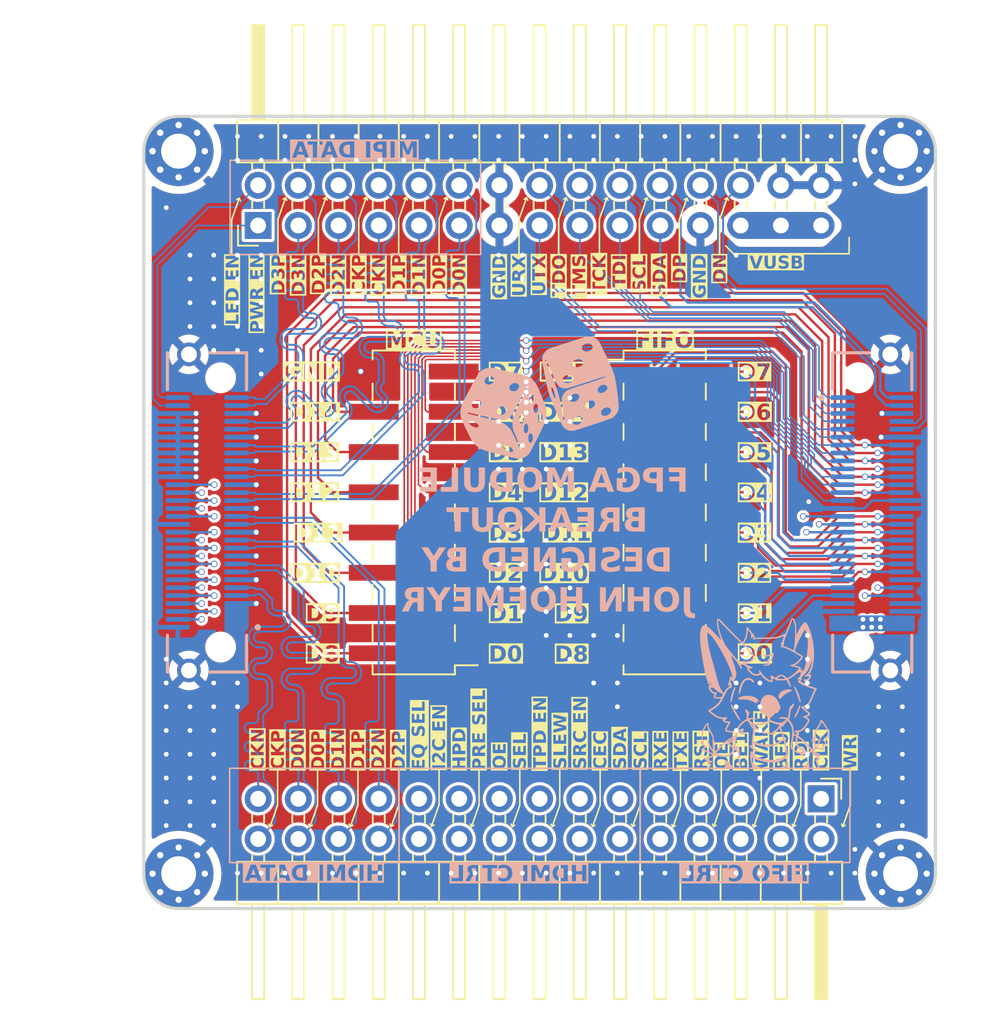
<source format=kicad_pcb>
(kicad_pcb (version 20240108) (generator "pcbnew") (generator_version "8.0")
  (layers (0 "F.Cu" signal) (1 "In1.Cu" signal) (2 "In2.Cu" signal) (31 "B.Cu" signal) (34 "B.Paste" user) (35 "F.Paste" user) (36 "B.SilkS" user "B.Silkscreen") (37 "F.SilkS" user "F.Silkscreen") (38 "B.Mask" user) (39 "F.Mask" user) (44 "Edge.Cuts" user))
  (net 0 "")
  (net 1 "/HDMI_D2_N")
  (net 2 "/HDMI_SDA_SRC")
  (net 3 "/CAM_LED_EN")
  (net 4 "/HDMI_CLK_P")
  (net 5 "/FT600_TXE")
  (net 6 "/FT600_OE")
  (net 7 "/MIPI_D3_N")
  (net 8 "/MIPI_D0_P")
  (net 9 "GND")
  (net 10 "/HDMI_HPD_SRC")
  (net 11 "/HDMI_SCL_SRC")
  (net 12 "/HDMI_SEL")
  (net 13 "/MIPI_D1_P")
  (net 14 "/MIPI_D1_N")
  (net 15 "/MIPI_CLK_P")
  (net 16 "/MIPI_CLK_N")
  (net 17 "/HDMI_OE")
  (net 18 "/HDMI_EQ_SEL")
  (net 19 "/MIPI_D2_P")
  (net 20 "/FT600_RXE")
  (net 21 "/CAM_PWR_EN")
  (net 22 "/HDMI_CLK_N")
  (net 23 "/FT600_WAKEUP")
  (net 24 "/TPD5_EN")
  (net 25 "/HDMI_D1_N")
  (net 26 "/HDMI_SLEW_CTL")
  (net 27 "/MIPI_D3_P")
  (net 28 "/HDMI_D2_P")
  (net 29 "/HDMI_D0_N")
  (net 30 "/HDMI_SDA_SRC_EN")
  (net 31 "/HDMI_PRE_SEL")
  (net 32 "/HDMI_D0_P")
  (net 33 "/HDMI_I2C_EN")
  (net 34 "/HDMI_D1_P")
  (net 35 "/FT600_RST")
  (net 36 "/MIPI_D2_N")
  (net 37 "/MIPI_D0_N")
  (net 38 "/HDMI_CEC")
  (net 39 "/FPGA_I2C_SCL")
  (net 40 "/MBUS_D9")
  (net 41 "/FIFO_D6")
  (net 42 "/MBUS_D2")
  (net 43 "/FIFO_D3")
  (net 44 "/FIFO_D0")
  (net 45 "/FIFO_D7")
  (net 46 "/MBUS_D4")
  (net 47 "/FIFO_BE0")
  (net 48 "/FIFO_CLK")
  (net 49 "/UART_RX")
  (net 50 "/MBUS_D8")
  (net 51 "/FPGA_I2C_SDA")
  (net 52 "/PP_VUSB")
  (net 53 "/JTAG_TMS")
  (net 54 "/JTAG_TCK")
  (net 55 "/FIFO_D11")
  (net 56 "/JTAG_TDO")
  (net 57 "/MBUS_D13")
  (net 58 "/MBUS_D6")
  (net 59 "/MBUS_D14")
  (net 60 "/FIFO_D15")
  (net 61 "/MBUS_D5")
  (net 62 "/FIFO_BE1")
  (net 63 "/MBUS_D3")
  (net 64 "/FT600_RD")
  (net 65 "/FIFO_D14")
  (net 66 "/FIFO_D1")
  (net 67 "/MBUS_D7")
  (net 68 "/FIFO_D2")
  (net 69 "/UART_TX")
  (net 70 "/MBUS_D1")
  (net 71 "/FIFO_D4")
  (net 72 "/USB_SYSMON_D_N")
  (net 73 "/USB_SYSMON_D_P")
  (net 74 "/FIFO_D5")
  (net 75 "/JTAG_TDI")
  (net 76 "/FIFO_D13")
  (net 77 "/FIFO_D9")
  (net 78 "/MBUS_D12")
  (net 79 "/FIFO_D12")
  (net 80 "/FT600_WR")
  (net 81 "/MBUS_D11")
  (net 82 "/FIFO_D8")
  (net 83 "/MBUS_D0")
  (net 84 "/FIFO_D10")
  (net 85 "/MBUS_D10")
  (footprint "MountingHole:MountingHole_2.2mm_M2_Pad_Via" (layer "F.Cu") (at 171.8 117.8)
    (property "Reference" "TP3" (hide yes))
    (property "Value" "Mounting Hole")
  )
  (footprint "MountingHole:MountingHole_2.2mm_M2_Pad_Via" (layer "F.Cu") (at 171.8 72.2)
    (property "Reference" "TP2" (hide yes))
    (property "Value" "Mounting Hole")
  )
  (footprint "MountingHole:MountingHole_2.2mm_M2_Pad_Via" (layer "F.Cu") (at 126.2 72.2)
    (property "Reference" "TP1" (hide yes))
    (property "Value" "Mounting Hole")
  )
  (footprint "Connector_PinHeader_2.54mm:PinHeader_2x15_P2.54mm_Horizontal" (layer "F.Cu") (at 131.22 76.89 90)
    (property "Reference" "J5" (hide yes))
    (property "Value" "Conn_02x15_Odd_Even")
  )
  (footprint "Connector_PinHeader_2.54mm:PinHeader_2x08_P2.54mm_Vertical_SMD" (layer "F.Cu") (at 141.05 95 180)
    (property "Reference" "J3" (hide yes))
    (property "Value" "Conn_02x08_Odd_Even")
  )
  (footprint "MountingHole:MountingHole_2.2mm_M2_Pad_Via" (layer "F.Cu") (at 126.2 117.8)
    (property "Reference" "TP4" (hide yes))
    (property "Value" "Mounting Hole")
  )
  (footprint "Connector_PinHeader_2.54mm:PinHeader_2x08_P2.54mm_Vertical_SMD" (layer "F.Cu") (at 156.9 95)
    (property "Reference" "J18" (hide yes))
    (property "Value" "Conn_02x08_Odd_Even")
  )
  (footprint "Connector_PinHeader_2.54mm:PinHeader_2x15_P2.54mm_Horizontal" (layer "F.Cu") (at 166.78 113.075 -90)
    (property "Reference" "J4" (hide yes))
    (property "Value" "Conn_02x15_Odd_Even")
  )
  (footprint "MountingHole:MountingHole_2.2mm_M2_Pad_Via" (layer "F.Cu") (at 126.2 72.2)
    (property "Reference" "PCB" (hide yes))
    (property "Value" "Mounting Hole")
  )
  (footprint "LOGO" (layer "B.Cu") (at 149 87.75 180)
    (property "Reference" "G***" (hide yes))
    (property "Value" "LOGO" (hide yes))
  )
  (footprint "LOGO" (layer "B.Cu") (at 163.188726 106.159534 180)
    (property "Reference" "G***" (hide yes))
    (property "Value" "LOGO" (hide yes))
  )
  (footprint "FPGA Module:SAMTEC_LSHM-130-XX.X-XXX-DV-A-S-K-XX" (layer "B.Cu") (at 128 95 -90)
    (property "Reference" "J1" (hide yes))
    (property "Value" "LSHM-130-XX.X-XXX-DV-A-S-K-XX")
  )
  (footprint "FPGA Module:SAMTEC_LSHM-130-XX.X-XXX-DV-A-S-K-XX" (layer "B.Cu") (at 170 95 90)
    (property "Reference" "J2" (hide yes))
    (property "Value" "LSHM-130-XX.X-XXX-DV-A-S-K-XX")
  )
  (gr_rect (start 129.425 111.15) (end 140.125 117.1) (stroke (width 0.1)) (fill none) (layer "B.SilkS"))
  (gr_rect (start 129.45 72.775) (end 145.275 78.725) (stroke (width 0.1)) (fill none) (layer "B.SilkS"))
  (gr_rect (start 140.125 111.15) (end 155.35 117.1) (stroke (width 0.1)) (fill none) (layer "B.SilkS"))
  (gr_rect (start 155.35 111.15) (end 168.6 117.1) (stroke (width 0.1)) (fill none) (layer "B.SilkS"))
  (gr_line (start 150.675 75.15) (end 150.75 75.3) (stroke (width 0.1)) (layer "F.SilkS"))
  (gr_line (start 147.7 76.5) (end 148.175 75.15) (stroke (width 0.1)) (layer "F.SilkS"))
  (gr_line (start 132.475 76.5) (end 132.95 75.15) (stroke (width 0.1)) (layer "F.SilkS"))
  (gr_line (start 142.975 75.2) (end 143.125 75.125) (stroke (width 0.1)) (layer "F.SilkS"))
  (gr_line (start 140.1 78.65) (end 140.1 76.475) (stroke (width 0.1)) (layer "F.SilkS"))
  (gr_line (start 160.475 113.475) (end 160 114.825) (stroke (width 0.1)) (layer "F.SilkS"))
  (gr_line (start 168.3 114.75) (end 168.15 114.825) (stroke (width 0.1)) (layer "F.SilkS"))
  (gr_line (start 131.975 114.825) (end 131.9 114.675) (stroke (width 0.1)) (layer "F.SilkS"))
  (gr_line (start 150.2 76.5) (end 150.675 75.15) (stroke (width 0.1)) (layer "F.SilkS"))
  (gr_line (start 155.775 75.15) (end 155.85 75.3) (stroke (width 0.1)) (layer "F.SilkS"))
  (gr_line (start 155.625 75.225) (end 155.775 75.15) (stroke (width 0.1)) (layer "F.SilkS"))
  (gr_line (start 155.35 111.3) (end 155.35 113.475) (stroke (width 0.1)) (layer "F.SilkS"))
  (gr_line (start 132.45 111.3) (end 132.45 113.475) (stroke (width 0.1)) (layer "F.SilkS"))
  (gr_line (start 134.5 114.825) (end 134.425 114.675) (stroke (width 0.1)) (layer "F.SilkS"))
  (gr_line (start 149.8 114.825) (end 149.725 114.675) (stroke (width 0.1)) (layer "F.SilkS"))
  (gr_line (start 153.1 75.225) (end 153.25 75.15) (stroke (width 0.1)) (layer "F.SilkS"))
  (gr_line (start 165.175 114.75) (end 165.025 114.825) (stroke (width 0.1)) (layer "F.SilkS"))
  (gr_line (start 134.975 111.3) (end 134.975 113.475) (stroke (width 0.1)) (layer "F.SilkS"))
  (gr_line (start 135.35 75.2) (end 135.5 75.125) (stroke (width 0.1)) (layer "F.SilkS"))
  (gr_line (start 168.55 78.675) (end 161.25 78.675) (stroke (width 0.1)) (layer "F.SilkS"))
  (gr_line (start 168.55 78.675) (end 168.55 77.65) (stroke (width 0.1)) (layer "F.SilkS"))
  (gr_line (start 137.575 76.475) (end 138.05 75.125) (stroke (width 0.1)) (layer "F.SilkS"))
  (gr_line (start 140.1 76.475) (end 140.575 75.125) (stroke (width 0.1)) (layer "F.SilkS"))
  (gr_line (start 152.825 113.475) (end 152.35 114.825) (stroke (width 0.1)) (layer "F.SilkS"))
  (gr_line (start 160.15 114.75) (end 160 114.825) (stroke (width 0.1)) (layer "F.SilkS"))
  (gr_line (start 147.425 114.75) (end 147.275 114.825) (stroke (width 0.1)) (layer "F.SilkS"))
  (gr_line (start 142.325 114.725) (end 142.175 114.8) (stroke (width 0.1)) (layer "F.SilkS"))
  (gr_line (start 163 111.325) (end 163 113.5) (stroke (width 0.1)) (layer "F.SilkS"))
  (gr_line (start 145.175 113.475) (end 144.7 114.825) (stroke (width 0.1)) (layer "F.SilkS"))
  (gr_line (start 140.1 111.3) (end 140.1 113.475) (stroke (width 0.1)) (layer "F.SilkS"))
  (gr_line (start 129.55 76.525) (end 130.025 75.175) (stroke (width 0.1)) (layer "F.SilkS"))
  (gr_line (start 158.15 75.25) (end 158.3 75.175) (stroke (width 0.1)) (layer "F.SilkS"))
  (gr_line (start 165.5 113.475) (end 165.025 114.825) (stroke (width 0.1)) (layer "F.SilkS"))
  (gr_line (start 150.275 111.3) (end 150.275 113.475) (stroke (width 0.1)) (layer "F.SilkS"))
  (gr_line (start 140.1 113.475) (end 139.625 114.825) (stroke (width 0.1)) (layer "F.SilkS"))
  (gr_line (start 158.3 75.175) (end 158.375 75.325) (stroke (width 0.1)) (layer "F.SilkS"))
  (gr_line (start 150.2 78.675) (end 150.2 76.5) (stroke (width 0.1)) (layer "F.SilkS"))
  (gr_line (start 132.125 114.75) (end 131.975 114.825) (stroke (width 0.1)) (layer "F.SilkS"))
  (gr_line (start 155.35 113.475) (end 154.875 114.825) (stroke (width 0.1)) (layer "F.SilkS"))
  (gr_line (start 137.575 78.65) (end 137.575 76.475) (stroke (width 0.1)) (layer "F.SilkS"))
  (gr_line (start 165.025 114.825) (end 164.95 114.675) (stroke (width 0.1)) (layer "F.SilkS"))
  (gr_line (start 139.625 114.825) (end 139.55 114.675) (stroke (width 0.1)) (layer "F.SilkS"))
  (gr_line (start 168.625 113.475) (end 168.15 114.825) (stroke (width 0.1)) (layer "F.SilkS"))
  (gr_line (start 137.2 114.75) (end 137.05 114.825) (stroke (width 0.1)) (layer "F.SilkS"))
  (gr_line (start 137.525 113.475) (end 137.05 114.825) (stroke (width 0.1)) (layer "F.SilkS"))
  (gr_line (start 165.5 111.3) (end 165.5 113.475) (stroke (width 0.1)) (layer "F.SilkS"))
  (gr_line (start 147.75 111.3) (end 147.75 113.475) (stroke (width 0.1)) (layer "F.SilkS"))
  (gr_line (start 135.025 78.65) (end 135.025 76.475) (stroke (width 0.1)) (layer "F.SilkS"))
  (gr_line (start 132.45 113.475) (end 131.975 114.825) (stroke (width 0.1)) (layer "F.SilkS"))
  (gr_line (start 142.175 114.8) (end 142.1 114.65) (stroke (width 0.1)) (layer "F.SilkS"))
  (gr_line (start 152.775 78.675) (end 152.775 76.5) (stroke (width 0.1)) (layer "F.SilkS"))
  (gr_line (start 168.625 111.3) (end 168.625 113.475) (stroke (width 0.1)) (layer "F.SilkS"))
  (gr_line (start 157.9 113.5) (end 157.425 114.85) (stroke (width 0.1)) (layer "F.SilkS"))
  (gr_line (start 137.05 114.825) (end 136.975 114.675) (stroke (width 0.1)) (layer "F.SilkS"))
  (gr_line (start 140.425 75.2) (end 140.575 75.125) (stroke (width 0.1)) (layer "F.SilkS"))
  (gr_line (start 129.875 75.25) (end 130.025 75.175) (stroke (width 0.1)) (layer "F.SilkS"))
  (gr_line (start 157.575 114.775) (end 157.425 114.85) (stroke (width 0.1)) (layer "F.SilkS"))
  (gr_line (start 157.825 78.7) (end 157.825 76.525) (stroke (width 0.1)) (layer "F.SilkS"))
  (gr_line (start 157.9 111.325) (end 157.9 113.5) (stroke (width 0.1)) (layer "F.SilkS"))
  (gr_line (start 132.8 75.225) (end 132.95 75.15) (stroke (width 0.1)) (layer "F.SilkS"))
  (gr_line (start 160 114.825) (end 159.925 114.675) (stroke (width 0.1)) (layer "F.SilkS"))
  (gr_line (start 150.275 113.475) (end 149.8 114.825) (stroke (width 0.1)) (layer "F.SilkS"))
  (gr_line (start 155.3 76.5) (end 155.775 75.15) (stroke (width 0.1)) (layer "F.SilkS"))
  (gr_line (start 161.25 78.675) (end 160.75 78.175) (stroke (width 0.1)) (layer "F.SilkS"))
  (gr_line (start 142.65 111.275) (end 142.65 113.45) (stroke (width 0.1)) (layer "F.SilkS"))
  (gr_line (start 162.675 114.775) (end 162.525 114.85) (stroke (width 0.1)) (layer "F.SilkS"))
  (gr_line (start 168.15 114.825) (end 168.075 114.675) (stroke (width 0.1)) (layer "F.SilkS"))
  (gr_line (start 160.85 75.15) (end 160.925 75.3) (stroke (width 0.1)) (layer "F.SilkS"))
  (gr_line (start 155.025 114.75) (end 154.875 114.825) (stroke (width 0.1)) (layer "F.SilkS"))
  (gr_line (start 139.775 114.75) (end 139.625 114.825) (stroke (width 0.1)) (layer "F.SilkS"))
  (gr_line (start 142.65 76.475) (end 143.125 75.125) (stroke (width 0.1)) (layer "F.SilkS"))
  (gr_line (start 150.525 75.225) (end 150.675 75.15) (stroke (width 0.1)) (layer "F.SilkS"))
  (gr_line (start 147.7 78.675) (end 147.7 76.5) (stroke (width 0.1)) (layer "F.SilkS"))
  (gr_line (start 135.5 75.125) (end 135.575 75.275) (stroke (width 0.1)) (layer "F.SilkS"))
  (gr_line (start 160.375 78.675) (end 160.375 76.5) (stroke (width 0.1)) (layer "F.SilkS"))
  (gr_line (start 152.35 114.825) (end 152.275 114.675) (stroke (width 0.1)) (layer "F.SilkS"))
  (gr_line (start 154.875 114.825) (end 154.8 114.675) (stroke (width 0.1)) (layer "F.SilkS"))
  (gr_line (start 144.7 114.825) (end 144.625 114.675) (stroke (width 0.1)) (layer "F.SilkS"))
  (gr_line (start 152.775 76.5) (end 153.25 75.15) (stroke (width 0.1)) (layer "F.SilkS"))
  (gr_line (start 147.275 114.825) (end 147.2 114.675) (stroke (width 0.1)) (layer "F.SilkS"))
  (gr_line (start 134.975 113.475) (end 134.5 114.825) (stroke (width 0.1)) (layer "F.SilkS"))
  (gr_line (start 144.85 114.75) (end 144.7 114.825) (stroke (width 0.1)) (layer "F.SilkS"))
  (gr_line (start 148.175 75.15) (end 148.25 75.3) (stroke (width 0.1)) (layer "F.SilkS"))
  (gr_line (start 147.75 113.475) (end 147.275 114.825) (stroke (width 0.1)) (layer "F.SilkS"))
  (gr_line (start 130.025 75.175) (end 130.1 75.325) (stroke (width 0.1)) (layer "F.SilkS"))
  (gr_line (start 134.65 114.75) (end 134.5 114.825) (stroke (width 0.1)) (layer "F.SilkS"))
  (gr_line (start 153.25 75.15) (end 153.325 75.3) (stroke (width 0.1)) (layer "F.SilkS"))
  (gr_line (start 145.175 111.3) (end 145.175 113.475) (stroke (width 0.1)) (layer "F.SilkS"))
  (gr_line (start 155.3 78.675) (end 155.3 76.5) (stroke (width 0.1)) (layer "F.SilkS"))
  (gr_line (start 143.125 75.125) (end 143.2 75.275) (stroke (width 0.1)) (layer "F.SilkS"))
  (gr_line (start 160.375 76.5) (end 160.85 75.15) (stroke (width 0.1)) (layer "F.SilkS"))
  (gr_line (start 132.95 75.15) (end 133.025 75.3) (stroke (width 0.1)) (layer "F.SilkS"))
  (gr_line (start 140.575 75.125) (end 140.65 75.275) (stroke (width 0.1)) (layer "F.SilkS"))
  (gr_line (start 138.05 75.125) (end 138.125 75.275) (stroke (width 0.1)) (layer "F.SilkS"))
  (gr_line (start 142.65 113.45) (end 142.175 114.8) (stroke (width 0.1)) (layer "F.SilkS"))
  (gr_line (start 149.95 114.75) (end 149.8 114.825) (stroke (width 0.1)) (layer "F.SilkS"))
  (gr_line (start 135.025 76.475) (end 135.5 75.125) (stroke (width 0.1)) (layer "F.SilkS"))
  (gr_line (start 152.825 111.3) (end 152.825 113.475) (stroke (width 0.1)) (layer "F.SilkS"))
  (gr_line (start 160.475 111.3) (end 160.475 113.475) (stroke (width 0.1)) (layer "F.SilkS"))
  (gr_line (start 162.525 114.85) (end 162.45 114.7) (stroke (width 0.1)) (layer "F.SilkS"))
  (gr_line (start 132.475 78.675) (end 132.475 76.5) (stroke (width 0.1)) (layer "F.SilkS"))
  (gr_line (start 137.9 75.2) (end 138.05 75.125) (stroke (width 0.1)) (layer "F.SilkS"))
  (gr_line (start 160.7 75.225) (end 160.85 75.15) (stroke (width 0.1)) (layer "F.SilkS"))
  (gr_line (start 163 113.5) (end 162.525 114.85) (stroke (width 0.1)) (layer "F.SilkS"))
  (gr_line (start 157.425 114.85) (end 157.35 114.7) (stroke (width 0.1)) (layer "F.SilkS"))
  (gr_line (start 157.825 76.525) (end 158.3 75.175) (stroke (width 0.1)) (layer "F.SilkS"))
  (gr_line (start 142.65 78.65) (end 142.65 76.475) (stroke (width 0.1)) (layer "F.SilkS"))
  (gr_line (start 148.025 75.225) (end 148.175 75.15) (stroke (width 0.1)) (layer "F.SilkS"))
  (gr_line (start 137.525 111.3) (end 137.525 113.475) (stroke (width 0.1)) (layer "F.SilkS"))
  (gr_line (start 152.5 114.75) (end 152.35 114.825) (stroke (width 0.1)) (layer "F.SilkS"))
  (gr_line (start 129.55 78.7) (end 129.55 76.525) (stroke (width 0.1)) (layer "F.SilkS"))
  (gr_arc (start 171.8 70) (mid 173.355635 70.644365) (end 174 72.2) (stroke (width 0.2)) (layer "Edge.Cuts"))
  (gr_line (start 171.8 120) (end 126.2 120) (stroke (width 0.2)) (layer "Edge.Cuts"))
  (gr_line (start 174 72.2) (end 174 117.8) (stroke (width 0.2)) (layer "Edge.Cuts"))
  (gr_arc (start 174 117.8) (mid 173.355635 119.355635) (end 171.8 120) (stroke (width 0.2)) (layer "Edge.Cuts"))
  (gr_line (start 124 117.8) (end 124 72.2) (stroke (width 0.2)) (layer "Edge.Cuts"))
  (gr_line (start 126.2 70) (end 171.8 70) (stroke (width 0.2)) (layer "Edge.Cuts"))
  (gr_arc (start 124 72.2) (mid 124.644365 70.644365) (end 126.2 70) (stroke (width 0.2)) (layer "Edge.Cuts"))
  (gr_arc (start 126.2 120) (mid 124.644365 119.355635) (end 124 117.8) (stroke (width 0.2)) (layer "Edge.Cuts"))
  (gr_text "FIFO CTRL" (at 161.975 117.275 0) (layer "B.SilkS" knockout) (effects (font (size 1 1) (thickness 0.25) (bold yes)) (justify top mirror)))
  (gr_text "FPGA MODULE \nBREAKOUT\nDESIGNED BY\nJOHN HOFMEYR" (at 149.475 96.85 0) (layer "B.SilkS") (effects (font (size 1.5 1.5) (thickness 0.3) (bold yes)) (justify mirror)))
  (gr_text "MIPI DATA" (at 137.3625 72.775 0) (layer "B.SilkS" knockout) (effects (font (size 1 1) (thickness 0.25) (bold yes)) (justify bottom mirror)))
  (gr_text "HDMI CTRL" (at 147.7375 117.275 0) (layer "B.SilkS" knockout) (effects (font (size 1 1) (thickness 0.25) (bold yes)) (justify top mirror)))
  (gr_text "HDMI DATA" (at 134.775 117.25 0) (layer "B.SilkS" knockout) (effects (font (size 1 1) (thickness 0.25) (bold yes)) (justify top mirror)))
  (gr_text "D0" (at 145.775 104 0) (layer "F.SilkS" knockout) (effects (font (size 1 1) (thickness 0.2) (bold yes)) (justify left)))
  (gr_text "OE" (at 160.55 111.25 90) (layer "F.SilkS" knockout) (effects (font (size 0.8 0.8) (thickness 0.2) (bold yes)) (justify left)))
  (gr_text "D8" (at 136.35 104 0) (layer "F.SilkS" knockout) (effects (font (size 1 1) (thickness 0.2) (bold yes)) (justify right)))
  (gr_text "D11" (at 136.55 96.371428 0) (layer "F.SilkS" knockout) (effects (font (size 1 1) (thickness 0.2) (bold yes)) (justify right)))
  (gr_text "TMS" (at 151.5525 78.725 90) (layer "F.SilkS" knockout) (effects (font (size 0.8 0.8) (thickness 0.2) (bold yes)) (justify right)))
  (gr_text "URX" (at 147.75 78.75 90) (layer "F.SilkS" knockout) (effects (font (size 0.8 0.8) (thickness 0.2) (bold yes)) (justify right)))
  (gr_text "D13" (at 152.075 91.292857 0) (layer "F.SilkS" knockout) (effects (font (size 1 1) (thickness 0.2) (bold yes)) (justify right)))
  (gr_text "D13" (at 136.35 91.285714 0) (layer "F.SilkS" knockout) (effects (font (size 1 1) (thickness 0.2) (bold yes)) (justify right)))
  (gr_text "SDA" (at 156.6225 78.75 90) (layer "F.SilkS" knockout) (effects (font (size 0.8 0.8) (thickness 0.2) (bold yes)) (justify right)))
  (gr_text "GND" (at 136.35 86.2 0) (layer "F.SilkS" knockout) (effects (font (size 1 1) (thickness 0.2) (bold yes)) (justify right)))
  (gr_text "WAKE" (at 163.075 111.25 90) (layer "F.SilkS" knockout) (effects (font (size 0.8 0.8) (thickness 0.2) (bold yes)) (justify left)))
  (gr_text "DN" (at 160.425 78.675 90) (layer "F.SilkS" knockout) (effects (font (size 0.8 0.8) (thickness 0.2) (bold yes)) (justify right)))
  (gr_text "D7" (at 145.775 86.2 0) (layer "F.SilkS" knockout) (effects (font (size 1 1) (thickness 0.2) (bold yes)) (justify left)))
  (gr_text "D2P" (at 135.088888 78.7 90) (layer "F.SilkS" knockout) (effects (font (size 0.8 0.8) (thickness 0.2) (bold yes)) (justify right)))
  (gr_text "HPD" (at 143.975 111.3 90) (layer "F.SilkS" knockout) (effects (font (size 0.8 0.8) (thickness 0.2) (bold yes)) (justify left)))
  (gr_text "D10" (at 136.35 98.914285 0) (layer "F.SilkS" knockout) (effects (font (size 1 1) (thickness 0.2) (bold yes)) (justify right)))
  (gr_text "D2" (at 145.775 98.914285 0) (layer "F.SilkS" knockout) (effects (font (size 1 1) (thickness 0.2) (bold yes)) (justify left)))
  (gr_text "RST" (at 159.25 111.3 90) (layer "F.SilkS" knockout) (effects (font (size 0.8 0.8) (thickness 0.2) (bold yes)) (justify left)))
  (gr_text "D6" (at 161.5 88.742857 0) (layer "F.SilkS" knockout) (effects (font (size 1 1) (thickness 0.2) (bold yes)) (justify left)))
  (gr_text "D1N" (at 136.321428 111.3 90) (layer "F.SilkS" knockout) (effects (font (size 0.8 0.8) (thickness 0.2) (bold yes)) (justify left)))
  (gr_text "GND" (at 159.1575 78.725 90) (layer "F.SilkS" knockout) (effects (font (size 0.8 0.8) (thickness 0.2) (bold yes)) (justify right)))
  (gr_text "D8" (at 152.075 104.007143 0) (layer "F.SilkS" knockout) (effects (font (size 1 1) (thickness 0.2) (bold yes)) (justify right)))
  (gr_text "RD" (at 165.575 111.3 90) (layer "F.SilkS" knockout) (effects (font (size 0.8 0.8) (thickness 0.2) (bold yes)) (justify left)))
  (gr_text "D1N" (at 141.436108 78.665 90) (layer "F.SilkS" knockout) (effects (font (size 0.8 0.8) (thickness 0.2) (bold yes)) (justify right)))
  (gr_text "GND" (at 146.5 78.725 90) (layer "F.SilkS" knockout) (effects (font (size 0.8 0.8) (thickness 0.2) (bold yes)) (justify right)))
  (gr_text "TPD EN" (at 149.075 111.225 90) (layer "F.SilkS" knockout) (effects (font (size 0.8 0.8) (thickness 0.2) (bold yes)) (justify left)))
  (gr_text "D9" (at 152.075 101.464285 0) (layer "F.SilkS" knockout) (effects (font (size 1 1) (thickness 0.2) (bold yes)) (justify right)))
  (gr_text "D9" (at 136.35 101.457142 0) (layer "F.SilkS" knockout) (effects (font (size 1 1) (thickness 0.2) (bold yes)) (justify right)))
  (gr_text "D3P" (at 132.55 78.71 90) (layer "F.SilkS" knockout) (effects (font (size 0.8 0.8) (thickness 0.2) (bold yes)) (justify right)))
  (gr_text "UTX" (at 149.0175 78.75 90) (layer "F.SilkS" knockout) (effects (font (size 0.8 0.8) (thickness 0.2) (bold yes)) (justify right)))
  (gr_text "D1P" (at 140.166664 78.7 90) (layer "F.SilkS" knockout) (effects (font (size 0.8 0.8) (thickness 0.2) (bold yes)) (justify right)))
  (gr_text "LED EN" (at 129.65 78.7 90) (layer "F.SilkS" knockout) (effects (font (size 0.8 0.8) (thickness 0.2) (bold yes)) (justify right)))
  (gr_text "SCL" (at 155.355 78.75 90) (layer "F.SilkS" knockout) (effects (font (size 0.8 0.8) (thickness 0.2) (bold yes)) (justify right)))
  (gr_text "D5" (at 161.5 91.285714 0) (layer "F.SilkS" knockout) (effects (font (size 1 1) (thickness 0.2) (bold yes)) (justify left)))
  (gr_text "CKP" (at 137.627776 78.7 90) (layer "F.SilkS" knockout) (effects (font (size 0.8 0.8) (thickness 0.2) (bold yes)) (justify right)))
  (gr_text "OE" (at 146.525 111.25 90) (layer "F.SilkS" knockout) (effects (font (size 0.8 0.8) (thickness 0.2) (bold yes)) (justify left)))
  (gr_text "D1" (at 161.5 101.457142 0) (layer "F.SilkS" knockout) (effects (font (size 1 1) (thickness 0.2) (bold yes)) (justify left)))
  (gr_text "I2C EN" (at 142.7 111.275 90) (layer "F.SilkS" knockout) (effects (font (size 0.8 0.8) (thickness 0.2) (bold yes)) (justify left)))
  (gr_text "BE0" (at 164.35 111.3 90) (layer "F.SilkS" knockout) (effects (font (size 0.8 0.8) (thickness 0.2) (bold yes)) (justify left)))
  (gr_text "D14" (at 136.35 88.742857 0) (layer "F.SilkS" knockout) (effects (font (size 1 1) (thickness 0.2) (bold yes)) (justify right)))
  (gr_text "EQ SEL" (at 141.407143 111.3 90) (layer "F.SilkS" knockout) (effects (font (size 0.8 0.8) (thickness 0.2) (bold yes)) (justify left)))
  (gr_text "D1" (at 145.775 101.457142 0) (layer "F.SilkS" knockout) (effects (font (size 1 1) (thickness 0.2) (bold yes)) (justify left)))
  (gr_text "CKP" (at 132.517857 111.25 90) (layer "F.SilkS" knockout) (effects (font (size 0.8 0.8) (thickness 0.2) (bold yes)) (justify left)))
  (gr_text "D6" (at 145.775 88.742857 0) (layer "F.SilkS" knockout) (effects (font (size 1 1) (thickness 0.2) (bold yes)) (justify left)))
  (gr_text "D3" (at 161.5 96.371428 0) (layer "F.SilkS" knockout) (effects (font (size 1 1) (thickness 0.2) (bold yes)) (justify left)))
  (gr_text "D12" (at 152.075 93.835714 0) (layer "F.SilkS" knockout) (effects (font (size 1 1) (thickness 0.2) (bold yes)) (justify right)))
  (gr_text "D4" (at 145.775 93.828571 0) (layer "F.SilkS" knockout) (effects (font (size 1 1) (thickness 0.2) (bold yes)) (justify left)))
  (gr_text "D2" (at 161.5 98.914285 0) (layer "F.SilkS" knockout) (effects (font (size 1 1) (thickness 0.2) (bold yes)) (justify left)))
  (gr_text "D3" (at 145.775 96.371428 0) (layer "F.SilkS" knockout) (effects (font (size 1 1) (thickness 0.2) (bold yes)) (justify left)))
  (gr_text "SEL" (at 147.8 111.225 90) (layer "F.SilkS" knockout) (effects (font (size 0.8 0.8) (thickness 0.2) (bold yes)) (justify left)))
  (gr_text "DP" (at 157.89 78.725 90) (layer "F.SilkS" knockout) (effects (font (size 0.8 0.8) (thickness 0.2) (bold yes)) (justify right)))
  (gr_text "TCK" (at 152.825 78.75 90) (layer "F.SilkS" knockout) (effects (font (size 0.8 0.8) (thickness 0.2) (bold yes)) (justify right)))
  (gr_text "D7" (at 161.5 86.2 0) (layer "F.SilkS" knockout) (effects (font (size 1 1) (thickness 0.2) (bold yes)) (justify left)))
  (gr_text "D12" (at 136.35 93.828571 0) (layer "F.SilkS" knockout) (effects (font (size 1 1) (thickness 0.2) (bold yes)) (justify right)))
  (gr_text "D0N" (at 143.974996 78.665 90) (layer "F.SilkS" knockout) (effects (font (size 0.8 0.8) (thickness 0.2) (bold yes)) (justify right)))
  (gr_text "SRC EN" (at 151.6 111.225 90) (layer "F.SilkS" knockout) (effects (font (size 0.8 0.8) (thickness 0.2) (bold yes)) (justify left)))
  (gr_text "D2N" (at 136.358332 78.665 90) (layer "F.SilkS" knockout) (effects (font (size 0.8 0.8) (thickness 0.2) (bold yes)) (justify right)))
  (gr_text "D15" (at 152.1 86.2 0) (layer "F.SilkS" knockout) (effects (font (size 1 1) (thickness 0.2) (bold yes)) (justify right)))
  (gr_text "CKN" (at 131.25 111.25 90) (layer "F.SilkS" knockout) (effects (font (size 0.8 0.8) (thickness 0.2) (bold yes)) (justify left)))
  (gr_text "SLEW" (at 150.35 111.225 90) (layer "F.SilkS" knockout) (effects (font (size 0.8 0.8) (thickness 0.2) (bold yes)) (justify left)))
  (gr_text "FIFO" (at 156.9 84.78 0) (layer "F.SilkS" knockout) (effects (font (size 1 1) (thickness 0.2) (bold yes)) (justify bottom)))
  (gr_text "CKN" (at 138.89722 78.665 90) (layer "F.SilkS" knockout) (effects (font (size 0.8 0.8) (thickness 0.2) (bold yes)) (justify right)))
  (gr_text "VUSB" (at 165.675 79.275 0) (layer "F.SilkS" knockout) (effects (font (size 0.8 0.8) (thickness 0.2) (bold yes)) (justify right)))
  (gr_text "CLK" (at 166.85 111.25 90) (layer "F.SilkS" knockout) (effects (font (size 0.8 0.8) (thickness 0.2) (bold yes)) (justify left)))
  (gr_text "TXE" (at 157.975 111.225 90) (layer "F.SilkS" knockout) (effects (font (size 0.8 0.8) (thickness 0.2) (bold yes)) (justify left)))
  (gr_text "SDA" (at 154.125 111.225 90) (layer "F.SilkS" knockout) (effects (font (size 0.8 0.8) (thickness 0.2) (bold yes)) (justify left)))
  (gr_text "PRE SEL" (at 145.225 111.3 90) (layer "F.SilkS" knockout) (effects (font (size 0.8 0.8) (thickness 0.2) (bold yes)) (justify left)))
  (gr_text "D1P" (at 137.589285 111.3 90) (layer "F.SilkS" knockout) (effects (font (size 0.8 0.8) (thickness 0.2) (bold yes)) (justify left)))
  (gr_text "D3N" (at 133.819444 78.675 90) (layer "F.SilkS" knockout) (effects (font (size 0.8 0.8) (thickness 0.2) (bold yes)) (justify right)))
  (gr_text "WR" (at 168.675 111.225 90) (layer "F.SilkS" knockout) (effects (font (size 0.8 0.8) (thickness 0.2) (bold yes)) (justify left)))
  (gr_text "D0P" (at 135.053571 111.3 90) (layer "F.SilkS" knockout) (effects (font (size 0.8 0.8) (thickness 0.2) (bold yes)) (justify left)))
  (gr_text "D14" (at 152.075 88.75 0) (layer "F.SilkS" knockout) (effects (font (size 1 1) (thickness 0.2) (bold yes)) (justify right)))
  (gr_text "CEC" (at 152.875 111.25 90) (layer "F.SilkS" knockout) (effects (font (size 0.8 0.8) (thickness 0.2) (bold yes)) (justify left)))
  (gr_text "D2P" (at 140.15 111.3 90) (layer "F.SilkS" knockout) (effects (font (size 0.8 0.8) (thickness 0.2) (bold yes)) (justify left)))
  (gr_text "D4" (at 161.5 93.828571 0) (layer "F.SilkS" knockout) (effects (font (size 1 1) (thickness 0.2) (bold yes)) (justify left)))
  (gr_text "D2N" (at 138.857142 111.3 90) (layer "F.SilkS" knockout) (effects (font (size 0.8 0.8) (thickness 0.2) (bold yes)) (justify left)))
  (gr_text "D11" (at 152.275 96.378571 0) (layer "F.SilkS" knockout) (effects (font (size 1 1) (thickness 0.2) (bold yes)) (justify right)))
  (gr_text "D0N" (at 133.785714 111.3 90) (layer "F.SilkS" knockout) (effects (font (size 0.8 0.8) (thickness 0.2) (bold yes)) (justify left)))
  (gr_text "MCU" (at 141.05 84.78 0) (layer "F.SilkS" knockout) (effects (font (size 1 1) (thickness 0.2) (bold yes)) (justify bottom)))
  (gr_text "RXE" (at 156.7 111.3 90) (layer "F.SilkS" knockout) (effects (font (size 0.8 0.8) (thickness 0.2) (bold yes)) (justify left)))
  (gr_text "D0P" (at 142.705552 78.7 90) (layer "F.SilkS" knockout) (effects (font (size 0.8 0.8) (thickness 0.2) (bold yes)) (justify right)))
  (gr_text "D5" (at 145.775 91.285714 0) (layer "F.SilkS" knockout) (effects (font (size 1 1) (thickness 0.2) (bold yes)) (justify left)))
  (gr_text "SCL" (at 155.425 111.225 90) (layer "F.SilkS" knockout) (effects (font (size 0.8 0.8) (thickness 0.2) (bold yes)) (justify left)))
  (gr_text "D10" (at 152.075 98.921428 0) (layer "F.SilkS" knockout) (effects (font (size 1 1) (thickness 0.2) (bold yes)) (justify right)))
  (gr_text "TDI" (at 154.0875 78.7 90) (layer "F.SilkS" knockout) (effects (font (size 0.8 0.8) (thickness 0.2) (bold yes)) (justify right)))
  (gr_text "TDO" (at 150.275 78.725 90) (layer "F.SilkS" knockout) (effects (font (size 0.8 0.8) (thickness 0.2) (bold yes)) (justify right)))
  (gr_text "PWR EN" (at 131.195 78.675 90) (layer "F.SilkS" knockout) (effects (font (size 0.8 0.8) (thickness 0.2) (bold yes)) (justify right)))
  (gr_text "BE1" (at 161.775 111.3 90) (layer "F.SilkS" knockout) (effects (font (size 0.8 0.8) (thickness 0.2) (bold yes)) (justify left)))
  (gr_text "D0" (at 161.5 104 0) (layer "F.SilkS" knockout) (effects (font (size 1 1) (thickness 0.2) (bold yes)) (justify left)))
  (segment (start 138.840001 99.916277) (end 134.583724 95.66) (width 0.12) (layer "B.Cu") (net 1))
  (segment (start 138.840001 107.963192) (end 138.840001 107.843192) (width 0.12) (layer "B.Cu") (net 1))
  (segment (start 138.600001 110.003192) (end 138.231102 110.003192) (width 0.12) (layer "B.Cu") (net 1))
  (segment (start 138.840001 109.163192) (end 138.840001 109.043192) (width 0.12) (layer "B.Cu") (net 1))
  (segment (start 138.231102 109.403192) (end 138.600001 109.403192) (width 0.12) (layer "B.Cu") (net 1))
  (segment (start 138.600001 108.803192) (end 138.231102 108.803192) (width 0.12) (layer "B.Cu") (net 1))
  (segment (start 137.991102 109.763192) (end 137.991102 109.643192) (width 0.12) (layer "B.Cu") (net 1))
  (segment (start 138.231102 110.603192) (end 138.600001 110.603192) (width 0.12) (layer "B.Cu") (net 1))
  (segment (start 138.231102 108.203192) (end 138.600001 108.203192) (width 0.12) (layer "B.Cu") (net 1))
  (segment (start 138.840001 110.363192) (end 138.840001 110.243192) (width 0.12) (layer "B.Cu") (net 1))
  (segment (start 138.840001 107.843192) (end 138.840001 107.330183) (width 0.12) (layer "B.Cu") (net 1))
  (segment (start 131.065001 95.66) (end 130.975001 95.75) (width 0.12) (layer "B.Cu") (net 1))
  (segment (start 138.600001 111.203192) (end 138.231102 111.203192) (width 0.12) (layer "B.Cu") (net 1))
  (segment (start 134.583724 95.66) (end 131.065001 95.66) (width 0.12) (layer "B.Cu") (net 1))
  (segment (start 137.991102 108.563192) (end 137.991102 108.443192) (width 0.12) (layer "B.Cu") (net 1))
  (segment (start 138.840001 107.330183) (end 138.840001 99.916277) (width 0.12) (layer "B.Cu") (net 1))
  (segment (start 130.975001 95.75) (end 129.85 95.75) (width 0.12) (layer "B.Cu") (net 1))
  (segment (start 137.991102 110.963192) (end 137.991102 110.843192) (width 0.12) (layer "B.Cu") (net 1))
  (segment (start 138.840001 113.074999) (end 138.840001 111.443192) (width 0.12) (layer "B.Cu") (net 1))
  (arc (start 138.840001 109.043192) (mid 138.769707 108.873486) (end 138.600001 108.803192) (width 0.12) (layer "B.Cu") (net 1))
  (arc (start 137.991102 109.643192) (mid 138.061396 109.473486) (end 138.231102 109.403192) (width 0.12) (layer "B.Cu") (net 1))
  (arc (start 138.840001 110.243192) (mid 138.769707 110.073486) (end 138.600001 110.003192) (width 0.12) (layer "B.Cu") (net 1))
  (arc (start 138.231102 110.003192) (mid 138.061396 109.932898) (end 137.991102 109.763192) (width 0.12) (layer "B.Cu") (net 1))
  (arc (start 137.991102 108.443192) (mid 138.061396 108.273486) (end 138.231102 108.203192) (width 0.12) (layer "B.Cu") (net 1))
  (arc (start 138.231102 111.203192) (mid 138.061396 111.132898) (end 137.991102 110.963192) (width 0.12) (layer "B.Cu") (net 1))
  (arc (start 138.840001 111.443192) (mid 138.769707 111.273486) (end 138.600001 111.203192) (width 0.12) (layer "B.Cu") (net 1))
  (arc (start 138.600001 109.403192) (mid 138.769707 109.332898) (end 138.840001 109.163192) (width 0.12) (layer "B.Cu") (net 1))
  (arc (start 138.600001 108.203192) (mid 138.769707 108.132898) (end 138.840001 107.963192) (width 0.12) (layer "B.Cu") (net 1))
  (arc (start 138.600001 110.603192) (mid 138.769707 110.532898) (end 138.840001 110.363192) (width 0.12) (layer "B.Cu") (net 1))
  (arc (start 138.231102 108.803192) (mid 138.061396 108.732898) (end 137.991102 108.563192) (width 0.12) (layer "B.Cu") (net 1))
  (arc (start 137.991102 110.843192) (mid 138.061396 110.673486) (end 138.231102 110.603192) (width 0.12) (layer "B.Cu") (net 1))
  (via (at 128.450001 96.25) (size 0.4) (drill 0.3) (layers "F.Cu" "B.Cu") (net 2))
  (segment (start 126.15 96.25) (end 128.450001 96.25) (width 0.15) (layer "B.Cu") (net 2))
  (segment (start 124.55 87.8) (end 124.55 79.275) (width 0.1) (layer "B.Cu") (net 3))
  (segment (start 124.55 79.275) (end 128.1 75.725) (width 0.1) (layer "B.Cu") (net 3))
  (segment (start 126.15 88.25) (end 125 88.25) (width 0.1) (layer "B.Cu") (net 3))
  (segment (start 128.1 75.725) (end 129.845 75.725) (width 0.1) (layer "B.Cu") (net 3))
  (segment (start 125 88.25) (end 124.55 87.8) (width 0.1) (layer "B.Cu") (net 3))
  (segment (start 129.845 75.725) (end 131.22 74.35) (width 0.1) (layer "B.Cu") (net 3))
  (segment (start 131.29 103.201129) (end 131.45 103.201129) (width 0.12) (layer "B.Cu") (net 4))
  (segment (start 131.466276 99.84) (end 132.11 100.483724) (width 0.12) (layer "B.Cu") (net 4))
  (segment (start 132.299999 114.535001) (end 131.22 115.615) (width 0.12) (layer "B.Cu") (net 4))
  (segment (start 131.45 104.521129) (end 131.29 104.521129) (width 0.12) (layer "B.Cu") (net 4))
  (segment (start 132.11 106.85) (end 132.11 107.216276) (width 0.12) (layer "B.Cu") (net 4))
  (segment (start 132.11 107.216276) (end 131.55 107.776276) (width 0.12) (layer "B.Cu") (net 4))
  (segment (start 131.549999 109.850001) (end 131.549999 111.825) (width 0.12) (layer "B.Cu") (net 4))
  (segment (start 131.065001 99.84) (end 131.466276 99.84) (width 0.12) (layer "B.Cu") (net 4))
  (segment (start 132.299999 112.575) (end 132.299999 114.535001) (width 0.12) (layer "B.Cu") (net 4))
  (segment (start 132.11 105.861129) (end 132.11 106.85) (width 0.12) (layer "B.Cu") (net 4))
  (segment (start 131.29 105.201129) (end 131.45 105.201129) (width 0.12) (layer "B.Cu") (net 4))
  (segment (start 130.975001 99.75) (end 131.065001 99.84) (width 0.12) (layer "B.Cu") (net 4))
  (segment (start 131.55 107.776276) (end 131.55 109.85) (width 0.12) (layer "B.Cu") (net 4))
  (segment (start 131.55 109.85) (end 131.549999 109.850001) (width 0.12) (layer "B.Cu") (net 4))
  (segment (start 132.11 100.483724) (end 132.11 100.861129) (width 0.12) (layer "B.Cu") (net 4))
  (segment (start 129.85 99.75) (end 130.975001 99.75) (width 0.12) (layer "B.Cu") (net 4))
  (segment (start 132.61 102.521129) (end 132.45 102.521129) (width 0.12) (layer "B.Cu") (net 4))
  (segment (start 131.549999 111.825) (end 132.299999 112.575) (width 0.12) (layer "B.Cu") (net 4))
  (segment (start 132.45 102.521129) (end 131.29 102.521129) (width 0.12) (layer "B.Cu") (net 4))
  (segment (start 132.45 101.201129) (end 132.61 101.201129) (width 0.12) (layer "B.Cu") (net 4))
  (arc (start 132.11 100.861129) (mid 132.209584 101.101545) (end 132.45 101.201129) (width 0.12) (layer "B.Cu") (net 4))
  (arc (start 131.29 102.521129) (mid 131.049584 102.620713) (end 130.95 102.861129) (width 0.12) (layer "B.Cu") (net 4))
  (arc (start 131.45 105.201129) (mid 131.91669 105.394439) (end 132.11 105.861129) (width 0.12) (layer "B.Cu") (net 4))
  (arc (start 130.95 104.861129) (mid 131.049584 105.101545) (end 131.29 105.201129) (width 0.12) (layer "B.Cu") (net 4))
  (arc (start 131.45 103.201129) (mid 131.91669 103.394439) (end 132.11 103.861129) (width 0.12) (layer "B.Cu") (net 4))
  (arc (start 132.61 101.201129) (mid 133.07669 101.394439) (end 133.27 101.861129) (width 0.12) (layer "B.Cu") (net 4))
  (arc (start 131.29 104.521129) (mid 131.049584 104.620713) (end 130.95 104.861129) (width 0.12) (layer "B.Cu") (net 4))
  (arc (start 133.27 101.861129) (mid 133.07669 102.327819) (end 132.61 102.521129) (width 0.12) (layer "B.Cu") (net 4))
  (arc (start 132.11 103.861129) (mid 131.91669 104.327819) (end 131.45 104.521129) (width 0.12) (layer "B.Cu") (net 4))
  (arc (start 130.95 102.861129) (mid 131.049584 103.101545) (end 131.29 103.201129) (width 0.12) (layer "B.Cu") (net 4))
  (via (at 128.450001 95.25) (size 0.4) (drill 0.3) (layers "F.Cu" "B.Cu") (net 5))
  (segment (start 126.15 95.25) (end 128.450001 95.25) (width 0.15) (layer "B.Cu") (net 5))
  (via (at 128.450001 94.249999) (size 0.4) (drill 0.3) (layers "F.Cu" "B.Cu") (net 6))
  (segment (start 126.15 94.249999) (end 128.450001 94.249999) (width 0.15) (layer "B.Cu") (net 6))
  (segment (start 133.76 79.400874) (end 133.76 79.520874) (width 0.12) (layer "B.Cu") (net 7))
  (segment (start 133.156617 81.560874) (end 133.52 81.560874) (width 0.12) (layer "B.Cu") (net 7))
  (segment (start 134.41 82.725) (end 134.56 82.725) (width 0.12) (layer "B.Cu") (net 7))
  (segment (start 133.52 78.560874) (end 133.156617 78.560874) (width 0.12) (layer "B.Cu") (net 7))
  (segment (start 133.76 81.800874) (end 133.76 81.920874) (width 0.12) (layer "B.Cu") (net 7))
  (segment (start 133.52 80.960874) (end 133.156617 80.960874) (width 0.12) (layer "B.Cu") (net 7))
  (segment (start 134.56 83.425) (end 134.41 83.425) (width 0.12) (layer "B.Cu") (net 7))
  (segment (start 131.065001 87.84) (end 130.975001 87.75) (width 0.12) (layer "B.Cu") (net 7))
  (segment (start 132.916617 78.800874) (end 132.916617 78.920874) (width 0.12) (layer "B.Cu") (net 7))
  (segment (start 132.916617 81.200874) (end 132.916617 81.320874) (width 0.12) (layer "B.Cu") (net 7))
  (segment (start 133.76 76.89) (end 133.76 78.320874) (width 0.12) (layer "B.Cu") (net 7))
  (segment (start 133.76 85.075) (end 133.76 85.375) (width 0.12) (layer "B.Cu") (net 7))
  (segment (start 133.76 81.920874) (end 133.76 82.075) (width 0.12) (layer "B.Cu") (net 7))
  (segment (start 133.156617 79.160874) (end 133.52 79.160874) (width 0.12) (layer "B.Cu") (net 7))
  (segment (start 133.76 85.715) (end 131.635 87.84) (width 0.12) (layer "B.Cu") (net 7))
  (segment (start 131.635 87.84) (end 131.065001 87.84) (width 0.12) (layer "B.Cu") (net 7))
  (segment (start 133.76 85.375) (end 133.76 85.715) (width 0.12) (layer "B.Cu") (net 7))
  (segment (start 132.916593 80.000874) (end 132.916593 80.120874) (width 0.12) (layer "B.Cu") (net 7))
  (segment (start 134.41 83.425) (end 133.26 83.425) (width 0.12) (layer "B.Cu") (net 7))
  (segment (start 133.76 80.600874) (end 133.76 80.720874) (width 0.12) (layer "B.Cu") (net 7))
  (segment (start 133.156593 80.360874) (end 133.52 80.360874) (width 0.12) (layer "B.Cu") (net 7))
  (segment (start 133.26 84.725) (end 133.41 84.725) (width 0.12) (layer "B.Cu") (net 7))
  (segment (start 133.52 79.760874) (end 133.156593 79.760874) (width 0.12) (layer "B.Cu") (net 7))
  (segment (start 130.975001 87.75) (end 129.85 87.75) (width 0.12) (layer "B.Cu") (net 7))
  (arc (start 133.76 78.320874) (mid 133.689706 78.49058) (end 133.52 78.560874) (width 0.12) (layer "B.Cu") (net 7))
  (arc (start 133.76 79.520874) (mid 133.689706 79.69058) (end 133.52 79.760874) (width 0.12) (layer "B.Cu") (net 7))
  (arc (start 133.156617 78.560874) (mid 132.986911 78.631168) (end 132.916617 78.800874) (width 0.12) (layer "B.Cu") (net 7))
  (arc (start 133.76 82.075) (mid 133.950381 82.534619) (end 134.41 82.725) (width 0.12) (layer "B.Cu") (net 7))
  (arc (start 134.56 82.725) (mid 134.807487 82.827513) (end 134.91 83.075) (width 0.12) (layer "B.Cu") (net 7))
  (arc (start 133.26 83.425) (mid 132.800381 83.615381) (end 132.61 84.075) (width 0.12) (layer "B.Cu") (net 7))
  (arc (start 133.52 80.360874) (mid 133.689706 80.431168) (end 133.76 80.600874) (width 0.12) (layer "B.Cu") (net 7))
  (arc (start 133.156593 79.760874) (mid 132.986887 79.831168) (end 132.916593 80.000874) (width 0.12) (layer "B.Cu") (net 7))
  (arc (start 133.52 81.560874) (mid 133.689706 81.631168) (end 133.76 81.800874) (width 0.12) (layer "B.Cu") (net 7))
  (arc (start 132.916617 81.320874) (mid 132.986911 81.49058) (end 133.156617 81.560874) (width 0.12) (layer "B.Cu") (net 7))
  (arc (start 133.52 79.160874) (mid 133.689706 79.231168) (end 133.76 79.400874) (width 0.12) (layer "B.Cu") (net 7))
  (arc (start 133.76 80.720874) (mid 133.689706 80.89058) (end 133.52 80.960874) (width 0.12) (layer "B.Cu") (net 7))
  (arc (start 132.916593 80.120874) (mid 132.986887 80.29058) (end 133.156593 80.360874) (width 0.12) (layer "B.Cu") (net 7))
  (arc (start 133.41 84.725) (mid 133.657487 84.827513) (end 133.76 85.075) (width 0.12) (layer "B.Cu") (net 7))
  (arc (start 132.61 84.075) (mid 132.800381 84.534619) (end 133.26 84.725) (width 0.12) (layer "B.Cu") (net 7))
  (arc (start 133.156617 80.960874) (mid 132.986911 81.031168) (end 132.916617 81.200874) (width 0.12) (layer "B.Cu") (net 7))
  (arc (start 132.916617 78.920874) (mid 132.986911 79.09058) (end 133.156617 79.160874) (width 0.12) (layer "B.Cu") (net 7))
  (arc (start 134.91 83.075) (mid 134.807487 83.322487) (end 134.56 83.425) (width 0.12) (layer "B.Cu") (net 7))
  (segment (start 130.975001 94.25) (end 131.065001 94.16) (width 0.12) (layer "B.Cu") (net 8))
  (segment (start 129.85 94.25) (end 130.975001 94.25) (width 0.12) (layer "B.Cu") (net 8))
  (segment (start 144.26 88.366276) (end 144.26 78.09) (width 0.12) (layer "B.Cu") (net 8))
  (segment (start 138.466276 94.16) (end 144.26 88.366276) (width 0.12) (layer "B.Cu") (net 8))
  (segment (start 145 77.35) (end 145 75.43) (width 0.12) (layer "B.Cu") (net 8))
  (segment (start 131.065001 94.16) (end 138.466276 94.16) (width 0.12) (layer "B.Cu") (net 8))
  (segment (start 144.26 78.09) (end 145 77.35) (width 0.12) (layer "B.Cu") (net 8))
  (segment (start 145 75.43) (end 143.92 74.35) (width 0.12) (layer "B.Cu") (net 8))
  (via (at 126.915477 110.265) (size 0.4) (drill 0.3) (layers "F.Cu" "B.Cu") (net 9))
  (via (at 125.415477 111.765) (size 0.4) (drill 0.3) (layers "F.Cu" "B.Cu") (net 9))
  (via (at 165.915477 102.765) (size 0.4) (drill 0.3) (layers "F.Cu" "B.Cu") (net 9))
  (via (at 127.3 89.75) (size 0.4) (drill 0.3) (layers "F.Cu" "B.Cu") (net 9))
  (via (at 168.915477 71.265) (size 0.4) (drill 0.3) (layers "F.Cu" "B.Cu") (net 9))
  (via (at 161.415477 108.765) (size 0.4) (drill 0.3) (layers "F.Cu" "B.Cu") (net 9))
  (via (at 147.915477 98.265) (size 0.4) (drill 0.3) (layers "F.Cu" "B.Cu") (net 9))
  (via (at 149.415477 101.265) (size 0.4) (drill 0.3) (layers "F.Cu" "B.Cu") (net 9))
  (via (at 156.915477 72.765) (size 0.4) (drill 0.3) (layers "F.Cu" "B.Cu") (net 9))
  (via (at 131.1 99.25) (size 0.4) (drill 0.3) (layers "F.Cu" "B.Cu") (net 9))
  (via (at 149.415477 117.765) (size 0.4) (drill 0.3) (layers "F.Cu" "B.Cu") (net 9))
  (via (at 153.915477 71.265) (size 0.4) (drill 0.3) (layers "F.Cu" "B.Cu") (net 9))
  (via (at 129.915477 81.765) (size 0.4) (drill 0.3) (layers "F.Cu" "B.Cu") (net 9))
  (via (at 128.415477 113.265) (size 0.4) (drill 0.3) (layers "F.Cu" "B.Cu") (net 9))
  (via (at 129.915477 78.765) (size 0.4) (drill 0.3) (layers "F.Cu" "B.Cu") (net 9))
  (via (at 161.415477 72.765) (size 0.4) (drill 0.3) (layers "F.Cu" "B.Cu") (net 9))
  (via (at 137.415477 71.265) (size 0.4) (drill 0.3) (layers "F.Cu" "B.Cu") (net 9))
  (via (at 129.915477 84.765) (size 0.4) (drill 0.3) (layers "F.Cu" "B.Cu") (net 9))
  (via (at 131.1 88.75) (size 0.4) (drill 0.3) (layers "F.Cu" "B.Cu") (net 9))
  (via (at 129.915477 72.765) (size 0.4) (drill 0.3) (layers "F.Cu" "B.Cu") (net 9))
  (via (at 150.915477 89.265) (size 0.4) (drill 0.3) (layers "F.Cu" "B.Cu") (net 9))
  (via (at 125.415477 114.765) (size 0.4) (drill 0.3) (layers "F.Cu" "B.Cu") (net 9))
  (via (at 150.915477 98.265) (size 0.4) (drill 0.3) (layers "F.Cu" "B.Cu") (net 9))
  (via (at 168.915477 74.265) (size 0.4) (drill 0.3) (layers "F.Cu" "B.Cu") (net 9))
  (via (at 147.915477 80.265) (size 0.4) (drill 0.3) (layers "F.Cu" "B.Cu") (net 9))
  (via (at 147.915477 117.765) (size 0.4) (drill 0.3) (layers "F.Cu" "B.Cu") (net 9))
  (via (at 168.915477 117.765) (size 0.4) (drill 0.3) (layers "F.Cu" "B.Cu") (net 9))
  (via (at 138.915477 72.765) (size 0.4) (drill 0.3) (layers "F.Cu" "B.Cu") (net 9))
  (via (at 146.415477 117.765) (size 0.4) (drill 0.3) (layers "F.Cu" "B.Cu") (net 9))
  (via (at 164.415477 72.765) (size 0.4) (drill 0.3) (layers "F.Cu" "B.Cu") (net 9))
  (via (at 143.415477 117.765) (size 0.4) (drill 0.3) (layers "F.Cu" "B.Cu") (net 9))
  (via (at 132.915477 117.765) (size 0.4) (drill 0.3) (layers "F.Cu" "B.Cu") (net 9))
  (via (at 147.915477 72.765) (size 0.4) (drill 0.3) (layers "F.Cu" "B.Cu") (net 9))
  (via (at 147.915477 99.765) (size 0.4) (drill 0.3) (layers "F.Cu" "B.Cu") (net 9))
  (via (at 131.1 94.75) (size 0.4) (drill 0.3) (layers "F.Cu" "B.Cu") (net 9))
  (via (at 168.915477 72.765) (size 0.4) (drill 0.3) (layers "F.Cu" "B.Cu") (net 9))
  (via (at 138.915477 117.765) (size 0.4) (drill 0.3) (layers "F.Cu" "B.Cu") (net 9))
  (via (at 132.915477 71.265) (size 0.4) (drill 0.3) (layers "F.Cu" "B.Cu") (net 9))
  (via (at 129.915477 71.265) (size 0.4) (drill 0.3) (layers "F.Cu" "B.Cu") (net 9))
  (via (at 171.915477 113.265) (size 0.4) (drill 0.3) (layers "F.Cu" "B.Cu") (net 9))
  (via (at 170.415477 113.265) (size 0.4) (drill 0.3) (layers "F.Cu" "B.Cu") (net 9))
  (via (at 165.915477 71.265) (size 0.4) (drill 0.3) (layers "F.Cu" "B.Cu") (net 9))
  (via (at 147.915477 90.765) (size 0.4) (drill 0.3) (layers "F.Cu" "B.Cu") (net 9))
  (via (at 126.915477 113.265) (size 0.4) (drill 0.3) (layers "F.Cu" "B.Cu") (net 9))
  (via (at 153.915477 117.765) (size 0.4) (drill 0.3) (layers "F.Cu" "B.Cu") (net 9))
  (via (at 161.415477 110.265) (size 0.4) (drill 0.3) (layers "F.Cu" "B.Cu") (net 9))
  (via (at 161.415477 105.765) (size 0.4) (drill 0.3) (layers "F.Cu" "B.Cu") (net 9))
  (via (at 146.415477 78.765) (size 0.4) (drill 0.3) (layers "F.Cu" "B.Cu") (net 9))
  (via (at 162.915477 117.765) (size 0.4) (drill 0.3) (layers "F.Cu" "B.Cu") (net 9))
  (via (at 137.415477 117.765) (size 0.4) (drill 0.3) (layers "F.Cu" "B.Cu") (net 9))
  (via (at 127.3 90.75) (size 0.4) (drill 0.3) (layers "F.Cu" "B.Cu") (net 9))
  (via (at 149.415477 89.265) (size 0.4) (drill 0.3) (layers "F.Cu" "B.Cu") (net 9))
  (via (at 146.415477 71.265) (size 0.4) (drill 0.3) (layers "F.Cu" "B.Cu") (net 9))
  (via (at 131.415477 78.765) (size 0.4) (drill 0.3) (layers "F.Cu" "B.Cu") (net 9))
  (via (at 155.415477 72.765) (size 0.4) (drill 0.3) (layers "F.Cu" "B.Cu") (net 9))
  (via (at 167.415477 72.765) (size 0.4) (drill 0.3) (layers "F.Cu" "B.Cu") (net 9))
  (via (at 155.415477 117.765) (size 0.4) (drill 0.3) (layers "F.Cu" "B.Cu") (net 9))
  (via (at 149.415477 72.765) (size 0.4) (drill 0.3) (layers "F.Cu" "B.Cu") (net 9))
  (via (at 150.915477 117.765) (size 0.4) (drill 0.3) (layers "F.Cu" "B.Cu") (net 9))
  (via (at 127.299999 89.25) (size 0.4) (drill 0.3) (layers "F.Cu" "B.Cu") (net 9))
  (via (at 152.415477 102.765) (size 0.4) (drill 0.3) (layers "F.Cu" "B.Cu") (net 9))
  (via (at 162.915477 71.265) (size 0.4) (drill 0.3) (layers "F.Cu" "B.Cu") (net 9))
  (via (at 141.915477 117.765) (size 0.4) (drill 0.3) (layers "F.Cu" "B.Cu") (net 9))
  (via (at 126.915477 107.265) (size 0.4) (drill 0.3) (layers "F.Cu" "B.Cu") (net 9))
  (via (at 125.415477 107.265) (size 0.4) (drill 0.3) (layers "F.Cu" "B.Cu") (net 9))
  (via (at 149.415477 98.265) (size 0.4) (drill 0.3) (layers "F.Cu" "B.Cu") (net 9))
  (via (at 165.915477 72.765) (size 0.4) (drill 0.3) (layers "F.Cu" "B.Cu") (net 9))
  (via (at 150.915477 87.765) (size 0.4) (drill 0.3) (layers "F.Cu" "B.Cu") (net 9))
  (via (at 171.915477 114.765) (size 0.4) (drill 0.3) (layers "F.Cu" "B.Cu") (net 9))
  (via (at 128.415477 114.765) (size 0.4) (drill 0.3) (layers "F.Cu" "B.Cu") (net 9))
  (via (at 127.3 91.25) (size 0.4) (drill 0.3) (layers "F.Cu" "B.Cu") (net 9))
  (via (at 126.915477 78.765) (size 0.4) (drill 0.3) (layers "F.Cu" "B.Cu") (net 9))
  (via (at 170.415477 111.765) (size 0.4) (drill 0.3) (layers "F.Cu" "B.Cu") (net 9))
  (via (at 167.415477 71.265) (size 0.4) (drill 0.3) (layers "F.Cu" "B.Cu") (net 9))
  (via (at 131.415477 72.765) (size 0.4) (drill 0.3) (layers "F.Cu" "B.Cu") (net 9))
  (via (at 140.415477 72.765) (size 0.4) (drill 0.3) (layers "F.Cu" "B.Cu") (net 9))
  (via (at 158.415477 72.765) (size 0.4) (drill 0.3) (layers "F.Cu" "B.Cu") (net 9))
  (via (at 126.915477 81.765) (size 0.4) (drill 0.3) (layers "F.Cu" "B.Cu") (net 9))
  (via (at 128.415477 81.765) (size 0.4) (drill 0.3) (layers "F.Cu" "B.Cu") (net 9))
  (via (at 131.415477 84.765) (size 0.4) (drill 0.3) (layers "F.Cu" "B.Cu") (net 9))
  (via (at 129.915477 105.765) (size 0.4) (drill 0.3) (layers "F.Cu" "B.Cu") (net 9))
  (via (at 146.415477 90.765) (size 0.4) (drill 0.3) (layers "F.Cu" "B.Cu") (net 9))
  (via (at 143.415477 72.765) (size 0.4) (drill 0.3) (layers "F.Cu" "B.Cu") (net 9))
  (via (at 158.415477 71.265) (size 0.4) (drill 0.3) (layers "F.Cu" "B.Cu") (net 9))
  (via (at 152.415477 117.765) (size 0.4) (drill 0.3) (layers "F.Cu" "B.Cu") (net 9))
  (via (at 171.915477 108.765) (size 0.4) (drill 0.3) (layers "F.Cu" "B.Cu") (net 9))
  (via (at 161.415477 71.265) (size 0.4) (drill 0.3) (layers "F.Cu" "B.Cu") (net 9))
  (via (at 149.415477 99.765) (size 0.4) (drill 0.3) (layers "F.Cu" "B.Cu") (net 9))
  (via (at 170.625 88.75) (size 0.4) (drill 0.3) (layers "F.Cu" "B.Cu") (net 9))
  (via (at 146.415477 72.765) (size 0.4) (drill 0.3) (layers "F.Cu" "B.Cu") (net 9))
  (via (at 144.915477 117.765) (size 0.4) (drill 0.3) (layers "F.Cu" "B.Cu") (net 9))
  (via (at 128.415477 111.765) (size 0.4) (drill 0.3) (layers "F.Cu" "B.Cu") (net 9))
  (via (at 153.915477 72.765) (size 0.4) (drill 0.3) (layers "F.Cu" "B.Cu") (net 9))
  (via (at 144.915477 72.765) (size 0.4) (drill 0.3) (layers "F.Cu" "B.Cu") (net 9))
  (via (at 165.915477 107.265) (size 0.4) (drill 0.3) (layers "F.Cu" "B.Cu") (net 9))
  (via (at 140.415477 71.265) (size 0.4) (drill 0.3) (layers "F.Cu" "B.Cu") (net 9))
  (via (at 131.1 93.250001) (size 0.4) (drill 0.3) (layers "F.Cu" "B.Cu") (net 9))
  (via (at 125.415477 110.265) (size 0.4) (drill 0.3) (layers "F.Cu" "B.Cu") (net 9))
  (via (at 125.415477 113.265) (size 0.4) (drill 0.3) (layers "F.Cu" "B.Cu") (net 9))
  (via (at 126.915477 83.265) (size 0.4) (drill 0.3) (layers "F.Cu" "B.Cu") (net 9))
  (via (at 161.415477 117.765) (size 0.4) (drill 0.3) (layers "F.Cu" "B.Cu") (net 9))
  (via (at 150.915477 102.765) (size 0.4) (drill 0.3) (layers "F.Cu" "B.Cu") (net 9))
  (via (at 134.415477 71.265) (size 0.4) (drill 0.3) (layers "F.Cu" "B.Cu") (net 9))
  (via (at 125.415477 104.265) (size 0.4) (drill 0.3) (layers "F.Cu" "B.Cu") (net 9))
  (via (at 150.915477 104.265) (size 0.4) (drill 0.3) (layers "F.Cu" "B.Cu") (net 9))
  (via (at 137.7 86.1) (size 0.4) (drill 0.3) (layers "F.Cu" "B.Cu") (net 9))
  (via (at 161.415477 78.765) (size 0.4) (drill 0.3) (layers "F.Cu" "B.Cu") (net 9))
  (via (at 170.415477 107.265) (size 0.4) (drill 0.3) (layers "F.Cu" "B.Cu") (net 9))
  (via (at 170.575 90.25) (size 0.4) (drill 0.3) (layers "F.Cu" "B.Cu") (net 9))
  (via (at 138.915477 71.265) (size 0.4) (drill 0.3) (layers "F.Cu" "B.Cu") (net 9))
  (via (at 131.1 97.75) (size 0.4) (drill 0.3) (layers "F.Cu" "B.Cu") (net 9))
  (via (at 159.915477 71.265) (size 0.4) (drill 0.3) (layers "F.Cu" "B.Cu") (net 9))
  (via (at 127.3 92.75) (size 0.4) (drill 0.3) (layers "F.Cu" "B.Cu") (net 9))
  (via (at 149.415477 90.765) (size 0.4) (drill 0.3) (layers "F.Cu" "B.Cu") (net 9))
  (via (at 164.415477 71.265) (size 0.4) (drill 0.3) (layers "F.Cu" "B.Cu") (net 9))
  (via (at 128.415477 78.765) (size 0.4) (drill 0.3) (layers "F.Cu" "B.Cu") (net 9))
  (via (at 165.915477 104.265) (size 0.4) (drill 0.3) (layers "F.Cu" "B.Cu") (net 9))
  (via (at 147.915477 71.265) (size 0.4) (drill 0.3) (layers "F.Cu" "B.Cu") (net 9))
  (via (at 135.915477 72.765) (size 0.4) (drill 0.3) (layers "F.Cu" "B.Cu") (net 9))
  (via (at 147.915477 96.765) (size 0.4) (drill 0.3) (layers "F.Cu" "B.Cu") (net 9))
  (via (at 170.415477 110.265) (size 0.4) (drill 0.3) (layers "F.Cu" "B.Cu") (net 9))
  (via (at 158.415477 117.765) (size 0.4) (drill 0.3) (layers "F.Cu" "B.Cu") (net 9))
  (via (at 162.915477 108.765) (size 0.4) (drill 0.3) (layers "F.Cu" "B.Cu") (net 9))
  (via (at 166 94.325) (size 0.4) (drill 0.3) (layers "F.Cu" "B.Cu") (net 9))
  (via (at 131.415477 71.265) (size 0.4) (drill 0.3) (layers "F.Cu" "B.Cu") (net 9))
  (via (at 147.915477 78.765) (size 0.4) (drill 0.3) (layers "F.Cu" "B.Cu") (net 9))
  (via (at 149.415477 92.265) (size 0.4) (drill 0.3) (layers "F.Cu" "B.Cu") (net 9))
  (via (at 146.415477 80.265) (size 0.4) (drill 0.3) (layers "F.Cu" "B.Cu") (net 9))
  (via (at 161.415477 107.265) (size 0.4) (drill 0.3) (layers "F.Cu" "B.Cu") (net 9))
  (via (at 165.915477 117.765) (size 0.4) (drill 0.3) (layers "F.Cu" "B.Cu") (net 9))
  (via (at 137.415477 72.765) (size 0.4) (drill 0.3) (layers "F.Cu" "B.Cu") (net 9))
  (via (at 170.415477 114.765) (size 0.4) (drill 0.3) (layers "F.Cu" "B.Cu") (net 9))
  (via (at 131.100001 91.75) (size 0.4) (drill 0.3) (layers "F.Cu" "B.Cu") (net 9))
  (via (at 146.415477 99.765) (size 0.4) (drill 0.3) (layers "F.Cu" "B.Cu") (net 9))
  (via (at 127.299999 91.75) (size 0.4) (drill 0.3) (layers "F.Cu" "B.Cu") (net 9))
  (via (at 146.415477 92.265) (size 0.4) (drill 0.3) (layers "F.Cu" "B.Cu") (net 9))
  (via (at 127.3 90.25) (size 0.4) (drill 0.3) (layers "F.Cu" "B.Cu") (net 9))
  (via (at 141.915477 71.265) (size 0.4) (drill 0.3) (layers "F.Cu" "B.Cu") (net 9))
  (via (at 125.415477 75.765) (size 0.4) (drill 0.3) (layers "F.Cu" "B.Cu") (net 9))
  (via (at 150.915477 72.765) (size 0.4) (drill 0.3) (layers "F.Cu" "B.Cu") (net 9))
  (via (at 129.915477 80.265) (size 0.4) (drill 0.3) (layers "F.Cu" "B.Cu") (net 9))
  (via (at 131.415477 83.265) (size 0.4) (drill 0.3) (layers "F.Cu" "B.Cu") (net 9))
  (via (at 162.915477 105.765) (size 0.4) (drill 0.3) (layers "F.Cu" "B.Cu") (net 9))
  (via (at 164.415477 117.765) (size 0.4) (drill 0.3) (layers "F.Cu" "B.Cu") (net 9))
  (via (at 165.915477 105.765) (size 0.4) (drill 0.3) (layers "F.Cu" "B.Cu") (net 9))
  (via (at 150.915477 99.765) (size 0.4) (drill 0.3) (layers "F.Cu" "B.Cu") (net 9))
  (via (at 170.415477 108.765) (size 0.4) (drill 0.3) (layers "F.Cu" "B.Cu") (net 9))
  (via (at 152.415477 105.765) (size 0.4) (drill 0.3) (layers "F.Cu" "B.Cu") (net 9))
  (via (at 128.415477 107.265) (size 0.4) (drill 0.3) (layers "F.Cu" "B.Cu") (net 9))
  (via (at 149.415477 71.265) (size 0.4) (drill 0.3) (layers "F.Cu" "B.Cu") (net 9))
  (via (at 147.915477 92.265) (size 0.4) (drill 0.3) (layers "F.Cu" "B.Cu") (net 9))
  (via (at 131.415477 86.265) (size 0.4) (drill 0.3) (layers "F.Cu" "B.Cu") (net 9))
  (via (at 134.415477 72.765) (size 0.4) (drill 0.3) (layers "F.Cu" "B.Cu") (net 9))
  (via (at 171.915477 107.265) (size 0.4) (drill 0.3) (layers "F.Cu" "B.Cu") (net 9))
  (via (at 128.415477 108.765) (size 0.4) (drill 0.3) (layers "F.Cu" "B.Cu") (net 9))
  (via (at 159.915477 117.765) (size 0.4) (drill 0.3) (layers "F.Cu" "B.Cu") (net 9))
  (via (at 146.415477 96.765) (size 0.4) (drill 0.3) (layers "F.Cu" "B.Cu") (net 9))
  (via (at 156.915477 71.265) (size 0.4) (drill 0.3) (layers "F.Cu" "B.Cu") (net 9))
  (via (at 128.415477 80.265) (size 0.4) (drill 0.3) (layers "F.Cu" "B.Cu") (net 9))
  (via (at 134.415477 117.765) (size 0.4) (drill 0.3) (layers "F.Cu" "B.Cu") (net 9))
  (via (at 129.915477 107.265) (size 0.4) (drill 0.3) (layers "F.Cu" "B.Cu") (net 9))
  (via (at 156.915477 117.765) (size 0.4) (drill 0.3) (layers "F.Cu" "B.Cu") (net 9))
  (via (at 165.915477 108.765) (size 0.4) (drill 0.3) (layers "F.Cu" "B.Cu") (net 9))
  (via (at 126.915477 108.765) (size 0.4) (drill 0.3) (layers "F.Cu" "B.Cu") (net 9))
  (via (at 135.915477 71.265) (size 0.4) (drill 0.3) (layers "F.Cu" "B.Cu") (net 9))
  (via (at 131.1 96.25) (size 0.4) (drill 0.3) (layers "F.Cu" "B.Cu") (net 9))
  (via (at 152.415477 72.765) (size 0.4) (drill 0.3) (layers "F.Cu" "B.Cu") (net 9))
  (via (at 128.415477 105.765) (size 0.4) (drill 0.3) (layers "F.Cu" "B.Cu") (net 9))
  (via (at 127.3 92.25) (size 0.4) (drill 0.3) (layers "F.Cu" "B.Cu") (net 9))
  (via (at 149.415477 102.765) (size 0.4) (drill 0.3) (layers "F.Cu" "B.Cu") (net 9))
  (via (at 125.415477 108.765) (size 0.4) (drill 0.3) (layers "F.Cu" "B.Cu") (net 9))
  (via (at 141.915477 72.765) (size 0.4) (drill 0.3) (layers "F.Cu" "B.Cu") (net 9))
  (via (at 150.915477 90.765) (size 0.4) (drill 0.3) (layers "F.Cu" "B.Cu") (net 9))
  (via (at 126.915477 114.765) (size 0.4) (drill 0.3) (layers "F.Cu" "B.Cu") (net 9))
  (via (at 129.915477 117.765) (size 0.4) (drill 0.3) (layers "F.Cu" "B.Cu") (net 9))
  (via (at 162.915477 107.265) (size 0.4) (drill 0.3) (layers "F.Cu" "B.Cu") (net 9))
  (via (at 135.915477 117.765) (size 0.4) (drill 0.3) (layers "F.Cu" "B.Cu") (net 9))
  (via (at 155.415477 71.265) (size 0.4) (drill 0.3) (layers "F.Cu" "B.Cu") (net 9))
  (via (at 131.415477 117.765) (size 0.4) (drill 0.3) (layers "F.Cu" "B.Cu") (net 9))
  (via (at 128.415477 84.765) (size 0.4) (drill 0.3) (layers "F.Cu" "B.Cu") (net 9))
  (via (at 127.3 88.75) (size 0.4) (drill 0.3) (layers "F.Cu" "B.Cu") (net 9))
  (via (at 131.415477 81.765) (size 0.4) (drill 0.3) (layers "F.Cu" "B.Cu") (net 9))
  (via (at 153.915477 105.765) (size 0.4) (drill 0.3) (layers "F.Cu" "B.Cu") (net 9))
  (via (at 149.415477 96.765) (size 0.4) (drill 0.3) (layers "F.Cu" "B.Cu") (net 9))
  (via (at 128.415477 110.265) (size 0.4) (drill 0.3) (layers "F.Cu" "B.Cu") (net 9))
  (via (at 140.415477 117.765) (size 0.4) (drill 0.3) (layers "F.Cu" "B.Cu") (net 9))
  (via (at 150.915477 92.265) (size 0.4) (drill 0.3) (layers "F.Cu" "B.Cu") (net 9))
  (via (at 131.1 90.25) (size 0.4) (drill 0.3) (layers "F.Cu" "B.Cu") (net 9))
  (via (at 167.415477 117.765) (size 0.4) (drill 0.3) (layers "F.Cu" "B.Cu") (net 9))
  (via (at 146.415477 89.265) (size 0.4) (drill 0.3) (layers "F.Cu" "B.Cu") (net 9))
  (via (at 144.915477 71.265) (size 0.4) (drill 0.3) (layers "F.Cu" "B.Cu") (net 9))
  (via (at 153.915477 107.265) (size 0.4) (drill 0.3) (layers "F.Cu" "B.Cu") (net 9))
  (via (at 171.915477 110.265) (size 0.4) (drill 0.3) (layers "F.Cu" "B.Cu") (net 9))
  (via (at 152.415477 71.265) (size 0.4) (drill 0.3) (layers "F.Cu" "B.Cu") (net 9))
  (via (at 153.915477 102.765) (size 0.4) (drill 0.3) (layers "F.Cu" "B.Cu") (net 9))
  (via (at 150.915477 71.265) (size 0.4) (drill 0.3) (layers "F.Cu" "B.Cu") (net 9))
  (via (at 147.915477 101.265) (size 0.4) (drill 0.3) (layers "F.Cu" "B.Cu") (net 9))
  (via (at 162.915477 72.765) (size 0.4) (drill 0.3) (layers "F.Cu" "B.Cu") (net 9))
  (via (at 131.415477 80.265) (size 0.4) (drill 0.3) (layers "F.Cu" "B.Cu") (net 9))
  (via (at 146.415477 98.265) (size 0.4) (drill 0.3) (layers "F.Cu" "B.Cu") (net 9))
  (via (at 132.915477 72.765) (size 0.4) (drill 0.3) (layers "F.Cu" "B.Cu") (net 9))
  (via (at 150.915477 101.265) (size 0.4) (drill 0.3) (layers "F.Cu" "B.Cu") (net 9))
  (via (at 150.915477 96.765) (size 0.4) (drill 0.3) (layers "F.Cu" "B.Cu") (net 9))
  (via (at 126.915477 111.765) (size 0.4) (drill 0.3) (layers "F.Cu" "B.Cu") (net 9))
  (via (at 165.915477 110.265) (size 0.4) (drill 0.3) (layers "F.Cu" "B.Cu") (net 9))
  (via (at 162.915477 111.765) (size 0.4) (drill 0.3) (layers "F.Cu" "B.Cu") (net 9))
  (via (at 159.915477 72.765) (size 0.4) (drill 0.3) (layers "F.Cu" "B.Cu") (net 9))
  (via (at 143.415477 71.265) (size 0.4) (drill 0.3) (layers "F.Cu" "B.Cu") (net 9))
  (via (at 125.415477 105.765) (size 0.4) (drill 0.3) (layers "F.Cu" "B.Cu") (net 9))
  (via (at 168.915477 116.265) (size 0.4) (drill 0.3) (layers "F.Cu" "B.Cu") (net 9))
  (via (at 129.915477 83.265) (size 0.4) (drill 0.3) (layers "F.Cu" "B.Cu") (net 9))
  (via (at 131.100001 100.75) (size 0.4) (drill 0.3) (layers "F.Cu" "B.Cu") (net 9))
  (via (at 128.415477 83.265) (size 0.4) (drill 0.3) (layers "F.Cu" "B.Cu") (net 9))
  (via (at 171.915477 111.765) (size 0.4) (drill 0.3) (layers "F.Cu" "B.Cu") (net 9))
  (via (at 126.915477 80.265) (size 0.4) (drill 0.3) (layers "F.Cu" "B.Cu") (net 9))
  (segment (start 126.149999 91.75) (end 127.299999 91.75) (width 0.3) (layer "B.Cu") (net 9))
  (segment (start 126.149999 89.25) (end 127.299999 89.25) (width 0.3) (layer "B.Cu") (net 9))
  (segment (start 126.15 90.25) (end 127.3 90.25) (width 0.3) (layer "B.Cu") (net 9))
  (segment (start 171.85 101.25) (end 173.225 101.25) (width 0.3) (layer "B.Cu") (net 9))
  (segment (start 129.85 88.75) (end 131.1 88.75) (width 0.3) (layer "B.Cu") (net 9))
  (segment (start 126.15 90.75) (end 127.3 90.75) (width 0.3) (layer "B.Cu") (net 9))
  (segment (start 129.85 99.25) (end 131.1 99.25) (width 0.3) (layer "B.Cu") (net 9))
  (segment (start 169.5 94.75) (end 170.000001 94.249999) (width 0.15) (layer "B.Cu") (net 9))
  (segment (start 126.15 92.25) (end 127.3 92.25) (width 0.3) (layer "B.Cu") (net 9))
  (segment (start 126.15 88.75) (end 127.3 88.75) (width 0.3) (layer "B.Cu") (net 9))
  (segment (start 171.85 90.25) (end 170.575 90.25) (width 0.3) (layer "B.Cu") (net 9))
  (segment (start 129.85 93.250001) (end 131.1 93.250001) (width 0.3) (layer "B.Cu") (net 9))
  (segment (start 173.225 101.25) (end 173.25 101.225) (width 0.3) (layer "B.Cu") (net 9))
  (segment (start 129.850001 100.75) (end 131.100001 100.75) (width 0.3) (layer "B.Cu") (net 9))
  (segment (start 126.15 91.25) (end 127.3 91.25) (width 0.3) (layer "B.Cu") (net 9))
  (segment (start 126.15 89.75) (end 127.3 89.75) (width 0.3) (layer "B.Cu") (net 9))
  (segment (start 168.15 101.25) (end 166.75 101.25) (width 0.3) (layer "B.Cu") (net 9))
  (segment (start 168.15 94.75) (end 166.425 94.75) (width 0.3) (layer "B.Cu") (net 9))
  (segment (start 168.15 94.75) (end 169.5 94.75) (width 0.15) (layer "B.Cu") (net 9))
  (segment (start 129.850001 91.75) (end 131.100001 91.75) (width 0.3) (layer "B.Cu") (net 9))
  (segment (start 129.85 97.75) (end 131.1 97.75) (width 0.3) (layer "B.Cu") (net 9))
  (segment (start 166.425 94.75) (end 166 94.325) (width 0.3) (layer "B.Cu") (net 9))
  (segment (start 126.15 92.75) (end 127.3 92.75) (width 0.3) (layer "B.Cu") (net 9))
  (segment (start 170.000001 94.249999) (end 171.85 94.249999) (width 0.15) (layer "B.Cu") (net 9))
  (segment (start 171.85 88.75) (end 170.625 88.75) (width 0.3) (layer "B.Cu") (net 9))
  (segment (start 129.85 94.75) (end 131.1 94.75) (width 0.3) (layer "B.Cu") (net 9))
  (segment (start 129.85 90.25) (end 131.1 90.25) (width 0.3) (layer "B.Cu") (net 9))
  (segment (start 129.85 96.25) (end 131.1 96.25) (width 0.3) (layer "B.Cu") (net 9))
  (via (at 128.450001 100.25) (size 0.4) (drill 0.3) (layers "F.Cu" "B.Cu") (net 10))
  (segment (start 126.15 100.25) (end 128.450001 100.25) (width 0.15) (layer "B.Cu") (net 10))
  (via (at 127.65 96.75) (size 0.4) (drill 0.3) (layers "F.Cu" "B.Cu") (net 11))
  (segment (start 126.15 96.749999) (end 127.65 96.75) (width 0.15) (layer "B.Cu") (net 11))
  (via (at 127.65 99.75) (size 0.4) (drill 0.3) (layers "F.Cu" "B.Cu") (net 12))
  (segment (start 126.15 99.749999) (end 127.65 99.75) (width 0.15) (layer "B.Cu") (net 12))
  (segment (start 130.975001 92.75) (end 129.85 92.75) (width 0.12) (layer "B.Cu") (net 13))
  (segment (start 140.82442 85.665) (end 141.05 85.665) (width 0.12) (layer "B.Cu") (net 13))
  (segment (start 142.275566 84.985) (end 142.05 84.985) (width 0.12) (layer "B.Cu") (net 13))
  (segment (start 141.71 86.325) (end 141.71 86.575) (width 0.12) (layer "B.Cu") (net 13))
  (segment (start 141.38 74.35) (end 142.5 75.47) (width 0.12) (layer "B.Cu") (net 13))
  (segment (start 142.05 83.665) (end 142.275566 83.665) (width 0.12) (layer "B.Cu") (net 13))
  (segment (start 141.71 86.575) (end 141.71 87.516276) (width 0.12) (layer "B.Cu") (net 13))
  (segment (start 131.065001 92.66) (end 130.975001 92.75) (width 0.12) (layer "B.Cu") (net 13))
  (segment (start 142.05 84.985) (end 140.82442 84.985) (width 0.12) (layer "B.Cu") (net 13))
  (segment (start 141.71 87.516276) (end 136.566276 92.66) (width 0.12) (layer "B.Cu") (net 13))
  (segment (start 142.5 75.47) (end 142.5 77.35) (width 0.12) (layer "B.Cu") (net 13))
  (segment (start 142.5 77.35) (end 141.71 78.14) (width 0.12) (layer "B.Cu") (net 13))
  (segment (start 141.71 78.14) (end 141.71 83.325) (width 0.12) (layer "B.Cu") (net 13))
  (segment (start 136.566276 92.66) (end 131.065001 92.66) (width 0.12) (layer "B.Cu") (net 13))
  (arc (start 142.935566 84.325) (mid 142.742256 84.79169) (end 142.275566 84.985) (width 0.12) (layer "B.Cu") (net 13))
  (arc (start 141.05 85.665) (mid 141.51669 85.85831) (end 141.71 86.325) (width 0.12) (layer "B.Cu") (net 13))
  (arc (start 140.48442 85.325) (mid 140.584004 85.565416) (end 140.82442 85.665) (width 0.12) (layer "B.Cu") (net 13))
  (arc (start 142.275566 83.665) (mid 142.742256 83.85831) (end 142.935566 84.325) (width 0.12) (layer "B.Cu") (net 13))
  (arc (start 141.71 83.325) (mid 141.809584 83.565416) (end 142.05 83.665) (width 0.12) (layer "B.Cu") (net 13))
  (arc (start 140.82442 84.985) (mid 140.584004 85.084584) (end 140.48442 85.325) (width 0.12) (layer "B.Cu") (net 13))
  (segment (start 131.065001 92.34) (end 130.975001 92.25) (width 0.12) (layer "B.Cu") (net 14))
  (segment (start 140.538708 78.839934) (end 140.538708 78.959934) (width 0.12) (layer "B.Cu") (net 14))
  (segment (start 140.778708 79.199934) (end 141.15 79.199934) (width 0.12) (layer "B.Cu") (net 14))
  (segment (start 141.39 76.9) (end 141.39 78.359934) (width 0.12) (layer "B.Cu") (net 14))
  (segment (start 141.15 80.999934) (end 140.778708 80.999934) (width 0.12) (layer "B.Cu") (net 14))
  (segment (start 141.39 81.959934) (end 141.39 82.820576) (width 0.12) (layer "B.Cu") (net 14))
  (segment (start 141.39 79.439934) (end 141.39 79.559934) (width 0.12) (layer "B.Cu") (net 14))
  (segment (start 141.39 86.575) (end 141.39 87.383724) (width 0.12) (layer "B.Cu") (net 14))
  (segment (start 141.39 81.839934) (end 141.39 81.959934) (width 0.12) (layer "B.Cu") (net 14))
  (segment (start 136.433724 92.34) (end 131.065001 92.34) (width 0.12) (layer "B.Cu") (net 14))
  (segment (start 142.275566 84.665) (end 142.05 84.665) (width 0.12) (layer "B.Cu") (net 14))
  (segment (start 142.05 83.985) (end 142.275566 83.985) (width 0.12) (layer "B.Cu") (net 14))
  (segment (start 141.15 78.599934) (end 140.778708 78.599934) (width 0.12) (layer "B.Cu") (net 14))
  (segment (start 141.39 82.820576) (end 141.39 83.325) (width 0.12) (layer "B.Cu") (net 14))
  (segment (start 142.05 84.665) (end 140.82442 84.665) (width 0.12) (layer "B.Cu") (net 14))
  (segment (start 141.15 79.799934) (end 140.778708 79.799934) (width 0.12) (layer "B.Cu") (net 14))
  (segment (start 130.975001 92.25) (end 129.85 92.25) (width 0.12) (layer "B.Cu") (net 14))
  (segment (start 141.39 87.383724) (end 136.433724 92.34) (width 0.12) (layer "B.Cu") (net 14))
  (segment (start 140.538708 81.239934) (end 140.538708 81.359934) (width 0.12) (layer "B.Cu") (net 14))
  (segment (start 140.82442 85.985) (end 141.05 85.985) (width 0.12) (layer "B.Cu") (net 14))
  (segment (start 141.39 86.325) (end 141.39 86.575) (width 0.12) (layer "B.Cu") (net 14))
  (segment (start 140.538708 80.039934) (end 140.538708 80.159934) (width 0.12) (layer "B.Cu") (net 14))
  (segment (start 140.778708 80.399934) (end 141.15 80.399934) (width 0.12) (layer "B.Cu") (net 14))
  (segment (start 141.39 80.639934) (end 141.39 80.759934) (width 0.12) (layer "B.Cu") (net 14))
  (segment (start 140.778708 81.599934) (end 141.15 81.599934) (width 0.12) (layer "B.Cu") (net 14))
  (arc (start 141.39 80.759934) (mid 141.319706 80.92964) (end 141.15 80.999934) (width 0.12) (layer "B.Cu") (net 14))
  (arc (start 140.778708 79.799934) (mid 140.609002 79.870228) (end 140.538708 80.039934) (width 0.12) (layer "B.Cu") (net 14))
  (arc (start 140.82442 84.665) (mid 140.35773 84.85831) (end 140.16442 85.325) (width 0.12) (layer "B.Cu") (net 14))
  (arc (start 141.39 79.559934) (mid 141.319706 79.72964) (end 141.15 79.799934) (width 0.12) (layer "B.Cu") (net 14))
  (arc (start 141.39 83.325) (mid 141.58331 83.79169) (end 142.05 83.985) (width 0.12) (layer "B.Cu") (net 14))
  (arc (start 141.15 80.399934) (mid 141.319706 80.470228) (end 141.39 80.639934) (width 0.12) (layer "B.Cu") (net 14))
  (arc (start 141.15 79.199934) (mid 141.319706 79.270228) (end 141.39 79.439934) (width 0.12) (layer "B.Cu") (net 14))
  (arc (start 141.05 85.985) (mid 141.290416 86.084584) (end 141.39 86.325) (width 0.12) (layer "B.Cu") (net 14))
  (arc (start 140.538708 80.159934) (mid 140.609002 80.32964) (end 140.778708 80.399934) (width 0.12) (layer "B.Cu") (net 14))
  (arc (start 142.615566 84.325) (mid 142.515982 84.565416) (end 142.275566 84.665) (width 0.12) (layer "B.Cu") (net 14))
  (arc (start 140.16442 85.325) (mid 140.35773 85.79169) (end 140.82442 85.985) (width 0.12) (layer "B.Cu") (net 14))
  (arc (start 141.15 81.599934) (mid 141.319706 81.670228) (end 141.39 81.839934) (width 0.12) (layer "B.Cu") (net 14))
  (arc (start 140.538708 78.959934) (mid 140.609002 79.12964) (end 140.778708 79.199934) (width 0.12) (layer "B.Cu") (net 14))
  (arc (start 140.778708 78.599934) (mid 140.609002 78.670228) (end 140.538708 78.839934) (width 0.12) (layer "B.Cu") (net 14))
  (arc (start 140.778708 80.999934) (mid 140.609002 81.070228) (end 140.538708 81.239934) (width 0.12) (layer "B.Cu") (net 14))
  (arc (start 142.275566 83.985) (mid 142.515982 84.084584) (end 142.615566 84.325) (width 0.12) (layer "B.Cu") (net 14))
  (arc (start 141.39 78.359934) (mid 141.319706 78.52964) (end 141.15 78.599934) (width 0.12) (layer "B.Cu") (net 14))
  (arc (start 140.538708 81.359934) (mid 140.609002 81.52964) (end 140.778708 81.599934) (width 0.12) (layer "B.Cu") (net 14))
  (segment (start 139.721948 84.235) (end 139.5 84.235) (width 0.12) (layer "B.Cu") (net 15))
  (segment (start 139.5 82.915) (end 139.721948 82.915) (width 0.12) (layer "B.Cu") (net 15))
  (segment (start 136.788003 87.940987) (end 136.944953 88.097937) (width 0.12) (layer "B.Cu") (net 15))
  (segment (start 139.95 75.46) (end 139.95 77.35) (width 0.12) (layer "B.Cu") (net 15))
  (segment (start 136.944953 89.031318) (end 136.944953 89.03132) (width 0.12) (layer "B.Cu") (net 15))
  (segment (start 139.5 84.235) (end 138.278066 84.235) (width 0.12) (layer "B.Cu") (net 15))
  (segment (start 139.16 78.14) (end 139.16 82.575) (width 0.12) (layer "B.Cu") (net 15))
  (segment (start 136.944953 89.03132) (end 136.721447 89.254829) (width 0.12) (layer "B.Cu") (net 15))
  (segment (start 137.538923 87.730243) (end 137.425786 87.617106) (width 0.12) (layer "B.Cu") (net 15))
  (segment (start 139.16 85.575) (end 139.16 86.816276) (width 0.12) (layer "B.Cu") (net 15))
  (segment (start 134.816276 91.16) (end 131.065001 91.16) (width 0.12) (layer "B.Cu") (net 15))
  (segment (start 139.95 77.35) (end 139.16 78.14) (width 0.12) (layer "B.Cu") (net 15))
  (segment (start 139.16 86.816276) (end 139.066276 86.91) (width 0.12) (layer "B.Cu") (net 15))
  (segment (start 137.779339 87.97066) (end 137.538923 87.730243) (width 0.12) (layer "B.Cu") (net 15))
  (segment (start 138.289822 88.481141) (end 138.132896 88.324215) (width 0.12) (layer "B.Cu") (net 15))
  (segment (start 138.278066 84.915) (end 138.5 84.915) (width 0.12) (layer "B.Cu") (net 15))
  (segment (start 137.425786 87.617106) (end 137.268835 87.460155) (width 0.12) (layer "B.Cu") (net 15))
  (segment (start 138.84 74.35) (end 139.95 75.46) (width 0.12) (layer "B.Cu") (net 15))
  (segment (start 131.065001 91.16) (end 130.975001 91.25) (width 0.12) (layer "B.Cu") (net 15))
  (segment (start 137.779342 87.970661) (end 137.779339 87.97066) (width 0.12) (layer "B.Cu") (net 15))
  (segment (start 130.975001 91.25) (end 129.85 91.25) (width 0.12) (layer "B.Cu") (net 15))
  (segment (start 136.721447 89.254829) (end 134.816276 91.16) (width 0.12) (layer "B.Cu") (net 15))
  (segment (start 139.066276 87.390832) (end 139.223203 87.547759) (width 0.12) (layer "B.Cu") (net 15))
  (segment (start 138.132896 88.324215) (end 137.779342 87.970661) (width 0.12) (layer "B.Cu") (net 15))
  (arc (start 136.788003 87.460155) (mid 136.688419 87.700571) (end 136.788003 87.940987) (width 0.12) (layer "B.Cu") (net 15))
  (arc (start 139.223203 87.547759) (mid 139.416513 88.014449) (end 139.223202 88.481141) (width 0.12) (layer "B.Cu") (net 15))
  (arc (start 137.938066 84.575) (mid 138.03765 84.815416) (end 138.278066 84.915) (width 0.12) (layer "B.Cu") (net 15))
  (arc (start 139.16 82.575) (mid 139.259584 82.815416) (end 139.5 82.915) (width 0.12) (layer "B.Cu") (net 15))
  (arc (start 139.721948 82.915) (mid 140.188638 83.10831) (end 140.381948 83.575) (width 0.12) (layer "B.Cu") (net 15))
  (arc (start 138.5 84.915) (mid 138.96669 85.10831) (end 139.16 85.575) (width 0.12) (layer "B.Cu") (net 15))
  (arc (start 140.381948 83.575) (mid 140.188638 84.04169) (end 139.721948 84.235) (width 0.12) (layer "B.Cu") (net 15))
  (arc (start 138.278066 84.235) (mid 138.03765 84.334584) (end 137.938066 84.575) (width 0.12) (layer "B.Cu") (net 15))
  (arc (start 137.268835 87.460155) (mid 137.028419 87.360571) (end 136.788003 87.460155) (width 0.12) (layer "B.Cu") (net 15))
  (arc (start 139.223202 88.481141) (mid 138.756513 88.674449) (end 138.289822 88.481141) (width 0.12) (layer "B.Cu") (net 15))
  (arc (start 136.944953 88.097937) (mid 137.138262 88.564628) (end 136.944953 89.031318) (width 0.12) (layer "B.Cu") (net 15))
  (arc (start 139.066276 86.91) (mid 138.966692 87.150416) (end 139.066276 87.390832) (width 0.12) (layer "B.Cu") (net 15))
  (segment (start 139.5 83.915) (end 138.278066 83.915) (width 0.12) (layer "B.Cu") (net 16))
  (segment (start 139.721948 83.915) (end 139.5 83.915) (width 0.12) (layer "B.Cu") (net 16))
  (segment (start 138.84 86.683724) (end 138.840001 86.683725) (width 0.12) (layer "B.Cu") (net 16))
  (segment (start 138.84 76.89) (end 138.84 78.445866) (width 0.12) (layer "B.Cu") (net 16))
  (segment (start 136.718679 88.805046) (end 136.495171 89.028553) (width 0.12) (layer "B.Cu") (net 16))
  (segment (start 138.6 81.085866) (end 138.231161 81.085866) (width 0.12) (layer "B.Cu") (net 16))
  (segment (start 136.561728 88.167261) (end 136.718678 88.324211) (width 0.12) (layer "B.Cu") (net 16))
  (segment (start 138.84 80.725866) (end 138.84 80.845866) (width 0.12) (layer "B.Cu") (net 16))
  (segment (start 137.991161 81.325866) (end 137.991161 81.445866) (width 0.12) (layer "B.Cu") (net 16))
  (segment (start 131.065001 90.84) (end 130.975001 90.75) (width 0.12) (layer "B.Cu") (net 16))
  (segment (start 138.84 79.525866) (end 138.84 79.645866) (width 0.12) (layer "B.Cu") (net 16))
  (segment (start 138.005616 87.744386) (end 138.005614 87.744385) (width 0.12) (layer "B.Cu") (net 16))
  (segment (start 138.231161 81.685866) (end 138.6 81.685866) (width 0.12) (layer "B.Cu") (net 16))
  (segment (start 138.6 78.685866) (end 138.231161 78.685866) (width 0.12) (layer "B.Cu") (net 16))
  (segment (start 137.991161 80.125866) (end 137.991161 80.245866) (width 0.12) (layer "B.Cu") (net 16))
  (segment (start 138.84 82.045866) (end 138.84 82.390917) (width 0.12) (layer "B.Cu") (net 16))
  (segment (start 139.5 83.235) (end 139.721948 83.235) (width 0.12) (layer "B.Cu") (net 16))
  (segment (start 138.278066 85.235) (end 138.5 85.235) (width 0.12) (layer "B.Cu") (net 16))
  (segment (start 137.765197 87.503969) (end 137.65206 87.390832) (width 0.12) (layer "B.Cu") (net 16))
  (segment (start 138.35917 88.09794) (end 138.005616 87.744386) (width 0.12) (layer "B.Cu") (net 16))
  (segment (start 130.975001 90.75) (end 129.85 90.75) (width 0.12) (layer "B.Cu") (net 16))
  (segment (start 138.231161 80.485866) (end 138.6 80.485866) (width 0.12) (layer "B.Cu") (net 16))
  (segment (start 138.84 85.575) (end 138.84 86.683724) (width 0.12) (layer "B.Cu") (net 16))
  (segment (start 136.718678 88.805044) (end 136.718679 88.805046) (width 0.12) (layer "B.Cu") (net 16))
  (segment (start 134.683724 90.84) (end 131.065001 90.84) (width 0.12) (layer "B.Cu") (net 16))
  (segment (start 136.495171 89.028553) (end 134.683724 90.84) (width 0.12) (layer "B.Cu") (net 16))
  (segment (start 138.231161 79.285866) (end 138.6 79.285866) (width 0.12) (layer "B.Cu") (net 16))
  (segment (start 138.84 81.925866) (end 138.84 82.045866) (width 0.12) (layer "B.Cu") (net 16))
  (segment (start 138.005614 87.744385) (end 137.765197 87.503969) (width 0.12) (layer "B.Cu") (net 16))
  (segment (start 137.65206 87.390832) (end 137.495109 87.233881) (width 0.12) (layer "B.Cu") (net 16))
  (segment (start 138.516096 88.254866) (end 138.35917 88.09794) (width 0.12) (layer "B.Cu") (net 16))
  (segment (start 138.84 87.617107) (end 138.996927 87.774034) (width 0.12) (layer "B.Cu") (net 16))
  (segment (start 138.84 82.390917) (end 138.84 82.575) (width 0.12) (layer "B.Cu") (net 16))
  (segment (start 137.991161 78.925866) (end 137.991161 79.045866) (width 0.12) (layer "B.Cu") (net 16))
  (segment (start 138.6 79.885866) (end 138.231161 79.885866) (width 0.12) (layer "B.Cu") (net 16))
  (arc (start 138.231161 81.085866) (mid 138.061455 81.15616) (end 137.991161 81.325866) (width 0.12) (layer "B.Cu") (net 16))
  (arc (start 137.618066 84.575) (mid 137.811376 85.04169) (end 138.278066 85.235) (width 0.12) (layer "B.Cu") (net 16))
  (arc (start 140.061948 83.575) (mid 139.962364 83.815416) (end 139.721948 83.915) (width 0.12) (layer "B.Cu") (net 16))
  (arc (start 137.991161 80.245866) (mid 138.061455 80.415572) (end 138.231161 80.485866) (width 0.12) (layer "B.Cu") (net 16))
  (arc (start 138.996928 88.254866) (mid 138.756512 88.35445) (end 138.516096 88.254866) (width 0.12) (layer "B.Cu") (net 16))
  (arc (start 136.718678 88.324211) (mid 136.818261 88.564628) (end 136.718678 88.805044) (width 0.12) (layer "B.Cu") (net 16))
  (arc (start 138.84 79.645866) (mid 138.769706 79.815572) (end 138.6 79.885866) (width 0.12) (layer "B.Cu") (net 16))
  (arc (start 136.561728 87.233881) (mid 136.368419 87.700571) (end 136.561728 88.167261) (width 0.12) (layer "B.Cu") (net 16))
  (arc (start 137.991161 81.445866) (mid 138.061455 81.615572) (end 138.231161 81.685866) (width 0.12) (layer "B.Cu") (net 16))
  (arc (start 138.84 82.575) (mid 139.03331 83.04169) (end 139.5 83.235) (width 0.12) (layer "B.Cu") (net 16))
  (arc (start 138.6 80.485866) (mid 138.769706 80.55616) (end 138.84 80.725866) (width 0.12) (layer "B.Cu") (net 16))
  (arc (start 138.996927 87.774034) (mid 139.096511 88.01445) (end 138.996928 88.254866) (width 0.12) (layer "B.Cu") (net 16))
  (arc (start 138.840001 86.683725) (mid 138.64669 87.150417) (end 138.84 87.617107) (width 0.12) (layer "B.Cu") (net 16))
  (arc (start 139.721948 83.235) (mid 139.962364 83.334584) (end 140.061948 83.575) (width 0.12) (layer "B.Cu") (net 16))
  (arc (start 137.495109 87.233881) (mid 137.028419 87.040571) (end 136.561728 87.233881) (width 0.12) (layer "B.Cu") (net 16))
  (arc (start 138.231161 79.885866) (mid 138.061455 79.95616) (end 137.991161 80.125866) (width 0.12) (layer "B.Cu") (net 16))
  (arc (start 138.5 85.235) (mid 138.740416 85.334584) (end 138.84 85.575) (width 0.12) (layer "B.Cu") (net 16))
  (arc (start 138.84 78.445866) (mid 138.769706 78.615572) (end 138.6 78.685866) (width 0.12) (layer "B.Cu") (net 16))
  (arc (start 138.6 79.285866) (mid 138.769706 79.35616) (end 138.84 79.525866) (width 0.12) (layer "B.Cu") (net 16))
  (arc (start 138.84 80.845866) (mid 138.769706 81.015572) (end 138.6 81.085866) (width 0.12) (layer "B.Cu") (net 16))
  (arc (start 138.278066 83.915) (mid 137.811376 84.10831) (end 137.618066 84.575) (width 0.12) (layer "B.Cu") (net 16))
  (arc (start 138.231161 78.685866) (mid 138.061455 78.75616) (end 137.991161 78.925866) (width 0.12) (layer "B.Cu") (net 16))
  (arc (start 137.991161 79.045866) (mid 138.061455 79.215572) (end 138.231161 79.285866) (width 0.12) (layer "B.Cu") (net 16))
  (arc (start 138.6 81.685866) (mid 138.769706 81.75616) (end 138.84 81.925866) (width 0.12) (layer "B.Cu") (net 16))
  (via (at 128.450001 99.25) (size 0.4) (drill 0.3) (layers "F.Cu" "B.Cu") (net 17))
  (segment (start 126.15 99.25) (end 128.450001 99.25) (width 0.15) (layer "B.Cu") (net 17))
  (via (at 128.450001 101.25) (size 0.4) (drill 0.3) (layers "F.Cu" "B.Cu") (net 18))
  (segment (start 126.15 101.25) (end 128.450001 101.25) (width 0.15) (layer "B.Cu") (net 18))
  (segment (start 134.713562 88.543547) (end 134.360009 88.189994) (width 0.12) (layer "B.Cu") (net 19))
  (segment (start 136.95 84) (end 135.76 84) (width 0.12) (layer "B.Cu") (net 19))
  (segment (start 131.065002 89.66) (end 130.975002 89.75) (width 0.12) (layer "B.Cu") (net 19))
  (segment (start 134.360009 88.189994) (end 134.360008 88.189991) (width 0.12) (layer "B.Cu") (net 19))
  (segment (start 133.116276 89.66) (end 131.065002 89.66) (width 0.12) (layer "B.Cu") (net 19))
  (segment (start 136.95 82.7) (end 137.14 82.7) (width 0.12) (layer "B.Cu") (net 19))
  (segment (start 135.76 84.7) (end 135.95 84.7) (width 0.12) (layer "B.Cu") (net 19))
  (segment (start 137.14 84) (end 136.95 84) (width 0.12) (layer "B.Cu") (net 19))
  (segment (start 136.3 74.35) (end 137.4 75.45) (width 0.12) (layer "B.Cu") (net 19))
  (segment (start 136.6 85.35) (end 136.6 85.7) (width 0.12) (layer "B.Cu") (net 19))
  (segment (start 130.975002 89.75) (end 129.850001 89.75) (width 0.12) (layer "B.Cu") (net 19))
  (segment (start 133.525622 89.250651) (end 133.525623 89.250651) (width 0.12) (layer "B.Cu") (net 19))
  (segment (start 134.119592 87.949576) (end 134.006454 87.836438) (width 0.12) (layer "B.Cu") (net 19))
  (segment (start 133.525623 89.250651) (end 133.428776 89.3475) (width 0.12) (layer "B.Cu") (net 19))
  (segment (start 133.426627 88.218273) (end 133.525622 88.317268) (width 0.12) (layer "B.Cu") (net 19))
  (segment (start 134.360008 88.189991) (end 134.119592 87.949576) (width 0.12) (layer "B.Cu") (net 19))
  (segment (start 133.428776 89.3475) (end 133.116276 89.66) (width 0.12) (layer "B.Cu") (net 19))
  (segment (start 137.4 75.45) (end 137.4 77.79) (width 0.12) (layer "B.Cu") (net 19))
  (segment (start 134.953979 88.783964) (end 134.713562 88.543547) (width 0.12) (layer "B.Cu") (net 19))
  (segment (start 134.006454 87.836438) (end 133.907459 87.737442) (width 0.12) (layer "B.Cu") (net 19))
  (segment (start 136.6 85.7) (end 136.6 86.176276) (width 0.12) (layer "B.Cu") (net 19))
  (segment (start 135.646943 87.610164) (end 135.887361 87.850582) (width 0.12) (layer "B.Cu") (net 19))
  (segment (start 136.6 78.59) (end 136.6 82.35) (width 0.12) (layer "B.Cu") (net 19))
  (segment (start 137.4 77.79) (end 136.6 78.59) (width 0.12) (layer "B.Cu") (net 19))
  (segment (start 136.6 86.176276) (end 135.646944 87.129332) (width 0.12) (layer "B.Cu") (net 19))
  (arc (start 133.907459 87.737442) (mid 133.667043 87.637858) (end 133.426627 87.737442) (width 0.12) (layer "B.Cu") (net 19))
  (arc (start 135.887361 87.850582) (mid 136.080672 88.317272) (end 135.887361 88.783964) (width 0.12) (layer "B.Cu") (net 19))
  (arc (start 133.426627 87.737442) (mid 133.327044 87.977857) (end 133.426627 88.218273) (width 0.12) (layer "B.Cu") (net 19))
  (arc (start 135.95 84.7) (mid 136.409619 84.890381) (end 136.6 85.35) (width 0.12) (layer "B.Cu") (net 19))
  (arc (start 133.525622 88.317268) (mid 133.718931 88.78396) (end 133.525622 89.250651) (width 0.12) (layer "B.Cu") (net 19))
  (arc (start 135.41 84.35) (mid 135.512513 84.597487) (end 135.76 84.7) (width 0.12) (layer "B.Cu") (net 19))
  (arc (start 135.76 84) (mid 135.512513 84.102513) (end 135.41 84.35) (width 0.12) (layer "B.Cu") (net 19))
  (arc (start 136.6 82.35) (mid 136.702513 82.597487) (end 136.95 82.7) (width 0.12) (layer "B.Cu") (net 19))
  (arc (start 137.79 83.35) (mid 137.599619 83.809619) (end 137.14 84) (width 0.12) (layer "B.Cu") (net 19))
  (arc (start 135.887361 88.783964) (mid 135.420671 88.977273) (end 134.953979 88.783964) (width 0.12) (layer "B.Cu") (net 19))
  (arc (start 135.646944 87.129332) (mid 135.54736 87.369748) (end 135.646943 87.610164) (width 0.12) (layer "B.Cu") (net 19))
  (arc (start 137.14 82.7) (mid 137.599619 82.890381) (end 137.79 83.35) (width 0.12) (layer "B.Cu") (net 19))
  (via (at 127.65 94.749999) (size 0.4) (drill 0.3) (layers "F.Cu" "B.Cu") (net 20))
  (segment (start 126.15 94.749998) (end 127.65 94.749999) (width 0.15) (layer "B.Cu") (net 20))
  (segment (start 124.85 79.4) (end 127.36 76.89) (width 0.1) (layer "B.Cu") (net 21))
  (segment (start 127.36 76.89) (end 131.22 76.89) (width 0.1) (layer "B.Cu") (net 21))
  (segment (start 126.15 87.75) (end 125.1 87.75) (width 0.1) (layer "B.Cu") (net 21))
  (segment (start 125.1 87.75) (end 124.85 87.5) (width 0.1) (layer "B.Cu") (net 21))
  (segment (start 124.85 87.5) (end 124.85 79.4) (width 0.1) (layer "B.Cu") (net 21))
  (segment (start 131.333724 100.16) (end 131.79 100.616276) (width 0.12) (layer "B.Cu") (net 22))
  (segment (start 130.616594 108.296935) (end 130.980001 108.296935) (width 0.12) (layer "B.Cu") (net 22))
  (segment (start 130.376618 109.856935) (end 130.376618 109.736935) (width 0.12) (layer "B.Cu") (net 22))
  (segment (start 131.220001 109.256935) (end 131.220001 109.136935) (width 0.12) (layer "B.Cu") (net 22))
  (segment (start 131.79 107.083724) (end 131.220001 107.653723) (width 0.12) (layer "B.Cu") (net 22))
  (segment (start 131.29 105.521129) (end 131.45 105.521129) (width 0.12) (layer "B.Cu") (net 22))
  (segment (start 132.45 102.201129) (end 131.29 102.201129) (width 0.12) (layer "B.Cu") (net 22))
  (segment (start 131.220001 107.936935) (end 131.220001 107.775) (width 0.12) (layer "B.Cu") (net 22))
  (segment (start 131.79 106.85) (end 131.79 107.083724) (width 0.12) (layer "B.Cu") (net 22))
  (segment (start 130.980001 110.096935) (end 130.616618 110.096935) (width 0.12) (layer "B.Cu") (net 22))
  (segment (start 132.45 101.521129) (end 132.61 101.521129) (width 0.12) (layer "B.Cu") (net 22))
  (segment (start 130.376594 108.656935) (end 130.376594 108.536935) (width 0.12) (layer "B.Cu") (net 22))
  (segment (start 131.220001 110.456935) (end 131.220001 110.336935) (width 0.12) (layer "B.Cu") (net 22))
  (segment (start 130.616618 110.696935) (end 130.980001 110.696935) (width 0.12) (layer "B.Cu") (net 22))
  (segment (start 130.980001 111.296935) (end 130.616618 111.296935) (width 0.12) (layer "B.Cu") (net 22))
  (segment (start 131.29 103.521129) (end 131.45 103.521129) (width 0.12) (layer "B.Cu") (net 22))
  (segment (start 131.79 100.616276) (end 131.79 100.861129) (width 0.12) (layer "B.Cu") (net 22))
  (segment (start 130.616618 109.496935) (end 130.980001 109.496935) (width 0.12) (layer "B.Cu") (net 22))
  (segment (start 130.376618 111.056935) (end 130.376618 110.936935) (width 0.12) (layer "B.Cu") (net 22))
  (segment (start 131.220001 108.056935) (end 131.220001 107.936935) (width 0.12) (layer "B.Cu") (net 22))
  (segment (start 131.220001 107.653723) (end 131.220001 107.775) (width 0.12) (layer "B.Cu") (net 22))
  (segment (start 132.61 102.201129) (end 132.45 102.201129) (width 0.12) (layer "B.Cu") (net 22))
  (segment (start 130.980001 108.896935) (end 130.616594 108.896935) (width 0.12) (layer "B.Cu") (net 22))
  (segment (start 131.79 105.861129) (end 131.79 106.85) (width 0.12) (layer "B.Cu") (net 22))
  (segment (start 129.85 100.25) (end 130.975001 100.25) (width 0.12) (layer "B.Cu") (net 22))
  (segment (start 130.975001 100.25) (end 131.065001 100.16) (width 0.12) (layer "B.Cu") (net 22))
  (segment (start 131.220001 113.074999) (end 131.220001 111.536935) (width 0.12) (layer "B.Cu") (net 22))
  (segment (start 131.45 104.201129) (end 131.29 104.201129) (width 0.12) (layer "B.Cu") (net 22))
  (segment (start 131.065001 100.16) (end 131.333724 100.16) (width 0.12) (layer "B.Cu") (net 22))
  (arc (start 130.376618 110.936935) (mid 130.446912 110.767229) (end 130.616618 110.696935) (width 0.12) (layer "B.Cu") (net 22))
  (arc (start 130.616618 110.096935) (mid 130.446912 110.026641) (end 130.376618 109.856935) (width 0.12) (layer "B.Cu") (net 22))
  (arc (start 131.45 105.521129) (mid 131.690416 105.620713) (end 131.79 105.861129) (width 0.12) (layer "B.Cu") (net 22))
  (arc (start 130.63 104.861129) (mid 130.82331 105.327819) (end 131.29 105.521129) (width 0.12) (layer "B.Cu") (net 22))
  (arc (start 130.980001 108.296935) (mid 131.149707 108.226641) (end 131.220001 108.056935) (width 0.12) (layer "B.Cu") (net 22))
  (arc (start 131.29 104.201129) (mid 130.82331 104.394439) (end 130.63 104.861129) (width 0.12) (layer "B.Cu") (net 22))
  (arc (start 130.980001 109.496935) (mid 131.149707 109.426641) (end 131.220001 109.256935) (width 0.12) (layer "B.Cu") (net 22))
  (arc (start 130.376594 108.536935) (mid 130.446888 108.367229) (end 130.616594 108.296935) (width 0.12) (layer "B.Cu") (net 22))
  (arc (start 132.95 101.861129) (mid 132.850416 102.101545) (end 132.61 102.201129) (width 0.12) (layer "B.Cu") (net 22))
  (arc (start 130.376618 109.736935) (mid 130.446912 109.567229) (end 130.616618 109.496935) (width 0.12) (layer "B.Cu") (net 22))
  (arc (start 130.616618 111.296935) (mid 130.446912 111.226641) (end 130.376618 111.056935) (width 0.12) (layer "B.Cu") (net 22))
  (arc (start 131.45 103.521129) (mid 131.690416 103.620713) (end 131.79 103.861129) (width 0.12) (layer "B.Cu") (net 22))
  (arc (start 131.220001 110.336935) (mid 131.149707 110.167229) (end 130.980001 110.096935) (width 0.12) (layer "B.Cu") (net 22))
  (arc (start 130.980001 110.696935) (mid 131.149707 110.626641) (end 131.220001 110.456935) (width 0.12) (layer "B.Cu") (net 22))
  (arc (start 131.79 103.861129) (mid 131.690416 104.101545) (end 131.45 104.201129) (width 0.12) (layer "B.Cu") (net 22))
  (arc (start 130.616594 108.896935) (mid 130.446888 108.826641) (end 130.376594 108.656935) (width 0.12) (layer "B.Cu") (net 22))
  (arc (start 132.61 101.521129) (mid 132.850416 101.620713) (end 132.95 101.861129) (width 0.12) (layer "B.Cu") (net 22))
  (arc (start 131.220001 111.536935) (mid 131.149707 111.367229) (end 130.980001 111.296935) (width 0.12) (layer "B.Cu") (net 22))
  (arc (start 130.63 102.861129) (mid 130.82331 103.327819) (end 131.29 103.521129) (width 0.12) (layer "B.Cu") (net 22))
  (arc (start 131.29 102.201129) (mid 130.82331 102.394439) (end 130.63 102.861129) (width 0.12) (layer "B.Cu") (net 22))
  (arc (start 131.220001 109.136935) (mid 131.149707 108.967229) (end 130.980001 108.896935) (width 0.12) (layer "B.Cu") (net 22))
  (arc (start 131.79 100.861129) (mid 131.98331 101.327819) (end 132.45 101.521129) (width 0.12) (layer "B.Cu") (net 22))
  (via (at 128.450001 93.250001) (size 0.4) (drill 0.3) (layers "F.Cu" "B.Cu") (net 23))
  (segment (start 126.15 93.250001) (end 128.450001 93.250001) (width 0.15) (layer "B.Cu") (net 23))
  (via (at 128.45 98.25) (size 0.4) (drill 0.3) (layers "F.Cu" "B.Cu") (net 24))
  (segment (start 126.149999 98.25) (end 128.45 98.25) (width 0.15) (layer "B.Cu") (net 24))
  (segment (start 136.300001 107.972089) (end 136.300001 107.845774) (width 0.12) (layer "B.Cu") (net 25))
  (segment (start 136.300001 99.776277) (end 136.300001 104.125) (width 0.12) (layer "B.Cu") (net 25))
  (segment (start 136.060001 111.332089) (end 135.692468 111.332089) (width 0.12) (layer "B.Cu") (net 25))
  (segment (start 130.975001 97.249999) (end 131.065001 97.159999) (width 0.12) (layer "B.Cu") (net 25))
  (segment (start 136.975001 104.799999) (end 137.067192 104.799999) (width 0.12) (layer "B.Cu") (net 25))
  (segment (start 137.067192 105.450001) (end 136.975001 105.450001) (width 0.12) (layer "B.Cu") (net 25))
  (segment (start 135.452468 111.092089) (end 135.452468 110.972089) (width 0.12) (layer "B.Cu") (net 25))
  (segment (start 129.85 97.249999) (end 130.975001 97.249999) (width 0.12) (layer "B.Cu") (net 25))
  (segment (start 133.683723 97.159999) (end 136.300001 99.776277) (width 0.12) (layer "B.Cu") (net 25))
  (segment (start 136.060001 110.132089) (end 135.692468 110.132089) (width 0.12) (layer "B.Cu") (net 25))
  (segment (start 135.452468 109.892089) (end 135.452468 109.772089) (width 0.12) (layer "B.Cu") (net 25))
  (segment (start 136.300002 107.125) (end 136.300001 107.383596) (width 0.12) (layer "B.Cu") (net 25))
  (segment (start 135.882786 106.799999) (end 135.975001 106.799999) (width 0.12) (layer "B.Cu") (net 25))
  (segment (start 136.300001 108.092089) (end 136.300001 107.972089) (width 0.12) (layer "B.Cu") (net 25))
  (segment (start 136.975001 105.450001) (end 135.882786 105.450001) (width 0.12) (layer "B.Cu") (net 25))
  (segment (start 135.452492 108.692089) (end 135.452492 108.572089) (width 0.12) (layer "B.Cu") (net 25))
  (segment (start 136.060001 108.932089) (end 135.692492 108.932089) (width 0.12) (layer "B.Cu") (net 25))
  (segment (start 135.692492 108.332089) (end 136.060001 108.332089) (width 0.12) (layer "B.Cu") (net 25))
  (segment (start 135.692468 109.532089) (end 136.060001 109.532089) (width 0.12) (layer "B.Cu") (net 25))
  (segment (start 136.300001 109.292089) (end 136.300001 109.172089) (width 0.12) (layer "B.Cu") (net 25))
  (segment (start 136.300001 113.074999) (end 136.300001 111.572089) (width 0.12) (layer "B.Cu") (net 25))
  (segment (start 136.300001 104.125) (end 136.300002 104.125) (width 0.12) (layer "B.Cu") (net 25))
  (segment (start 135.692468 110.732089) (end 136.060001 110.732089) (width 0.12) (layer "B.Cu") (net 25))
  (segment (start 136.300001 107.383596) (end 136.300001 107.845774) (width 0.12) (layer "B.Cu") (net 25))
  (segment (start 136.300001 110.492089) (end 136.300001 110.372089) (width 0.12) (layer "B.Cu") (net 25))
  (segment (start 131.065001 97.159999) (end 133.683723 97.159999) (width 0.12) (layer "B.Cu") (net 25))
  (arc (start 136.060001 109.532089) (mid 136.229707 109.461795) (end 136.300001 109.292089) (width 0.12) (layer "B.Cu") (net 25))
  (arc (start 136.300001 111.572089) (mid 136.229707 111.402383) (end 136.060001 111.332089) (width 0.12) (layer "B.Cu") (net 25))
  (arc (start 135.975001 106.799999) (mid 136.204811 106.89519) (end 136.300002 107.125) (width 0.12) (layer "B.Cu") (net 25))
  (arc (start 136.060001 110.732089) (mid 136.229707 110.661795) (end 136.300001 110.492089) (width 0.12) (layer "B.Cu") (net 25))
  (arc (start 135.452468 109.772089) (mid 135.522762 109.602383) (end 135.692468 109.532089) (width 0.12) (layer "B.Cu") (net 25))
  (arc (start 136.300002 104.125) (mid 136.497705 104.602296) (end 136.975001 104.799999) (width 0.12) (layer "B.Cu") (net 25))
  (arc (start 135.452492 108.572089) (mid 135.522786 108.402383) (end 135.692492 108.332089) (width 0.12) (layer "B.Cu") (net 25))
  (arc (start 135.207787 106.125) (mid 135.40549 106.602296) (end 135.882786 106.799999) (width 0.12) (layer "B.Cu") (net 25))
  (arc (start 135.452468 110.972089) (mid 135.522762 110.802383) (end 135.692468 110.732089) (width 0.12) (layer "B.Cu") (net 25))
  (arc (start 137.392193 105.125) (mid 137.297002 105.35481) (end 137.067192 105.450001) (width 0.12) (layer "B.Cu") (net 25))
  (arc (start 135.692468 111.332089) (mid 135.522762 111.261795) (end 135.452468 111.092089) (width 0.12) (layer "B.Cu") (net 25))
  (arc (start 136.300001 110.372089) (mid 136.229707 110.202383) (end 136.060001 110.132089) (width 0.12) (layer "B.Cu") (net 25))
  (arc (start 136.060001 108.332089) (mid 136.229707 108.261795) (end 136.300001 108.092089) (width 0.12) (layer "B.Cu") (net 25))
  (arc (start 135.692492 108.932089) (mid 135.522786 108.861795) (end 135.452492 108.692089) (width 0.12) (layer "B.Cu") (net 25))
  (arc (start 135.692468 110.132089) (mid 135.522762 110.061795) (end 135.452468 109.892089) (width 0.12) (layer "B.Cu") (net 25))
  (arc (start 137.067192 104.799999) (mid 137.297002 104.89519) (end 137.392193 105.125) (width 0.12) (layer "B.Cu") (net 25))
  (arc (start 136.300001 109.172089) (mid 136.229707 109.002383) (end 136.060001 108.932089) (width 0.12) (layer "B.Cu") (net 25))
  (arc (start 135.882786 105.450001) (mid 135.40549 105.647704) (end 135.207787 106.125) (width 0.12) (layer "B.Cu") (net 25))
  (via (at 127.649999 98.75) (size 0.4) (drill 0.3) (layers "F.Cu" "B.Cu") (net 26))
  (segment (start 126.149999 98.749999) (end 127.649999 98.75) (width 0.15) (layer "B.Cu") (net 26))
  (segment (start 134.56 83.725) (end 134.41 83.725) (width 0.12) (layer "B.Cu") (net 27))
  (segment (start 134.85 77.5) (end 134.06 78.29) (width 0.12) (layer "B.Cu") (net 27))
  (segment (start 131.065001 88.16) (end 130.975001 88.25) (width 0.12) (layer "B.Cu") (net 27))
  (segment (start 134.41 83.725) (end 133.26 83.725) (width 0.12) (layer "B.Cu") (net 27))
  (segment (start 130.975001 88.25) (end 129.85 88.25) (width 0.12) (layer "B.Cu") (net 27))
  (segment (start 134.06 78.29) (end 134.06 82.075) (width 0.12) (layer "B.Cu") (net 27))
  (segment (start 134.85 75.44) (end 134.85 77.5) (width 0.12) (layer "B.Cu") (net 27))
  (segment (start 134.41 82.425) (end 134.56 82.425) (width 0.12) (layer "B.Cu") (net 27))
  (segment (start 134.06 85.84) (end 131.74 88.16) (width 0.12) (layer "B.Cu") (net 27))
  (segment (start 131.74 88.16) (end 131.065001 88.16) (width 0.12) (layer "B.Cu") (net 27))
  (segment (start 134.06 85.375) (end 134.06 85.84) (width 0.12) (layer "B.Cu") (net 27))
  (segment (start 133.76 74.35) (end 134.85 75.44) (width 0.12) (layer "B.Cu") (net 27))
  (segment (start 134.06 85.075) (end 134.06 85.375) (width 0.12) (layer "B.Cu") (net 27))
  (segment (start 133.26 84.425) (end 133.41 84.425) (width 0.12) (layer "B.Cu") (net 27))
  (arc (start 135.21 83.075) (mid 135.019619 83.534619) (end 134.56 83.725) (width 0.12) (layer "B.Cu") (net 27))
  (arc (start 132.91 84.075) (mid 133.012513 84.322487) (end 133.26 84.425) (width 0.12) (layer "B.Cu") (net 27))
  (arc (start 134.56 82.425) (mid 135.019619 82.615381) (end 135.21 83.075) (width 0.12) (layer "B.Cu") (net 27))
  (arc (start 133.41 84.425) (mid 133.869619 84.615381) (end 134.06 85.075) (width 0.12) (layer "B.Cu") (net 27))
  (arc (start 133.26 83.725) (mid 133.012513 83.827513) (end 132.91 84.075) (width 0.12) (layer "B.Cu") (net 27))
  (arc (start 134.06 82.075) (mid 134.162513 82.322487) (end 134.41 82.425) (width 0.12) (layer "B.Cu") (net 27))
  (segment (start 134.716276 95.34) (end 139.2 99.823724) (width 0.12) (layer "B.Cu") (net 28))
  (segment (start 130.975001 95.25) (end 131.065001 95.34) (width 0.12) (layer "B.Cu") (net 28))
  (segment (start 139.949999 112.625) (end 139.949999 114.505001) (width 0.12) (layer "B.Cu") (net 28))
  (segment (start 139.2 99.823724) (end 139.2 110.15) (width 0.12) (layer "B.Cu") (net 28))
  (segment (start 139.199999 110.150001) (end 139.2 110.15) (width 0.12) (layer "B.Cu") (net 28))
  (segment (start 131.065001 95.34) (end 134.716276 95.34) (width 0.12) (layer "B.Cu") (net 28))
  (segment (start 129.85 95.25) (end 130.975001 95.25) (width 0.12) (layer "B.Cu") (net 28))
  (segment (start 139.949999 114.505001) (end 138.84 115.615) (width 0.12) (layer "B.Cu") (net 28))
  (segment (start 139.199999 111.875) (end 139.199999 110.150001) (width 0.12) (layer "B.Cu") (net 28))
  (segment (start 139.199999 111.875) (end 139.949999 112.625) (width 0.12) (layer "B.Cu") (net 28))
  (segment (start 131.065002 98.66) (end 132.433724 98.66) (width 0.12) (layer "B.Cu") (net 29))
  (segment (start 133.365059 104.196197) (end 133.760002 104.196197) (width 0.12) (layer "B.Cu") (net 29))
  (segment (start 133.760001 107.425) (end 133.760001 107.6) (width 0.12) (layer "B.Cu") (net 29))
  (segment (start 133.760001 107.831474) (end 133.760001 107.6) (width 0.12) (layer "B.Cu") (net 29))
  (segment (start 133.760002 104.196197) (end 134.494943 104.196197) (width 0.12) (layer "B.Cu") (net 29))
  (segment (start 133.36505 106.196197) (end 133.430001 106.196197) (width 0.12) (layer "B.Cu") (net 29))
  (segment (start 129.850001 98.75) (end 130.975002 98.75) (width 0.12) (layer "B.Cu") (net 29))
  (segment (start 133.760001 110.351474) (end 133.760001 110.231474) (width 0.12) (layer "B.Cu") (net 29))
  (segment (start 133.760001 109.151474) (end 133.760001 109.031474) (width 0.12) (layer "B.Cu") (net 29))
  (segment (start 134.494943 104.856199) (end 134.1 104.856199) (width 0.12) (layer "B.Cu") (net 29))
  (segment (start 132.913836 110.951474) (end 132.913836 110.831474) (width 0.12) (layer "B.Cu") (net 29))
  (segment (start 134.494943 102.856199) (end 134.430001 102.856199) (width 0.12) (layer "B.Cu") (net 29))
  (segment (start 134.430001 102.196197) (end 134.494943 102.196197) (width 0.12) (layer "B.Cu") (net 29))
  (segment (start 134.430001 102.856199) (end 133.365059 102.856199) (width 0.12) (layer "B.Cu") (net 29))
  (segment (start 133.760002 106.526198) (end 133.760001 107.425) (width 0.12) (layer "B.Cu") (net 29))
  (segment (start 133.520001 108.791474) (end 133.153848 108.791474) (width 0.12) (layer "B.Cu") (net 29))
  (segment (start 132.433724 98.66) (end 133.760001 99.986277) (width 0.12) (layer "B.Cu") (net 29))
  (segment (start 132.913836 109.751474) (end 132.913836 109.631474) (width 0.12) (layer "B.Cu") (net 29))
  (segment (start 133.760001 99.986277) (end 133.760001 101.526198) (width 0.12) (layer "B.Cu") (net 29))
  (segment (start 132.913848 108.551474) (end 132.913848 108.431474) (width 0.12) (layer "B.Cu") (net 29))
  (segment (start 133.760001 113.074999) (end 133.760001 111.431474) (width 0.12) (layer "B.Cu") (net 29))
  (segment (start 133.760001 107.951474) (end 133.760001 107.831474) (width 0.12) (layer "B.Cu") (net 29))
  (segment (start 133.520001 111.191474) (end 133.153836 111.191474) (width 0.12) (layer "B.Cu") (net 29))
  (segment (start 133.520001 109.991474) (end 133.153836 109.991474) (width 0.12) (layer "B.Cu") (net 29))
  (segment (start 134.1 104.856199) (end 133.36505 104.856199) (width 0.12) (layer "B.Cu") (net 29))
  (segment (start 133.153836 109.391474) (end 133.520001 109.391474) (width 0.12) (layer "B.Cu") (net 29))
  (segment (start 133.153848 108.191474) (end 133.520001 108.191474) (width 0.12) (layer "B.Cu") (net 29))
  (segment (start 133.153836 110.591474) (end 133.520001 110.591474) (width 0.12) (layer "B.Cu") (net 29))
  (segment (start 130.975002 98.75) (end 131.065002 98.66) (width 0.12) (layer "B.Cu") (net 29))
  (segment (start 133.760001 101.526198) (end 133.760002 101.526198) (width 0.12) (layer "B.Cu") (net 29))
  (arc (start 133.760001 111.431474) (mid 133.689707 111.261768) (end 133.520001 111.191474) (width 0.12) (layer "B.Cu") (net 29))
  (arc (start 132.913848 108.431474) (mid 132.984142 108.261768) (end 133.153848 108.191474) (width 0.12) (layer "B.Cu") (net 29))
  (arc (start 133.36505 104.856199) (mid 132.891289 105.052437) (end 132.695051 105.526198) (width 0.12) (layer "B.Cu") (net 29))
  (arc (start 132.69506 103.526198) (mid 132.891298 103.999959) (end 133.365059 104.196197) (width 0.12) (layer "B.Cu") (net 29))
  (arc (start 133.520001 110.591474) (mid 133.689707 110.52118) (end 133.760001 110.351474) (width 0.12) (layer "B.Cu") (net 29))
  (arc (start 133.365059 102.856199) (mid 132.891298 103.052437) (end 132.69506 103.526198) (width 0.12) (layer "B.Cu") (net 29))
  (arc (start 133.153836 109.991474) (mid 132.98413 109.92118) (end 132.913836 109.751474) (width 0.12) (layer "B.Cu") (net 29))
  (arc (start 133.520001 108.191474) (mid 133.689707 108.12118) (end 133.760001 107.951474) (width 0.12) (layer "B.Cu") (net 29))
  (arc (start 134.494943 104.196197) (mid 134.728289 104.292852) (end 134.824944 104.526198) (width 0.12) (layer "B.Cu") (net 29))
  (arc (start 134.494943 102.196197) (mid 134.728289 102.292852) (end 134.824944 102.526198) (width 0.12) (layer "B.Cu") (net 29))
  (arc (start 133.153836 111.191474) (mid 132.98413 111.12118) (end 132.913836 110.951474) (width 0.12) (layer "B.Cu") (net 29))
  (arc (start 132.695051 105.526198) (mid 132.891289 105.999959) (end 133.36505 106.196197) (width 0.12) (layer "B.Cu") (net 29))
  (arc (start 133.520001 109.391474) (mid 133.689707 109.32118) (end 133.760001 109.151474) (width 0.12) (layer "B.Cu") (net 29))
  (arc (start 132.913836 110.831474) (mid 132.98413 110.661768) (end 133.153836 110.591474) (width 0.12) (layer "B.Cu") (net 29))
  (arc (start 134.824944 102.526198) (mid 134.728289 102.759544) (end 134.494943 102.856199) (width 0.12) (layer "B.Cu") (net 29))
  (arc (start 133.760001 109.031474) (mid 133.689707 108.861768) (end 133.520001 108.791474) (width 0.12) (layer "B.Cu") (net 29))
  (arc (start 134.824944 104.526198) (mid 134.728289 104.759544) (end 134.494943 104.856199) (width 0.12) (layer "B.Cu") (net 29))
  (arc (start 132.913836 109.631474) (mid 132.98413 109.461768) (end 133.153836 109.391474) (width 0.12) (layer "B.Cu") (net 29))
  (arc (start 133.153848 108.791474) (mid 132.984142 108.72118) (end 132.913848 108.551474) (width 0.12) (layer "B.Cu") (net 29))
  (arc (start 133.430001 106.196197) (mid 133.663347 106.292852) (end 133.760002 106.526198) (width 0.12) (layer "B.Cu") (net 29))
  (arc (start 133.760001 110.231474) (mid 133.689707 110.061768) (end 133.520001 109.991474) (width 0.12) (layer "B.Cu") (net 29))
  (arc (start 133.760002 101.526198) (mid 133.95624 101.999959) (end 134.430001 102.196197) (width 0.12) (layer "B.Cu") (net 29))
  (via (at 128.450001 97.25) (size 0.4) (drill 0.3) (layers "F.Cu" "B.Cu") (net 30))
  (segment (start 126.15 97.25) (end 128.450001 97.25) (width 0.15) (layer "B.Cu") (net 30))
  (via (at 127.65 100.75) (size 0.4) (drill 0.3) (layers "F.Cu" "B.Cu") (net 31))
  (segment (start 126.15 100.749999) (end 127.65 100.75) (width 0.15) (layer "B.Cu") (net 31))
  (segment (start 134.430001 103.196197) (end 133.365059 103.196197) (width 0.12) (layer "B.Cu") (net 32))
  (segment (start 130.975002 98.25) (end 131.065002 98.34) (width 0.12) (layer "B.Cu") (net 32))
  (segment (start 134.1 99.873724) (end 134.1 101.526198) (width 0.12) (layer "B.Cu") (net 32))
  (segment (start 129.850001 98.25) (end 130.975002 98.25) (width 0.12) (layer "B.Cu") (net 32))
  (segment (start 134.430001 101.856199) (end 134.494943 101.856199) (width 0.12) (layer "B.Cu") (net 32))
  (segment (start 134.1 105.196197) (end 133.36505 105.196197) (width 0.12) (layer "B.Cu") (net 32))
  (segment (start 134.849999 114.525001) (end 133.76 115.615) (width 0.12) (layer "B.Cu") (net 32))
  (segment (start 134.1 106.526198) (end 134.1 107.425) (width 0.12) (layer "B.Cu") (net 32))
  (segment (start 133.365059 103.856199) (end 133.760002 103.856199) (width 0.12) (layer "B.Cu") (net 32))
  (segment (start 133.760002 103.856199) (end 134.494943 103.856199) (width 0.12) (layer "B.Cu") (net 32))
  (segment (start 132.566276 98.34) (end 134.1 99.873724) (width 0.12) (layer "B.Cu") (net 32))
  (segment (start 134.494943 103.196197) (end 134.430001 103.196197) (width 0.12) (layer "B.Cu") (net 32))
  (segment (start 133.36505 105.856199) (end 133.430001 105.856199) (width 0.12) (layer "B.Cu") (net 32))
  (segment (start 134.494943 105.196197) (end 134.1 105.196197) (width 0.12) (layer "B.Cu") (net 32))
  (segment (start 134.1 107.425) (end 134.1 111.875) (width 0.12) (layer "B.Cu") (net 32))
  (segment (start 134.849999 112.625) (end 134.849999 114.525001) (width 0.12) (layer "B.Cu") (net 32))
  (segment (start 131.065002 98.34) (end 132.566276 98.34) (width 0.12) (layer "B.Cu") (net 32))
  (segment (start 134.1 111.875) (end 134.849999 112.625) (width 0.12) (layer "B.Cu") (net 32))
  (arc (start 133.430001 105.856199) (mid 133.903762 106.052437) (end 134.1 106.526198) (width 0.12) (layer "B.Cu") (net 32))
  (arc (start 135.164942 104.526198) (mid 134.968704 104.999959) (end 134.494943 105.196197) (width 0.12) (layer "B.Cu") (net 32))
  (arc (start 133.035049 105.526198) (mid 133.131704 105.759544) (end 133.36505 105.856199) (width 0.12) (layer "B.Cu") (net 32))
  (arc (start 134.494943 103.856199) (mid 134.968704 104.052437) (end 135.164942 104.526198) (width 0.12) (layer "B.Cu") (net 32))
  (arc (start 134.494943 101.856199) (mid 134.968704 102.052437) (end 135.164942 102.526198) (width 0.12) (layer "B.Cu") (net 32))
  (arc (start 133.365059 103.196197) (mid 133.131713 103.292852) (end 133.035058 103.526198) (width 0.12) (layer "B.Cu") (net 32))
  (arc (start 133.36505 105.196197) (mid 133.131704 105.292852) (end 133.035049 105.526198) (width 0.12) (layer "B.Cu") (net 32))
  (arc (start 134.1 101.526198) (mid 134.196655 101.759544) (end 134.430001 101.856199) (width 0.12) (layer "B.Cu") (net 32))
  (arc (start 135.164942 102.526198) (mid 134.968704 102.999959) (end 134.494943 103.196197) (width 0.12) (layer "B.Cu") (net 32))
  (arc (start 133.035058 103.526198) (mid 133.131713 103.759544) (end 133.365059 103.856199) (width 0.12) (layer "B.Cu") (net 32))
  (via (at 127.65 101.75) (size 0.4) (drill 0.3) (layers "F.Cu" "B.Cu") (net 33))
  (segment (start 126.15 101.749999) (end 127.65 101.75) (width 0.15) (layer "B.Cu") (net 33))
  (segment (start 130.975001 96.749999) (end 131.065001 96.839999) (width 0.12) (layer "B.Cu") (net 34))
  (segment (start 136.975001 104.450001) (end 137.067192 104.450001) (width 0.12) (layer "B.Cu") (net 34))
  (segment (start 136.649999 110.150001) (end 136.649999 111.875) (width 0.12) (layer "B.Cu") (net 34))
  (segment (start 136.649999 111.875) (end 137.399999 112.625) (width 0.12) (layer "B.Cu") (net 34))
  (segment (start 129.85 96.749999) (end 130.975001 96.749999) (width 0.12) (layer "B.Cu") (net 34))
  (segment (start 137.067192 105.799999) (end 136.975001 105.799999) (width 0.12) (layer "B.Cu") (net 34))
  (segment (start 136.65 107.383596) (end 136.65 110.15) (width 0.12) (layer "B.Cu") (net 34))
  (segment (start 136.975001 105.799999) (end 135.882786 105.799999) (width 0.12) (layer "B.Cu") (net 34))
  (segment (start 137.399999 112.625) (end 137.399999 114.515001) (width 0.12) (layer "B.Cu") (net 34))
  (segment (start 133.816275 96.839999) (end 136.65 99.673724) (width 0.12) (layer "B.Cu") (net 34))
  (segment (start 136.65 110.15) (end 136.649999 110.150001) (width 0.12) (layer "B.Cu") (net 34))
  (segment (start 136.65 99.673724) (end 136.65 104.125) (width 0.12) (layer "B.Cu") (net 34))
  (segment (start 136.65 107.125) (end 136.65 107.383596) (width 0.12) (layer "B.Cu") (net 34))
  (segment (start 137.399999 114.515001) (end 136.3 115.615) (width 0.12) (layer "B.Cu") (net 34))
  (segment (start 131.065001 96.839999) (end 133.816275 96.839999) (width 0.12) (layer "B.Cu") (net 34))
  (segment (start 135.882786 106.450001) (end 135.975001 106.450001) (width 0.12) (layer "B.Cu") (net 34))
  (arc (start 135.882786 105.799999) (mid 135.652976 105.89519) (end 135.557785 106.125) (width 0.12) (layer "B.Cu") (net 34))
  (arc (start 137.067192 104.450001) (mid 137.544488 104.647704) (end 137.742191 105.125) (width 0.12) (layer "B.Cu") (net 34))
  (arc (start 136.65 104.125) (mid 136.745191 104.35481) (end 136.975001 104.450001) (width 0.12) (layer "B.Cu") (net 34))
  (arc (start 135.975001 106.450001) (mid 136.452297 106.647704) (end 136.65 107.125) (width 0.12) (layer "B.Cu") (net 34))
  (arc (start 135.557785 106.125) (mid 135.652976 106.35481) (end 135.882786 106.450001) (width 0.12) (layer "B.Cu") (net 34))
  (arc (start 137.742191 105.125) (mid 137.544488 105.602296) (end 137.067192 105.799999) (width 0.12) (layer "B.Cu") (net 34))
  (via (at 127.65 93.750001) (size 0.4) (drill 0.3) (layers "F.Cu" "B.Cu") (net 35))
  (segment (start 126.15 93.75) (end 127.65 93.750001) (width 0.15) (layer "B.Cu") (net 35))
  (segment (start 135.420669 87.836439) (end 135.661087 88.076857) (width 0.12) (layer "B.Cu") (net 36))
  (segment (start 135.420668 86.903056) (end 135.420669 86.903057) (width 0.12) (layer "B.Cu") (net 36))
  (segment (start 136.059999 78.756174) (end 135.692539 78.756174) (width 0.12) (layer "B.Cu") (net 36))
  (segment (start 136.95 83) (end 137.14 83) (width 0.12) (layer "B.Cu") (net 36))
  (segment (start 136.299999 85.7) (end 136.299999 86.023725) (width 0.12) (layer "B.Cu") (net 36))
  (segment (start 133.200352 88.444549) (end 133.299347 88.543544) (width 0.12) (layer "B.Cu") (net 36))
  (segment (start 136.3 85.35) (end 136.299999 85.7) (width 0.12) (layer "B.Cu") (net 36))
  (segment (start 135.692539 80.556174) (end 136.059999 80.556174) (width 0.12) (layer "B.Cu") (net 36))
  (segment (start 136.299999 82.116174) (end 136.299999 82.35) (width 0.12) (layer "B.Cu") (net 36))
  (segment (start 134.586286 87.963718) (end 134.586283 87.963716) (width 0.12) (layer "B.Cu") (net 36))
  (segment (start 136.299999 80.796174) (end 136.299999 80.916174) (width 0.12) (layer "B.Cu") (net 36))
  (segment (start 135.452539 80.196174) (end 135.452539 80.316174) (width 0.12) (layer "B.Cu") (net 36))
  (segment (start 136.059999 81.156174) (end 135.692546 81.156174) (width 0.12) (layer "B.Cu") (net 36))
  (segment (start 135.180256 88.557688) (end 134.939839 88.317271) (width 0.12) (layer "B.Cu") (net 36))
  (segment (start 133.2025 89.121224) (end 132.983724 89.34) (width 0.12) (layer "B.Cu") (net 36))
  (segment (start 135.76 85) (end 135.95 85) (width 0.12) (layer "B.Cu") (net 36))
  (segment (start 135.692539 79.356174) (end 136.059999 79.356174) (width 0.12) (layer "B.Cu") (net 36))
  (segment (start 131.065002 89.34) (end 130.975002 89.25) (width 0.12) (layer "B.Cu") (net 36))
  (segment (start 136.299999 76.89) (end 136.299999 78.516174) (width 0.12) (layer "B.Cu") (net 36))
  (segment (start 130.975002 89.25) (end 129.850001 89.25) (width 0.12) (layer "B.Cu") (net 36))
  (segment (start 133.299347 89.024375) (end 133.299348 89.024376) (width 0.12) (layer "B.Cu") (net 36))
  (segment (start 136.059999 79.956174) (end 135.692539 79.956174) (width 0.12) (layer "B.Cu") (net 36))
  (segment (start 136.299999 86.023725) (end 135.420668 86.903056) (width 0.12) (layer "B.Cu") (net 36))
  (segment (start 135.692546 81.756174) (end 136.059999 81.756174) (width 0.12) (layer "B.Cu") (net 36))
  (segment (start 136.95 83.7) (end 135.76 83.7) (width 0.12) (layer "B.Cu") (net 36))
  (segment (start 136.299999 82.35) (end 136.3 82.35) (width 0.12) (layer "B.Cu") (net 36))
  (segment (start 132.983724 89.34) (end 131.065002 89.34) (width 0.12) (layer "B.Cu") (net 36))
  (segment (start 137.14 83.7) (end 136.95 83.7) (width 0.12) (layer "B.Cu") (net 36))
  (segment (start 134.345868 87.7233) (end 134.23273 87.610162) (width 0.12) (layer "B.Cu") (net 36))
  (segment (start 134.939839 88.317271) (end 134.586286 87.963718) (width 0.12) (layer "B.Cu") (net 36))
  (segment (start 136.299999 81.996174) (end 136.299999 82.116174) (width 0.12) (layer "B.Cu") (net 36))
  (segment (start 133.299348 89.024376) (end 133.2025 89.121224) (width 0.12) (layer "B.Cu") (net 36))
  (segment (start 134.23273 87.610162) (end 134.133734 87.511167) (width 0.12) (layer "B.Cu") (net 36))
  (segment (start 135.452539 78.996174) (end 135.452539 79.116174) (width 0.12) (layer "B.Cu") (net 36))
  (segment (start 136.299999 79.596174) (end 136.299999 79.716174) (width 0.12) (layer "B.Cu") (net 36))
  (segment (start 135.452546 81.396174) (end 135.452546 81.516174) (width 0.12) (layer "B.Cu") (net 36))
  (segment (start 134.586283 87.963716) (end 134.345868 87.7233) (width 0.12) (layer "B.Cu") (net 36))
  (arc (start 135.692539 78.756174) (mid 135.522833 78.826468) (end 135.452539 78.996174) (width 0.12) (layer "B.Cu") (net 36))
  (arc (start 136.299999 78.516174) (mid 136.229705 78.68588) (end 136.059999 78.756174) (width 0.12) (layer "B.Cu") (net 36))
  (arc (start 136.3 82.35) (mid 136.490381 82.809619) (end 136.95 83) (width 0.12) (layer "B.Cu") (net 36))
  (arc (start 135.452539 79.116174) (mid 135.522833 79.28588) (end 135.692539 79.356174) (width 0.12) (layer "B.Cu") (net 36))
  (arc (start 135.692539 79.956174) (mid 135.522833 80.026468) (end 135.452539 80.196174) (width 0.12) (layer "B.Cu") (net 36))
  (arc (start 135.76 83.7) (mid 135.300381 83.890381) (end 135.11 84.35) (width 0.12) (layer "B.Cu") (net 36))
  (arc (start 136.059999 79.356174) (mid 136.229705 79.426468) (end 136.299999 79.596174) (width 0.12) (layer "B.Cu") (net 36))
  (arc (start 137.14 83) (mid 137.387487 83.102513) (end 137.49 83.35) (width 0.12) (layer "B.Cu") (net 36))
  (arc (start 135.95 85) (mid 136.197487 85.102513) (end 136.3 85.35) (width 0.12) (layer "B.Cu") (net 36))
  (arc (start 135.452546 81.516174) (mid 135.52284 81.68588) (end 135.692546 81.756174) (width 0.12) (layer "B.Cu") (net 36))
  (arc (start 136.059999 80.556174) (mid 136.229705 80.626468) (end 136.299999 80.796174) (width 0.12) (layer "B.Cu") (net 36))
  (arc (start 133.299347 88.543544) (mid 133.39893 88.78396) (end 133.299347 89.024375) (width 0.12) (layer "B.Cu") (net 36))
  (arc (start 136.059999 81.756174) (mid 136.229705 81.826468) (end 136.299999 81.996174) (width 0.12) (layer "B.Cu") (net 36))
  (arc (start 135.692546 81.156174) (mid 135.52284 81.226468) (end 135.452546 81.396174) (width 0.12) (layer "B.Cu") (net 36))
  (arc (start 135.11 84.35) (mid 135.300381 84.809619) (end 135.76 85) (width 0.12) (layer "B.Cu") (net 36))
  (arc (start 134.133734 87.511167) (mid 133.667043 87.317857) (end 133.200352 87.511167) (width 0.12) (layer "B.Cu") (net 36))
  (arc (start 135.420669 86.903057) (mid 135.227358 87.369749) (end 135.420669 87.836439) (width 0.12) (layer "B.Cu") (net 36))
  (arc (start 135.452539 80.316174) (mid 135.522833 80.48588) (end 135.692539 80.556174) (width 0.12) (layer "B.Cu") (net 36))
  (arc (start 136.299999 80.916174) (mid 136.229705 81.08588) (end 136.059999 81.156174) (width 0.12) (layer "B.Cu") (net 36))
  (arc (start 136.299999 79.716174) (mid 136.229705 79.88588) (end 136.059999 79.956174) (width 0.12) (layer "B.Cu") (net 36))
  (arc (start 137.49 83.35) (mid 137.387487 83.597487) (end 137.14 83.7) (width 0.12) (layer "B.Cu") (net 36))
  (arc (start 133.200352 87.511167) (mid 133.007042 87.977858) (end 133.200352 88.444549) (width 0.12) (layer "B.Cu") (net 36))
  (arc (start 135.661086 88.557689) (mid 135.420671 88.657272) (end 135.180256 88.557688) (width 0.12) (layer "B.Cu") (net 36))
  (arc (start 135.661087 88.076857) (mid 135.76067 88.317273) (end 135.661086 88.557689) (width 0.12) (layer "B.Cu") (net 36))
  (segment (start 143.333254 79.06713) (end 143.7 79.06713) (width 0.12) (layer "B.Cu") (net 37))
  (segment (start 143.093254 78.70713) (end 143.093254 78.82713) (width 0.12) (layer "B.Cu") (net 37))
  (segment (start 143.94 82.429977) (end 143.94 88.233724) (width 0.12) (layer "B.Cu") (net 37))
  (segment (start 143.94 88.233724) (end 138.333724 93.84) (width 0.12) (layer "B.Cu") (net 37))
  (segment (start 143.94 76.91) (end 143.94 78.22713) (width 0.12) (layer "B.Cu") (net 37))
  (segment (start 138.333724 93.84) (end 131.065001 93.84) (width 0.12) (layer "B.Cu") (net 37))
  (segment (start 143.333252 80.26713) (end 143.7 80.26713) (width 0.12) (layer "B.Cu") (net 37))
  (segment (start 143.7 79.66713) (end 143.333252 79.66713) (width 0.12) (layer "B.Cu") (net 37))
  (segment (start 143.7 78.46713) (end 143.333254 78.46713) (width 0.12) (layer "B.Cu") (net 37))
  (segment (start 130.975001 93.75) (end 129.85 93.75) (width 0.12) (layer "B.Cu") (net 37))
  (segment (start 143.94 81.82713) (end 143.94 82.429977) (width 0.12) (layer "B.Cu") (net 37))
  (segment (start 143.94 79.30713) (end 143.94 79.42713) (width 0.12) (layer "B.Cu") (net 37))
  (segment (start 143.94 80.50713) (end 143.94 80.62713) (width 0.12) (layer "B.Cu") (net 37))
  (segment (start 143.94 81.70713) (end 143.94 81.82713) (width 0.12) (layer "B.Cu") (net 37))
  (segment (start 143.093252 79.90713) (end 143.093252 80.02713) (width 0.12) (layer "B.Cu") (net 37))
  (segment (start 143.7 80.86713) (end 143.333248 80.86713) (width 0.12) (layer "B.Cu") (net 37))
  (segment (start 143.333248 81.46713) (end 143.7 81.46713) (width 0.12) (layer "B.Cu") (net 37))
  (segment (start 131.065001 93.84) (end 130.975001 93.75) (width 0.12) (layer "B.Cu") (net 37))
  (segment (start 143.093248 81.10713) (end 143.093248 81.22713) (width 0.12) (layer "B.Cu") (net 37))
  (arc (start 143.7 80.26713) (mid 143.869706 80.337424) (end 143.94 80.50713) (width 0.12) (layer "B.Cu") (net 37))
  (arc (start 143.7 79.06713) (mid 143.869706 79.137424) (end 143.94 79.30713) (width 0.12) (layer "B.Cu") (net 37))
  (arc (start 143.093254 78.82713) (mid 143.163548 78.996836) (end 143.333254 79.06713) (width 0.12) (layer "B.Cu") (net 37))
  (arc (start 143.94 80.62713) (mid 143.869706 80.796836) (end 143.7 80.86713) (width 0.12) (layer "B.Cu") (net 37))
  (arc (start 143.94 79.42713) (mid 143.869706 79.596836) (end 143.7 79.66713) (width 0.12) (layer "B.Cu") (net 37))
  (arc (start 143.333248 80.86713) (mid 143.163542 80.937424) (end 143.093248 81.10713) (width 0.12) (layer "B.Cu") (net 37))
  (arc (start 143.093252 80.02713) (mid 143.163546 80.196836) (end 143.333252 80.26713) (width 0.12) (layer "B.Cu") (net 37))
  (arc (start 143.94 78.22713) (mid 143.869706 78.396836) (end 143.7 78.46713) (width 0.12) (layer "B.Cu") (net 37))
  (arc (start 143.7 81.46713) (mid 143.869706 81.537424) (end 143.94 81.70713) (width 0.12) (layer "B.Cu") (net 37))
  (arc (start 143.333254 78.46713) (mid 143.163548 78.537424) (end 143.093254 78.70713) (width 0.12) (layer "B.Cu") (net 37))
  (arc (start 143.093248 81.22713) (mid 143.163542 81.396836) (end 143.333248 81.46713) (width 0.12) (layer "B.Cu") (net 37))
  (arc (start 143.333252 79.66713) (mid 143.163546 79.737424) (end 143.093252 79.90713) (width 0.12) (layer "B.Cu") (net 37))
  (via (at 127.65 97.75) (size 0.4) (drill 0.3) (layers "F.Cu" "B.Cu") (net 38))
  (segment (start 126.15 97.749999) (end 127.65 97.75) (width 0.15) (layer "B.Cu") (net 38))
  (segment (start 158.35 81.75) (end 157.9 81.3) (width 0.15) (layer "B.Cu") (net 39))
  (segment (start 171.85 87.75) (end 170.95 87.75) (width 0.15) (layer "B.Cu") (net 39))
  (segment (start 157.9 81.3) (end 157.9 75.63) (width 0.15) (layer "B.Cu") (net 39))
  (segment (start 157.9 75.63) (end 156.62 74.35) (width 0.15) (layer "B.Cu") (net 39))
  (segment (start 166.35 81.75) (end 158.35 81.75) (width 0.15) (layer "B.Cu") (net 39))
  (segment (start 170.525 87.325) (end 170.525 85.925) (width 0.15) (layer "B.Cu") (net 39))
  (segment (start 170.525 85.925) (end 166.35 81.75) (width 0.15) (layer "B.Cu") (net 39))
  (segment (start 170.95 87.75) (end 170.525 87.325) (width 0.15) (layer "B.Cu") (net 39))
  (segment (start 136.05 81.6) (end 133.6 84.05) (width 0.15) (layer "F.Cu") (net 40))
  (segment (start 165.55 81.6) (end 136.05 81.6) (width 0.15) (layer "F.Cu") (net 40))
  (segment (start 170.350001 91.25) (end 168.75 91.25) (width 0.15) (layer "F.Cu") (net 40))
  (segment (start 167.65 90.15) (end 167.65 83.7) (width 0.15) (layer "F.Cu") (net 40))
  (segment (start 168.75 91.25) (end 167.65 90.15) (width 0.15) (layer "F.Cu") (net 40))
  (segment (start 135.55 101.35) (end 138.524999 101.35) (width 0.15) (layer "F.Cu") (net 40))
  (segment (start 133.6 99.4) (end 135.55 101.35) (width 0.15) (layer "F.Cu") (net 40))
  (segment (start 133.6 84.05) (end 133.6 99.4) (width 0.15) (layer "F.Cu") (net 40))
  (segment (start 167.65 83.7) (end 165.55 81.6) (width 0.15) (layer "F.Cu") (net 40))
  (via (at 170.350001 91.25) (size 0.4) (drill 0.3) (layers "F.Cu" "B.Cu") (net 40))
  (segment (start 171.850001 91.25) (end 170.350001 91.25) (width 0.15) (layer "B.Cu") (net 40))
  (segment (start 162.050001 88.65) (end 159.425001 88.65) (width 0.15) (layer "F.Cu") (net 41))
  (via (at 162.050001 88.65) (size 0.4) (drill 0.3) (layers "F.Cu" "B.Cu") (net 41))
  (segment (start 162.050001 88.65) (end 162.050001 89.250001) (width 0.15) (layer "B.Cu") (net 41))
  (segment (start 162.050001 89.250001) (end 164.05 91.25) (width 0.15) (layer "B.Cu") (net 41))
  (segment (start 164.05 96.45) (end 164.85 97.25) (width 0.15) (layer "B.Cu") (net 41))
  (segment (start 164.85 97.25) (end 168.15 97.25) (width 0.15) (layer "B.Cu") (net 41))
  (segment (start 164.05 91.25) (end 164.05 96.45) (width 0.15) (layer "B.Cu") (net 41))
  (segment (start 141.475 84.55) (end 147.25 84.55) (width 0.1) (layer "F.Cu") (net 42))
  (segment (start 147.25 84.55) (end 148.15 85.45) (width 0.1) (layer "F.Cu") (net 42))
  (segment (start 143.575 98.81) (end 141.835 98.81) (width 0.1) (layer "F.Cu") (net 42))
  (segment (start 140.9 85.125) (end 141.475 84.55) (width 0.1) (layer "F.Cu") (net 42))
  (segment (start 140.9 97.875) (end 140.9 85.125) (width 0.1) (layer "F.Cu") (net 42))
  (segment (start 141.835 98.81) (end 140.9 97.875) (width 0.1) (layer "F.Cu") (net 42))
  (via (at 148.15 85.45) (size 0.4) (drill 0.3) (layers "F.Cu" "B.Cu") (net 42))
  (segment (start 164.4 86.167158) (end 162.807842 84.575) (width 0.1) (layer "B.Cu") (net 42))
  (segment (start 149.025 84.575) (end 148.15 85.45) (width 0.1) (layer "B.Cu") (net 42))
  (segment (start 168.149999 91.75) (end 167.065684 91.75) (width 0.1) (layer "B.Cu") (net 42))
  (segment (start 164.4 89.084316) (end 164.4 86.167158) (width 0.1) (layer "B.Cu") (net 42))
  (segment (start 167.065684 91.75) (end 164.4 89.084316) (width 0.1) (layer "B.Cu") (net 42))
  (segment (start 162.807842 84.575) (end 149.025 84.575) (width 0.1) (layer "B.Cu") (net 42))
  (segment (start 162.05 96.27) (end 159.425 96.27) (width 0.15) (layer "F.Cu") (net 43))
  (via (at 162.05 96.27) (size 0.4) (drill 0.3) (layers "F.Cu" "B.Cu") (net 43))
  (segment (start 162.05 96.27) (end 164.53 98.75) (width 0.15) (layer "B.Cu") (net 43))
  (segment (start 164.53 98.75) (end 168.15 98.75) (width 0.15) (layer "B.Cu") (net 43))
  (segment (start 162.05 103.89) (end 159.425 103.89) (width 0.15) (layer "F.Cu") (net 44))
  (via (at 162.05 103.89) (size 0.4) (drill 0.3) (layers "F.Cu" "B.Cu") (net 44))
  (segment (start 166.25 100.25) (end 162.61 103.89) (width 0.15) (layer "B.Cu") (net 44))
  (segment (start 168.15 100.25) (end 166.25 100.25) (width 0.15) (layer "B.Cu") (net 44))
  (segment (start 162.61 103.89) (end 162.05 103.89) (width 0.15) (layer "B.Cu") (net 44))
  (segment (start 162.05 86.11) (end 159.425 86.11) (width 0.15) (layer "F.Cu") (net 45))
  (via (at 162.05 86.11) (size 0.4) (drill 0.3) (layers "F.Cu" "B.Cu") (net 45))
  (segment (start 162.6 89.25) (end 164.4 91.05) (width 0.15) (layer "B.Cu") (net 45))
  (segment (start 162.05 86.11) (end 162.6 86.66) (width 0.15) (layer "B.Cu") (net 45))
  (segment (start 164.4 96.25) (end 164.9 96.75) (width 0.15) (layer "B.Cu") (net 45))
  (segment (start 164.9 96.75) (end 168.15 96.75) (width 0.15) (layer "B.Cu") (net 45))
  (segment (start 162.6 86.66) (end 162.6 89.25) (width 0.15) (layer "B.Cu") (net 45))
  (segment (start 164.4 91.05) (end 164.4 96.25) (width 0.15) (layer "B.Cu") (net 45))
  (segment (start 146.35 84.95) (end 148.15 86.75) (width 0.1) (layer "F.Cu") (net 46))
  (segment (start 141.35 85.275) (end 141.675 84.95) (width 0.1) (layer "F.Cu") (net 46))
  (segment (start 141.675 84.95) (end 146.35 84.95) (width 0.1) (layer "F.Cu") (net 46))
  (segment (start 141.35 93.225) (end 141.35 85.275) (width 0.1) (layer "F.Cu") (net 46))
  (segment (start 143.575 93.73) (end 141.855 93.73) (width 0.1) (layer "F.Cu") (net 46))
  (segment (start 141.855 93.73) (end 141.35 93.225) (width 0.1) (layer "F.Cu") (net 46))
  (via (at 148.15 86.75) (size 0.4) (drill 0.3) (layers "F.Cu" "B.Cu") (net 46))
  (segment (start 162.625 84.975) (end 149.925 84.975) (width 0.1) (layer "B.Cu") (net 46))
  (segment (start 164 89.267158) (end 164 86.35) (width 0.1) (layer "B.Cu") (net 46))
  (segment (start 168.15 92.749999) (end 166.799999 92.749999) (width 0.1) (layer "B.Cu") (net 46))
  (segment (start 166.15 92.1) (end 166.15 91.417158) (width 0.1) (layer "B.Cu") (net 46))
  (segment (start 166.799999 92.749999) (end 166.15 92.1) (width 0.1) (layer "B.Cu") (net 46))
  (segment (start 166.15 91.417158) (end 164 89.267158) (width 0.1) (layer "B.Cu") (net 46))
  (segment (start 164 86.35) (end 162.625 84.975) (width 0.1) (layer "B.Cu") (net 46))
  (segment (start 149.925 84.975) (end 148.15 86.75) (width 0.1) (layer "B.Cu") (net 46))
  (via (at 166.65 95.75) (size 0.4) (drill 0.3) (layers "F.Cu" "B.Cu") (net 47))
  (segment (start 168.15 95.75) (end 166.65 95.75) (width 0.15) (layer "B.Cu") (net 47))
  (via (at 165.85 96.25) (size 0.4) (drill 0.3) (layers "F.Cu" "B.Cu") (net 48))
  (segment (start 168.15 96.25) (end 165.85 96.25) (width 0.15) (layer "B.Cu") (net 48))
  (segment (start 149 74.35) (end 150.25 75.6) (width 0.1) (layer "B.Cu") (net 49))
  (segment (start 150.25 75.6) (end 150.25 80.75) (width 0.1) (layer "B.Cu") (net 49))
  (segment (start 152.8 83.3) (end 163.825 83.3) (width 0.1) (layer "B.Cu") (net 49))
  (segment (start 165.7 85.175) (end 165.7 88.85) (width 0.1) (layer "B.Cu") (net 49))
  (segment (start 166.599999 89.749999) (end 168.15 89.749999) (width 0.1) (layer "B.Cu") (net 49))
  (segment (start 163.825 83.3) (end 165.7 85.175) (width 0.1) (layer "B.Cu") (net 49))
  (segment (start 165.7 88.85) (end 166.599999 89.749999) (width 0.1) (layer "B.Cu") (net 49))
  (segment (start 150.25 80.75) (end 152.8 83.3) (width 0.1) (layer "B.Cu") (net 49))
  (segment (start 168.95 90.75) (end 168.05 89.85) (width 0.15) (layer "F.Cu") (net 50))
  (segment (start 165.65 81.15) (end 135.7 81.15) (width 0.15) (layer "F.Cu") (net 50))
  (segment (start 135.39 103.89) (end 138.525 103.89) (width 0.15) (layer "F.Cu") (net 50))
  (segment (start 133.05 83.8) (end 133.05 101.55) (width 0.15) (layer "F.Cu") (net 50))
  (segment (start 135.7 81.15) (end 133.05 83.8) (width 0.15) (layer "F.Cu") (net 50))
  (segment (start 168.05 89.85) (end 168.05 83.55) (width 0.15) (layer "F.Cu") (net 50))
  (segment (start 133.05 101.55) (end 135.39 103.89) (width 0.15) (layer "F.Cu") (net 50))
  (segment (start 168.05 83.55) (end 165.65 81.15) (width 0.15) (layer "F.Cu") (net 50))
  (segment (start 169.55 90.75) (end 168.95 90.75) (width 0.15) (layer "F.Cu") (net 50))
  (via (at 169.55 90.75) (size 0.4) (drill 0.3) (layers "F.Cu" "B.Cu") (net 50))
  (segment (start 171.85 90.75) (end 169.55 90.75) (width 0.15) (layer "B.Cu") (net 50))
  (segment (start 156.62 81.37) (end 156.62 76.89) (width 0.15) (layer "B.Cu") (net 51))
  (segment (start 166.25 82.05) (end 157.3 82.05) (width 0.15) (layer "B.Cu") (net 51))
  (segment (start 157.3 82.05) (end 156.62 81.37) (width 0.15) (layer "B.Cu") (net 51))
  (segment (start 170.9 88.25) (end 170.2 87.55) (width 0.15) (layer "B.Cu") (net 51))
  (segment (start 170.2 86) (end 166.25 82.05) (width 0.15) (layer "B.Cu") (net 51))
  (segment (start 170.2 87.55) (end 170.2 86) (width 0.15) (layer "B.Cu") (net 51))
  (segment (start 171.85 88.25) (end 170.9 88.25) (width 0.15) (layer "B.Cu") (net 51))
  (via (at 169.975 102.25) (size 0.4) (drill 0.3) (layers "F.Cu" "B.Cu") (net 52))
  (via (at 170.525 101.75) (size 0.4) (drill 0.3) (layers "F.Cu" "B.Cu") (net 52))
  (via (at 169.425 101.75) (size 0.4) (drill 0.3) (layers "F.Cu" "B.Cu") (net 52))
  (via (at 170.525 102.25) (size 0.4) (drill 0.3) (layers "F.Cu" "B.Cu") (net 52))
  (via (at 169.425 102.25) (size 0.4) (drill 0.3) (layers "F.Cu" "B.Cu") (net 52))
  (via (at 169.975 101.75) (size 0.4) (drill 0.3) (layers "F.Cu" "B.Cu") (net 52))
  (segment (start 166.05 88.3) (end 166.05 84.85) (width 0.1) (layer "B.Cu") (net 53))
  (segment (start 168.15 89.249999) (end 166.999999 89.249999) (width 0.1) (layer "B.Cu") (net 53))
  (segment (start 151.54 78.64) (end 151.54 76.89) (width 0.1) (layer "B.Cu") (net 53))
  (segment (start 166.05 84.85) (end 164.15 82.95) (width 0.1) (layer "B.Cu") (net 53))
  (segment (start 166.999999 89.249999) (end 166.05 88.3) (width 0.1) (layer "B.Cu") (net 53))
  (segment (start 164.15 82.95) (end 155.85 82.95) (width 0.1) (layer "B.Cu") (net 53))
  (segment (start 155.85 82.95) (end 151.54 78.64) (width 0.1) (layer "B.Cu") (net 53))
  (segment (start 167.175 87.75) (end 168.15 87.75) (width 0.1) (layer "B.Cu") (net 54))
  (segment (start 166.65 84.55) (end 166.65 87.225) (width 0.1) (layer "B.Cu") (net 54))
  (segment (start 164.45 82.35) (end 166.65 84.55) (width 0.1) (layer "B.Cu") (net 54))
  (segment (start 166.65 87.225) (end 167.175 87.75) (width 0.1) (layer "B.Cu") (net 54))
  (segment (start 155.35 81.55) (end 156.15 82.35) (width 0.1) (layer "B.Cu") (net 54))
  (segment (start 156.15 82.35) (end 164.45 82.35) (width 0.1) (layer "B.Cu") (net 54))
  (segment (start 154.08 74.35) (end 155.35 75.62) (width 0.1) (layer "B.Cu") (net 54))
  (segment (start 155.35 75.62) (end 155.35 81.55) (width 0.1) (layer "B.Cu") (net 54))
  (segment (start 168.6 97.25) (end 167.5 98.35) (width 0.15) (layer "F.Cu") (net 55))
  (segment (start 170.35 97.25) (end 168.6 97.25) (width 0.15) (layer "F.Cu") (net 55))
  (segment (start 162.8 95.25) (end 162.58 95.03) (width 0.15) (layer "F.Cu") (net 55))
  (segment (start 167.5 98.35) (end 163.9 98.35) (width 0.15) (layer "F.Cu") (net 55))
  (segment (start 157.6 95.03) (end 156.36 96.27) (width 0.15) (layer "F.Cu") (net 55))
  (segment (start 162.8 97.25) (end 162.8 95.25) (width 0.15) (layer "F.Cu") (net 55))
  (segment (start 162.58 95.03) (end 157.6 95.03) (width 0.15) (layer "F.Cu") (net 55))
  (segment (start 163.9 98.35) (end 162.8 97.25) (width 0.15) (layer "F.Cu") (net 55))
  (segment (start 156.36 96.27) (end 154.375 96.27) (width 0.15) (layer "F.Cu") (net 55))
  (via (at 170.35 97.25) (size 0.4) (drill 0.3) (layers "F.Cu" "B.Cu") (net 55))
  (segment (start 171.85 97.25) (end 170.35 97.25) (width 0.15) (layer "B.Cu") (net 55))
  (segment (start 164.25 82.75) (end 166.25 84.75) (width 0.1) (layer "B.Cu") (net 56))
  (segment (start 152.8 75.61) (end 152.8 79.6) (width 0.1) (layer "B.Cu") (net 56))
  (segment (start 166.25 84.75) (end 166.25 87.95) (width 0.1) (layer "B.Cu") (net 56))
  (segment (start 151.54 74.35) (end 152.8 75.61) (width 0.1) (layer "B.Cu") (net 56))
  (segment (start 167.05 88.75) (end 168.15 88.75) (width 0.1) (layer "B.Cu") (net 56))
  (segment (start 166.25 87.95) (end 167.05 88.75) (width 0.1) (layer "B.Cu") (net 56))
  (segment (start 152.8 79.6) (end 155.95 82.75) (width 0.1) (layer "B.Cu") (net 56))
  (segment (start 155.95 82.75) (end 164.25 82.75) (width 0.1) (layer "B.Cu") (net 56))
  (segment (start 166 84.65) (end 164.65 83.3) (width 0.15) (layer "F.Cu") (net 57))
  (segment (start 164.65 83.3) (end 137.25 83.3) (width 0.15) (layer "F.Cu") (net 57))
  (segment (start 136.24 91.19) (end 138.525 91.19) (width 0.15) (layer "F.Cu") (net 57))
  (segment (start 166 91.3) (end 166 84.65) (width 0.15) (layer "F.Cu") (net 57))
  (segment (start 135.45 90.4) (end 136.24 91.19) (width 0.15) (layer "F.Cu") (net 57))
  (segment (start 170.35 93.25) (end 167.95 93.25) (width 0.15) (layer "F.Cu") (net 57))
  (segment (start 135.45 85.1) (end 135.45 90.4) (width 0.15) (layer "F.Cu") (net 57))
  (segment (start 137.25 83.3) (end 135.45 85.1) (width 0.15) (layer "F.Cu") (net 57))
  (segment (start 167.95 93.25) (end 166 91.3) (width 0.15) (layer "F.Cu") (net 57))
  (via (at 170.35 93.25) (size 0.4) (drill 0.3) (layers "F.Cu" "B.Cu") (net 57))
  (segment (start 171.85 93.25) (end 170.35 93.25) (width 0.15) (layer "B.Cu") (net 57))
  (segment (start 143.575001 88.65) (end 141.9 88.65) (width 0.1) (layer "F.Cu") (net 58))
  (segment (start 141.9 88.65) (end 141.775 88.525) (width 0.1) (layer "F.Cu") (net 58))
  (segment (start 141.775 85.45) (end 141.875 85.35) (width 0.1) (layer "F.Cu") (net 58))
  (segment (start 141.875 85.35) (end 145.45 85.35) (width 0.1) (layer "F.Cu") (net 58))
  (segment (start 145.45 85.35) (end 148.15 88.05) (width 0.1) (layer "F.Cu") (net 58))
  (segment (start 141.775 88.525) (end 141.775 85.45) (width 0.1) (layer "F.Cu") (net 58))
  (via (at 148.15 88.05) (size 0.4) (drill 0.3) (layers "F.Cu" "B.Cu") (net 58))
  (segment (start 165.75 91.6) (end 163.6 89.45) (width 0.1) (layer "B.Cu") (net 58))
  (segment (start 162.425 85.375) (end 150.825 85.375) (width 0.1) (layer "B.Cu") (net 58))
  (segment (start 150.825 85.375) (end 148.15 88.05) (width 0.1) (layer "B.Cu") (net 58))
  (segment (start 163.6 86.55) (end 162.425 85.375) (width 0.1) (layer "B.Cu") (net 58))
  (segment (start 163.6 89.45) (end 163.6 86.55) (width 0.1) (layer "B.Cu") (net 58))
  (segment (start 165.75 92.55) (end 165.75 91.6) (width 0.1) (layer "B.Cu") (net 58))
  (segment (start 168.15 93.749999) (end 166.949999 93.749999) (width 0.1) (layer "B.Cu") (net 58))
  (segment (start 166.949999 93.749999) (end 165.75 92.55) (width 0.1) (layer "B.Cu") (net 58))
  (segment (start 165.55 91.5) (end 167.8 93.75) (width 0.15) (layer "F.Cu") (net 59))
  (segment (start 135.95 85.3) (end 137.6 83.65) (width 0.15) (layer "F.Cu") (net 59))
  (segment (start 165.55 84.85) (end 165.55 91.5) (width 0.15) (layer "F.Cu") (net 59))
  (segment (start 136.2 88.65) (end 135.95 88.4) (width 0.15) (layer "F.Cu") (net 59))
  (segment (start 138.524999 88.65) (end 136.2 88.65) (width 0.15) (layer "F.Cu") (net 59))
  (segment (start 135.95 88.4) (end 135.95 85.3) (width 0.15) (layer "F.Cu") (net 59))
  (segment (start 137.6 83.65) (end 164.35 83.65) (width 0.15) (layer "F.Cu") (net 59))
  (segment (start 167.8 93.75) (end 169.55 93.75) (width 0.15) (layer "F.Cu") (net 59))
  (segment (start 164.35 83.65) (end 165.55 84.85) (width 0.15) (layer "F.Cu") (net 59))
  (via (at 169.55 93.75) (size 0.4) (drill 0.3) (layers "F.Cu" "B.Cu") (net 59))
  (segment (start 171.85 93.75) (end 169.55 93.75) (width 0.15) (layer "B.Cu") (net 59))
  (segment (start 157.6 84.87) (end 156.36 86.11) (width 0.15) (layer "F.Cu") (net 60))
  (segment (start 164.55 85.7) (end 163.72 84.87) (width 0.15) (layer "F.Cu") (net 60))
  (segment (start 164.55 96.25) (end 164.55 85.7) (width 0.15) (layer "F.Cu") (net 60))
  (segment (start 165.05 96.75) (end 164.55 96.25) (width 0.15) (layer "F.Cu") (net 60))
  (segment (start 167.899999 95.250001) (end 166.4 96.75) (width 0.15) (layer "F.Cu") (net 60))
  (segment (start 170.35 95.250001) (end 167.899999 95.250001) (width 0.15) (layer "F.Cu") (net 60))
  (segment (start 166.4 96.75) (end 165.05 96.75) (width 0.15) (layer "F.Cu") (net 60))
  (segment (start 163.72 84.87) (end 157.6 84.87) (width 0.15) (layer "F.Cu") (net 60))
  (segment (start 156.36 86.11) (end 154.375 86.11) (width 0.15) (layer "F.Cu") (net 60))
  (via (at 170.35 95.250001) (size 0.4) (drill 0.3) (layers "F.Cu" "B.Cu") (net 60))
  (segment (start 171.85 95.250001) (end 170.35 95.250001) (width 0.15) (layer "B.Cu") (net 60))
  (segment (start 141.775 85.15) (end 145.9 85.15) (width 0.1) (layer "F.Cu") (net 61))
  (segment (start 145.9 85.15) (end 148.15 87.4) (width 0.1) (layer "F.Cu") (net 61))
  (segment (start 141.575 85.35) (end 141.775 85.15) (width 0.1) (layer "F.Cu") (net 61))
  (segment (start 141.89 91.19) (end 141.575 90.875) (width 0.1) (layer "F.Cu") (net 61))
  (segment (start 143.575 91.19) (end 141.89 91.19) (width 0.1) (layer "F.Cu") (net 61))
  (segment (start 141.575 90.875) (end 141.575 85.35) (width 0.1) (layer "F.Cu") (net 61))
  (via (at 148.15 87.4) (size 0.4) (drill 0.3) (layers "F.Cu" "B.Cu") (net 61))
  (segment (start 150.375 85.175) (end 148.15 87.4) (width 0.1) (layer "B.Cu") (net 61))
  (segment (start 163.8 89.35) (end 163.8 86.45) (width 0.1) (layer "B.Cu") (net 61))
  (segment (start 162.525 85.175) (end 150.375 85.175) (width 0.1) (layer "B.Cu") (net 61))
  (segment (start 166.925001 93.250001) (end 165.95 92.275) (width 0.1) (layer "B.Cu") (net 61))
  (segment (start 163.8 86.45) (end 162.525 85.175) (width 0.1) (layer "B.Cu") (net 61))
  (segment (start 165.95 92.275) (end 165.95 91.5) (width 0.1) (layer "B.Cu") (net 61))
  (segment (start 165.95 91.5) (end 163.8 89.35) (width 0.1) (layer "B.Cu") (net 61))
  (segment (start 168.15 93.250001) (end 166.925001 93.250001) (width 0.1) (layer "B.Cu") (net 61))
  (via (at 165.65 95.25) (size 0.4) (drill 0.3) (layers "F.Cu" "B.Cu") (net 62))
  (segment (start 168.15 95.25) (end 165.65 95.25) (width 0.15) (layer "B.Cu") (net 62))
  (segment (start 141.125 85.2) (end 141.575 84.75) (width 0.1) (layer "F.Cu") (net 63))
  (segment (start 143.575 96.27) (end 141.87 96.27) (width 0.1) (layer "F.Cu") (net 63))
  (segment (start 141.125 95.525) (end 141.125 85.2) (width 0.1) (layer "F.Cu") (net 63))
  (segment (start 141.575 84.75) (end 146.8 84.75) (width 0.1) (layer "F.Cu") (net 63))
  (segment (start 146.8 84.75) (end 148.15 86.1) (width 0.1) (layer "F.Cu") (net 63))
  (segment (start 141.87 96.27) (end 141.125 95.525) (width 0.1) (layer "F.Cu") (net 63))
  (via (at 148.15 86.1) (size 0.4) (drill 0.3) (layers "F.Cu" "B.Cu") (net 63))
  (segment (start 166.35 91.75) (end 166.35 91.325) (width 0.1) (layer "B.Cu") (net 63))
  (segment (start 162.725 84.775) (end 149.475 84.775) (width 0.1) (layer "B.Cu") (net 63))
  (segment (start 168.15 92.25) (end 166.85 92.25) (width 0.1) (layer "B.Cu") (net 63))
  (segment (start 164.2 89.175) (end 164.2 86.25) (width 0.1) (layer "B.Cu") (net 63))
  (segment (start 166.35 91.325) (end 164.2 89.175) (width 0.1) (layer "B.Cu") (net 63))
  (segment (start 149.475 84.775) (end 148.15 86.1) (width 0.1) (layer "B.Cu") (net 63))
  (segment (start 164.2 86.25) (end 162.725 84.775) (width 0.1) (layer "B.Cu") (net 63))
  (segment (start 166.85 92.25) (end 166.35 91.75) (width 0.1) (layer "B.Cu") (net 63))
  (via (at 170.35 99.75) (size 0.4) (drill 0.3) (layers "F.Cu" "B.Cu") (net 64))
  (segment (start 171.85 99.75) (end 170.35 99.75) (width 0.15) (layer "B.Cu") (net 64))
  (segment (start 156.359999 88.65) (end 154.374999 88.65) (width 0.15) (layer "F.Cu") (net 65))
  (segment (start 169.55 95.750001) (end 167.999999 95.750001) (width 0.15) (layer "F.Cu") (net 65))
  (segment (start 166.6 97.15) (end 164.8 97.15) (width 0.15) (layer "F.Cu") (net 65))
  (segment (start 163.56 87.41) (end 157.599999 87.41) (width 0.15) (layer "F.Cu") (net 65))
  (segment (start 157.599999 87.41) (end 156.359999 88.65) (width 0.15) (layer "F.Cu") (net 65))
  (segment (start 167.999999 95.750001) (end 166.6 97.15) (width 0.15) (layer "F.Cu") (net 65))
  (segment (start 164.1 96.45) (end 164.1 87.95) (width 0.15) (layer "F.Cu") (net 65))
  (segment (start 164.8 97.15) (end 164.1 96.45) (width 0.15) (layer "F.Cu") (net 65))
  (segment (start 164.1 87.95) (end 163.56 87.41) (width 0.15) (layer "F.Cu") (net 65))
  (via (at 169.55 95.750001) (size 0.4) (drill 0.3) (layers "F.Cu" "B.Cu") (net 65))
  (segment (start 171.85 95.750001) (end 169.55 95.750001) (width 0.15) (layer "B.Cu") (net 65))
  (segment (start 162.050001 101.35) (end 159.425001 101.35) (width 0.15) (layer "F.Cu") (net 66))
  (via (at 162.050001 101.35) (size 0.4) (drill 0.3) (layers "F.Cu" "B.Cu") (net 66))
  (segment (start 168.15 99.75) (end 164.5 99.75) (width 0.15) (layer "B.Cu") (net 66))
  (segment (start 164.5 99.75) (end 162.9 101.35) (width 0.15) (layer "B.Cu") (net 66))
  (segment (start 162.9 101.35) (end 162.050001 101.35) (width 0.15) (layer "B.Cu") (net 66))
  (segment (start 145.56 86.11) (end 148.15 88.7) (width 0.1) (layer "F.Cu") (net 67))
  (segment (start 143.575 86.11) (end 145.56 86.11) (width 0.1) (layer "F.Cu") (net 67))
  (via (at 148.15 88.7) (size 0.4) (drill 0.3) (layers "F.Cu" "B.Cu") (net 67))
  (segment (start 165.55 91.7) (end 163.4 89.55) (width 0.1) (layer "B.Cu") (net 67))
  (segment (start 162.325 85.575) (end 151.275 85.575) (width 0.1) (layer "B.Cu") (net 67))
  (segment (start 166.949999 94.249999) (end 165.55 92.85) (width 0.1) (layer "B.Cu") (net 67))
  (segment (start 163.4 89.55) (end 163.4 86.65) (width 0.1) (layer "B.Cu") (net 67))
  (segment (start 165.55 92.85) (end 165.55 91.7) (width 0.1) (layer "B.Cu") (net 67))
  (segment (start 168.15 94.249999) (end 166.949999 94.249999) (width 0.1) (layer "B.Cu") (net 67))
  (segment (start 163.4 86.65) (end 162.325 85.575) (width 0.1) (layer "B.Cu") (net 67))
  (segment (start 151.275 85.575) (end 148.15 88.7) (width 0.1) (layer "B.Cu") (net 67))
  (segment (start 162.05 98.81) (end 159.425 98.81) (width 0.15) (layer "F.Cu") (net 68))
  (via (at 162.05 98.81) (size 0.4) (drill 0.3) (layers "F.Cu" "B.Cu") (net 68))
  (segment (start 164.06 98.81) (end 162.05 98.81) (width 0.15) (layer "B.Cu") (net 68))
  (segment (start 168.15 99.25) (end 164.5 99.25) (width 0.15) (layer "B.Cu") (net 68))
  (segment (start 164.5 99.25) (end 164.06 98.81) (width 0.15) (layer "B.Cu") (net 68))
  (segment (start 165.45 88.95) (end 165.45 85.275) (width 0.1) (layer "B.Cu") (net 69))
  (segment (start 165.45 85.275) (end 163.725 83.55) (width 0.1) (layer "B.Cu") (net 69))
  (segment (start 149.000001 79.900001) (end 149.000001 76.89) (width 0.1) (layer "B.Cu") (net 69))
  (segment (start 168.15 90.249999) (end 166.749999 90.249999) (width 0.1) (layer "B.Cu") (net 69))
  (segment (start 163.725 83.55) (end 152.65 83.55) (width 0.1) (layer "B.Cu") (net 69))
  (segment (start 166.749999 90.249999) (end 165.45 88.95) (width 0.1) (layer "B.Cu") (net 69))
  (segment (start 152.65 83.55) (end 149.000001 79.900001) (width 0.1) (layer "B.Cu") (net 69))
  (segment (start 141.375 84.35) (end 147.7 84.35) (width 0.1) (layer "F.Cu") (net 70))
  (segment (start 147.7 84.35) (end 148.15 84.8) (width 0.1) (layer "F.Cu") (net 70))
  (segment (start 140.675 100.25) (end 140.675 85.05) (width 0.1) (layer "F.Cu") (net 70))
  (segment (start 143.575001 101.35) (end 141.775 101.35) (width 0.1) (layer "F.Cu") (net 70))
  (segment (start 140.675 85.05) (end 141.375 84.35) (width 0.1) (layer "F.Cu") (net 70))
  (segment (start 141.775 101.35) (end 140.675 100.25) (width 0.1) (layer "F.Cu") (net 70))
  (via (at 148.15 84.8) (size 0.4) (drill 0.3) (layers "F.Cu" "B.Cu") (net 70))
  (segment (start 162.925 84.375) (end 148.575 84.375) (width 0.1) (layer "B.Cu") (net 70))
  (segment (start 164.6 89.001474) (end 164.6 86.05) (width 0.1) (layer "B.Cu") (net 70))
  (segment (start 166.848526 91.25) (end 164.6 89.001474) (width 0.1) (layer "B.Cu") (net 70))
  (segment (start 168.15 91.25) (end 166.848526 91.25) (width 0.1) (layer "B.Cu") (net 70))
  (segment (start 148.575 84.375) (end 148.15 84.8) (width 0.1) (layer "B.Cu") (net 70))
  (segment (start 164.6 86.05) (end 162.925 84.375) (width 0.1) (layer "B.Cu") (net 70))
  (segment (start 162.05 93.73) (end 159.425 93.73) (width 0.15) (layer "F.Cu") (net 71))
  (via (at 162.05 93.73) (size 0.4) (drill 0.3) (layers "F.Cu" "B.Cu") (net 71))
  (segment (start 163.25 94.93) (end 163.25 96.9) (width 0.15) (layer "B.Cu") (net 71))
  (segment (start 164.6 98.25) (end 168.149999 98.25) (width 0.15) (layer "B.Cu") (net 71))
  (segment (start 162.05 93.73) (end 163.25 94.93) (width 0.15) (layer "B.Cu") (net 71))
  (segment (start 163.25 96.9) (end 164.6 98.25) (width 0.15) (layer "B.Cu") (net 71))
  (segment (start 160.590001 75.459999) (end 160.590001 80.013725) (width 0.12) (layer "B.Cu") (net 72))
  (segment (start 161.466276 80.89) (end 170.916276 80.89) (width 0.12) (layer "B.Cu") (net 72))
  (segment (start 172.916276 89.66) (end 173.41 89.166276) (width 0.12) (layer "B.Cu") (net 72))
  (segment (start 171.94 89.66) (end 172.916276 89.66) (width 0.12) (layer "B.Cu") (net 72))
  (segment (start 160.590001 80.013725) (end 161.466276 80.89) (width 0.12) (layer "B.Cu") (net 72))
  (segment (start 161.7 74.35) (end 160.590001 75.459999) (width 0.12) (layer "B.Cu") (net 72))
  (segment (start 173.41 89.166276) (end 173.41 83.383724) (width 0.12) (layer "B.Cu") (net 72))
  (segment (start 173.41 83.383724) (end 170.916276 80.89) (width 0.12) (layer "B.Cu") (net 72))
  (segment (start 159.16 74.35) (end 160.269999 75.459999) (width 0.12) (layer "B.Cu") (net 73))
  (segment (start 160.269999 80.146275) (end 161.333724 81.21) (width 0.12) (layer "B.Cu") (net 73))
  (segment (start 173.09 89.033724) (end 173.09 83.516276) (width 0.12) (layer "B.Cu") (net 73))
  (segment (start 161.333724 81.21) (end 170.783724 81.21) (width 0.12) (layer "B.Cu") (net 73))
  (segment (start 160.269999 75.459999) (end 160.269999 80.146275) (width 0.12) (layer "B.Cu") (net 73))
  (segment (start 171.94 89.339999) (end 172.783725 89.339999) (width 0.12) (layer "B.Cu") (net 73))
  (segment (start 173.09 83.516276) (end 170.783724 81.21) (width 0.12) (layer "B.Cu") (net 73))
  (segment (start 172.783725 89.339999) (end 173.09 89.033724) (width 0.12) (layer "B.Cu") (net 73))
  (segment (start 162.05 91.19) (end 159.425 91.19) (width 0.15) (layer "F.Cu") (net 74))
  (via (at 162.05 91.19) (size 0.4) (drill 0.3) (layers "F.Cu" "B.Cu") (net 74))
  (segment (start 162.05 91.19) (end 163.6 92.74) (width 0.15) (layer "B.Cu") (net 74))
  (segment (start 163.6 92.74) (end 163.6 96.6) (width 0.15) (layer "B.Cu") (net 74))
  (segment (start 163.6 96.6) (end 164.75 97.75) (width 0.15) (layer "B.Cu") (net 74))
  (segment (start 164.75 97.75) (end 168.149999 97.75) (width 0.15) (layer "B.Cu") (net 74))
  (segment (start 166.45 87.6) (end 166.45 84.65) (width 0.1) (layer "B.Cu") (net 75))
  (segment (start 167.1 88.25) (end 166.45 87.6) (width 0.1) (layer "B.Cu") (net 75))
  (segment (start 164.35 82.55) (end 156.05 82.55) (width 0.1) (layer "B.Cu") (net 75))
  (segment (start 166.45 84.65) (end 164.35 82.55) (width 0.1) (layer "B.Cu") (net 75))
  (segment (start 154.08 80.58) (end 154.08 76.89) (width 0.1) (layer "B.Cu") (net 75))
  (segment (start 156.05 82.55) (end 154.08 80.58) (width 0.1) (layer "B.Cu") (net 75))
  (segment (start 168.15 88.25) (end 167.1 88.25) (width 0.1) (layer "B.Cu") (net 75))
  (segment (start 170.35 96.249999) (end 168.200001 96.249999) (width 0.15) (layer "F.Cu") (net 76))
  (segment (start 156.36 91.19) (end 154.375 91.19) (width 0.15) (layer "F.Cu") (net 76))
  (segment (start 163.65 90.65) (end 162.95 89.95) (width 0.15) (layer "F.Cu") (net 76))
  (segment (start 163.65 96.65) (end 163.65 90.65) (width 0.15) (layer "F.Cu") (net 76))
  (segment (start 164.55 97.55) (end 163.65 96.65) (width 0.15) (layer "F.Cu") (net 76))
  (segment (start 162.95 89.95) (end 157.6 89.95) (width 0.15) (layer "F.Cu") (net 76))
  (segment (start 157.6 89.95) (end 156.36 91.19) (width 0.15) (layer "F.Cu") (net 76))
  (segment (start 168.200001 96.249999) (end 166.9 97.55) (width 0.15) (layer "F.Cu") (net 76))
  (segment (start 166.9 97.55) (end 164.55 97.55) (width 0.15) (layer "F.Cu") (net 76))
  (via (at 170.35 96.249999) (size 0.4) (drill 0.3) (layers "F.Cu" "B.Cu") (net 76))
  (segment (start 171.85 96.249999) (end 170.35 96.249999) (width 0.15) (layer "B.Cu") (net 76))
  (segment (start 168.95 98.25) (end 168.15 99.05) (width 0.15) (layer "F.Cu") (net 77))
  (segment (start 170.35 98.25) (end 168.95 98.25) (width 0.15) (layer "F.Cu") (net 77))
  (segment (start 168.15 99.05) (end 163.7 99.05) (width 0.15) (layer "F.Cu") (net 77))
  (segment (start 157.599999 100.11) (end 156.359999 101.35) (width 0.15) (layer "F.Cu") (net 77))
  (segment (start 162.64 100.11) (end 157.599999 100.11) (width 0.15) (layer "F.Cu") (net 77))
  (segment (start 163.7 99.05) (end 162.64 100.11) (width 0.15) (layer "F.Cu") (net 77))
  (segment (start 156.359999 101.35) (end 154.374999 101.35) (width 0.15) (layer "F.Cu") (net 77))
  (via (at 170.35 98.25) (size 0.4) (drill 0.3) (layers "F.Cu" "B.Cu") (net 77))
  (segment (start 171.85 98.25) (end 170.35 98.25) (width 0.15) (layer "B.Cu") (net 77))
  (segment (start 164.9 82.9) (end 136.95 82.9) (width 0.15) (layer "F.Cu") (net 78))
  (segment (start 135 84.85) (end 135 92.8) (width 0.15) (layer "F.Cu") (net 78))
  (segment (start 135.93 93.73) (end 138.525 93.73) (width 0.15) (layer "F.Cu") (net 78))
  (segment (start 168.15 92.75) (end 166.4 91) (width 0.15) (layer "F.Cu") (net 78))
  (segment (start 136.95 82.9) (end 135 84.85) (width 0.15) (layer "F.Cu") (net 78))
  (segment (start 166.4 91) (end 166.4 84.4) (width 0.15) (layer "F.Cu") (net 78))
  (segment (start 169.55 92.75) (end 168.15 92.75) (width 0.15) (layer "F.Cu") (net 78))
  (segment (start 135 92.8) (end 135.93 93.73) (width 0.15) (layer "F.Cu") (net 78))
  (segment (start 166.4 84.4) (end 164.9 82.9) (width 0.15) (layer "F.Cu") (net 78))
  (via (at 169.55 92.75) (size 0.4) (drill 0.3) (layers "F.Cu" "B.Cu") (net 78))
  (segment (start 171.85 92.75) (end 169.55 92.75) (width 0.15) (layer "B.Cu") (net 78))
  (segment (start 163.25 96.95) (end 163.25 92.95) (width 0.15) (layer "F.Cu") (net 79))
  (segment (start 162.79 92.49) (end 157.6 92.49) (width 0.15) (layer "F.Cu") (net 79))
  (segment (start 168.400001 96.749999) (end 167.2 97.95) (width 0.15) (layer "F.Cu") (net 79))
  (segment (start 164.25 97.95) (end 163.25 96.95) (width 0.15) (layer "F.Cu") (net 79))
  (segment (start 156.36 93.73) (end 154.375 93.73) (width 0.15) (layer "F.Cu") (net 79))
  (segment (start 169.55 96.749999) (end 168.400001 96.749999) (width 0.15) (layer "F.Cu") (net 79))
  (segment (start 167.2 97.95) (end 164.25 97.95) (width 0.15) (layer "F.Cu") (net 79))
  (segment (start 163.25 92.95) (end 162.79 92.49) (width 0.15) (layer "F.Cu") (net 79))
  (segment (start 157.6 92.49) (end 156.36 93.73) (width 0.15) (layer "F.Cu") (net 79))
  (via (at 169.55 96.749999) (size 0.4) (drill 0.3) (layers "F.Cu" "B.Cu") (net 79))
  (segment (start 171.85 96.749999) (end 169.55 96.749999) (width 0.15) (layer "B.Cu") (net 79))
  (via (at 169.55 100.25) (size 0.4) (drill 0.3) (layers "F.Cu" "B.Cu") (net 80))
  (segment (start 171.85 100.25) (end 169.55 100.25) (width 0.15) (layer "B.Cu") (net 80))
  (segment (start 136.75 82.5) (end 134.55 84.7) (width 0.15) (layer "F.Cu") (net 81))
  (segment (start 134.55 95) (end 135.82 96.27) (width 0.15) (layer "F.Cu") (net 81))
  (segment (start 166.85 84.2) (end 165.15 82.5) (width 0.15) (layer "F.Cu") (net 81))
  (segment (start 165.15 82.5) (end 136.75 82.5) (width 0.15) (layer "F.Cu") (net 81))
  (segment (start 135.82 96.27) (end 138.525 96.27) (width 0.15) (layer "F.Cu") (net 81))
  (segment (start 170.35 92.25) (end 168.25 92.25) (width 0.15) (layer "F.Cu") (net 81))
  (segment (start 168.25 92.25) (end 166.85 90.85) (width 0.15) (layer "F.Cu") (net 81))
  (segment (start 166.85 90.85) (end 166.85 84.2) (width 0.15) (layer "F.Cu") (net 81))
  (segment (start 134.55 84.7) (end 134.55 95) (width 0.15) (layer "F.Cu") (net 81))
  (via (at 170.35 92.25) (size 0.4) (drill 0.3) (layers "F.Cu" "B.Cu") (net 81))
  (segment (start 171.85 92.25) (end 170.35 92.25) (width 0.15) (layer "B.Cu") (net 81))
  (segment (start 157.6 102.65) (end 156.36 103.89) (width 0.15) (layer "F.Cu") (net 82))
  (segment (start 168.5 99.4) (end 163.95 99.4) (width 0.15) (layer "F.Cu") (net 82))
  (segment (start 169.15 98.75) (end 168.5 99.4) (width 0.15) (layer "F.Cu") (net 82))
  (segment (start 169.55 98.75) (end 169.15 98.75) (width 0.15) (layer "F.Cu") (net 82))
  (segment (start 162.75 102.15) (end 162.25 102.65) (width 0.15) (layer "F.Cu") (net 82))
  (segment (start 162.75 100.6) (end 162.75 102.15) (width 0.15) (layer "F.Cu") (net 82))
  (segment (start 156.36 103.89) (end 154.375 103.89) (width 0.15) (layer "F.Cu") (net 82))
  (segment (start 162.25 102.65) (end 157.6 102.65) (width 0.15) (layer "F.Cu") (net 82))
  (segment (start 163.95 99.4) (end 162.75 100.6) (width 0.15) (layer "F.Cu") (net 82))
  (via (at 169.55 98.75) (size 0.4) (drill 0.3) (layers "F.Cu" "B.Cu") (net 82))
  (segment (start 171.85 98.75) (end 169.55 98.75) (width 0.15) (layer "B.Cu") (net 82))
  (segment (start 140.45 84.975) (end 141.275 84.15) (width 0.1) (layer "F.Cu") (net 83))
  (segment (start 141.275 84.15) (end 148.15 84.15) (width 0.1) (layer "F.Cu") (net 83))
  (segment (start 141.815 103.89) (end 140.45 102.525) (width 0.1) (layer "F.Cu") (net 83))
  (segment (start 140.45 102.525) (end 140.45 84.975) (width 0.1) (layer "F.Cu") (net 83))
  (segment (start 143.575 103.89) (end 141.815 103.89) (width 0.1) (layer "F.Cu") (net 83))
  (via (at 148.15 84.15) (size 0.4) (drill 0.3) (layers "F.Cu" "B.Cu") (net 83))
  (segment (start 168.15 90.75) (end 166.631369 90.75) (width 0.1) (layer "B.Cu") (net 83))
  (segment (start 164.8 88.918631) (end 164.8 85.95) (width 0.1) (layer "B.Cu") (net 83))
  (segment (start 166.631369 90.75) (end 164.8 88.918631) (width 0.1) (layer "B.Cu") (net 83))
  (segment (start 163 84.15) (end 148.15 84.15) (width 0.1) (layer "B.Cu") (net 83))
  (segment (start 164.8 85.95) (end 163 84.15) (width 0.1) (layer "B.Cu") (net 83))
  (segment (start 168.8 97.75) (end 167.85 98.7) (width 0.15) (layer "F.Cu") (net 84))
  (segment (start 157.6 97.57) (end 156.36 98.81) (width 0.15) (layer "F.Cu") (net 84))
  (segment (start 156.36 98.81) (end 154.375 98.81) (width 0.15) (layer "F.Cu") (net 84))
  (segment (start 162.52 97.57) (end 157.6 97.57) (width 0.15) (layer "F.Cu") (net 84))
  (segment (start 167.85 98.7) (end 163.65 98.7) (width 0.15) (layer "F.Cu") (net 84))
  (segment (start 169.55 97.75) (end 168.8 97.75) (width 0.15) (layer "F.Cu") (net 84))
  (segment (start 163.65 98.7) (end 162.52 97.57) (width 0.15) (layer "F.Cu") (net 84))
  (via (at 169.55 97.75) (size 0.4) (drill 0.3) (layers "F.Cu" "B.Cu") (net 84))
  (segment (start 171.85 97.75) (end 169.55 97.75) (width 0.15) (layer "B.Cu") (net 84))
  (segment (start 168.6 91.75) (end 167.25 90.4) (width 0.15) (layer "F.Cu") (net 85))
  (segment (start 134.1 97.2) (end 135.71 98.81) (width 0.15) (layer "F.Cu") (net 85))
  (segment (start 134.1 84.45) (end 134.1 97.2) (width 0.15) (layer "F.Cu") (net 85))
  (segment (start 167.25 90.4) (end 167.25 83.95) (width 0.15) (layer "F.Cu") (net 85))
  (segment (start 167.25 83.95) (end 165.35 82.05) (width 0.15) (layer "F.Cu") (net 85))
  (segment (start 165.35 82.05) (end 136.5 82.05) (width 0.15) (layer "F.Cu") (net 85))
  (segment (start 169.550001 91.75) (end 168.6 91.75) (width 0.15) (layer "F.Cu") (net 85))
  (segment (start 136.5 82.05) (end 134.1 84.45) (width 0.15) (layer "F.Cu") (net 85))
  (segment (start 135.71 98.81) (end 138.525 98.81) (width 0.15) (layer "F.Cu") (net 85))
  (via (at 169.550001 91.75) (size 0.4) (drill 0.3) (layers "F.Cu" "B.Cu") (net 85))
  (segment (start 171.850001 91.75) (end 169.550001 91.75) (width 0.15) (layer "B.Cu") (net 85))
  (zone (net 52) (net_name "/PP_VUSB") (layers "F.Cu" "In1.Cu" "In2.Cu" "B.Cu") (priority 5) (connect_pads yes (clearance 0.5)) (min_thickness 0.25) (fill yes (thermal_gap 0.5) (thermal_bridge_width 0.5))
    (polygon (pts (xy 160.85 76.89) (xy 161.7 76.04) (xy 166.78 76.04) (xy 167.63 76.89) (xy 166.78 77.74) (xy 161.7 77.74)))
  )
  (zone (net 9) (net_name "GND") (layers "F.Cu" "In1.Cu" "B.Cu") (connect_pads thru_hole_only (clearance 0.2)) (min_thickness 0.2) (fill yes (thermal_gap 0.5) (thermal_bridge_width 0.5))
    (polygon (pts (xy 175 69) (xy 175 121) (xy 123 121) (xy 123 69)))
  )
  (zone (net 0) (net_name "") (layer "B.Cu") (connect_pads thru_hole_only (clearance 0)) (min_thickness 0.2)
    (keepout (tracks allowed) (vias allowed) (pads allowed) (copperpour not_allowed) (footprints allowed))
    (fill (thermal_gap 0.5) (thermal_bridge_width 0.5))
    (polygon (pts (xy 168.9 87.6) (xy 171.1 87.6) (xy 171.1 101.4) (xy 168.9 101.4)))
  )
  (zone (net 0) (net_name "") (layer "B.Cu") (connect_pads (clearance 0)) (min_thickness 0.25)
    (keepout (tracks allowed) (vias allowed) (pads allowed) (copperpour not_allowed) (footprints allowed))
    (fill (thermal_gap 0.5) (thermal_bridge_width 0.5))
    (polygon (pts (xy 132.5 75) (xy 145.25 75) (xy 145.25 90.925) (xy 139.9 96.275) (xy 139.9 110.525) (xy 140.075 110.7) (xy 140.075 115) (xy 130 115) (xy 130 107.675) (xy 130.625 107.05) (xy 130.625 87.45) (xy 132.5 85.575)))
  )
  (zone (net 0) (net_name "") (layer "B.Cu") (connect_pads thru_hole_only (clearance 0)) (min_thickness 0.2)
    (keepout (tracks allowed) (vias allowed) (pads allowed) (copperpour not_allowed) (footprints allowed))
    (fill (thermal_gap 0.5) (thermal_bridge_width 0.5) (island_removal_mode 1) (island_area_min 10))
    (polygon (pts (xy 128.9 87.5) (xy 128.9 100.35) (xy 129.05 100.5) (xy 130.625 100.5) (xy 130.7 100.425) (xy 130.7 87.575) (xy 130.625 87.5)))
  )
  (zone (net 0) (net_name "") (layer "B.Cu") (connect_pads thru_hole_only (clearance 0)) (min_thickness 0.2)
    (keepout (tracks allowed) (vias allowed) (pads allowed) (copperpour not_allowed) (footprints allowed))
    (fill (thermal_gap 0.5) (thermal_bridge_width 0.5))
    (polygon (pts (xy 126.9 102.4) (xy 129.1 102.4) (xy 129.1 87.6) (xy 126.9 87.6)))
  )
  (zone (net 52) (net_name "/PP_VUSB") (layer "B.Cu") (connect_pads yes (clearance 0.1)) (min_thickness 0.1) (fill yes (thermal_gap 0.5) (thermal_bridge_width 0.5))
    (polygon (pts (xy 172.7 102.5) (xy 172.7 101.5) (xy 167.325 101.5) (xy 167.3 101.525) (xy 167.3 102.5) (xy 171.875 102.5)))
  )
)
</source>
